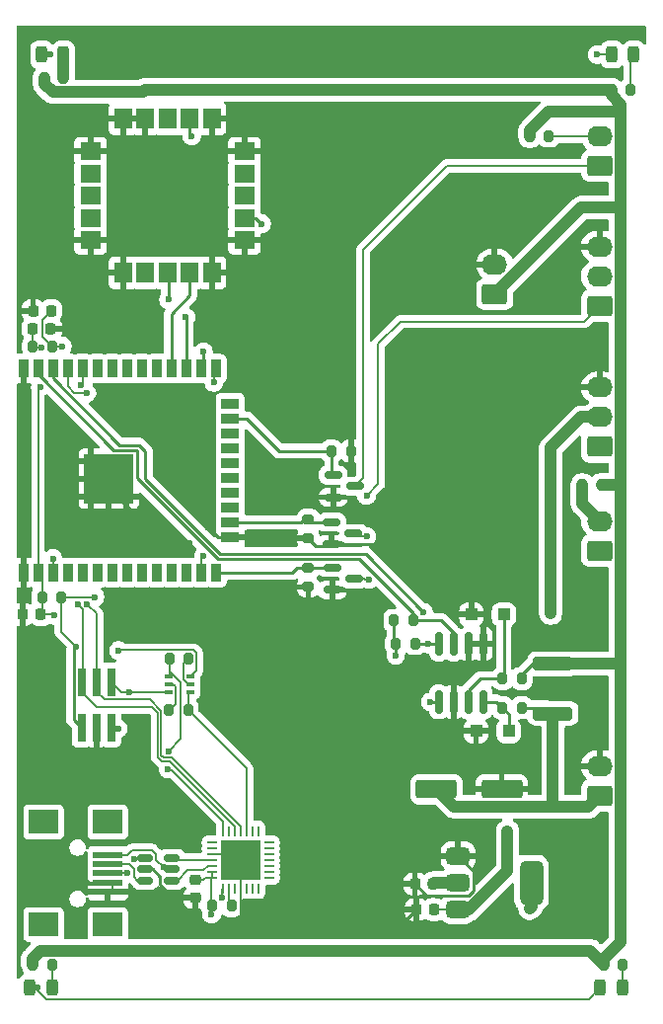
<source format=gbr>
%TF.GenerationSoftware,KiCad,Pcbnew,9.0.1*%
%TF.CreationDate,2025-09-21T13:40:19+02:00*%
%TF.ProjectId,TocBoatReceiver,546f6342-6f61-4745-9265-636569766572,rev?*%
%TF.SameCoordinates,Original*%
%TF.FileFunction,Copper,L1,Top*%
%TF.FilePolarity,Positive*%
%FSLAX46Y46*%
G04 Gerber Fmt 4.6, Leading zero omitted, Abs format (unit mm)*
G04 Created by KiCad (PCBNEW 9.0.1) date 2025-09-21 13:40:19*
%MOMM*%
%LPD*%
G01*
G04 APERTURE LIST*
G04 Aperture macros list*
%AMRoundRect*
0 Rectangle with rounded corners*
0 $1 Rounding radius*
0 $2 $3 $4 $5 $6 $7 $8 $9 X,Y pos of 4 corners*
0 Add a 4 corners polygon primitive as box body*
4,1,4,$2,$3,$4,$5,$6,$7,$8,$9,$2,$3,0*
0 Add four circle primitives for the rounded corners*
1,1,$1+$1,$2,$3*
1,1,$1+$1,$4,$5*
1,1,$1+$1,$6,$7*
1,1,$1+$1,$8,$9*
0 Add four rect primitives between the rounded corners*
20,1,$1+$1,$2,$3,$4,$5,0*
20,1,$1+$1,$4,$5,$6,$7,0*
20,1,$1+$1,$6,$7,$8,$9,0*
20,1,$1+$1,$8,$9,$2,$3,0*%
G04 Aperture macros list end*
%TA.AperFunction,SMDPad,CuDef*%
%ADD10RoundRect,0.225000X0.225000X0.250000X-0.225000X0.250000X-0.225000X-0.250000X0.225000X-0.250000X0*%
%TD*%
%TA.AperFunction,SMDPad,CuDef*%
%ADD11RoundRect,0.200000X-0.200000X-0.275000X0.200000X-0.275000X0.200000X0.275000X-0.200000X0.275000X0*%
%TD*%
%TA.AperFunction,SMDPad,CuDef*%
%ADD12RoundRect,0.150000X-0.587500X-0.150000X0.587500X-0.150000X0.587500X0.150000X-0.587500X0.150000X0*%
%TD*%
%TA.AperFunction,ComponentPad*%
%ADD13RoundRect,0.250000X0.845000X-0.620000X0.845000X0.620000X-0.845000X0.620000X-0.845000X-0.620000X0*%
%TD*%
%TA.AperFunction,ComponentPad*%
%ADD14O,2.190000X1.740000*%
%TD*%
%TA.AperFunction,SMDPad,CuDef*%
%ADD15RoundRect,0.243750X-0.243750X-0.456250X0.243750X-0.456250X0.243750X0.456250X-0.243750X0.456250X0*%
%TD*%
%TA.AperFunction,SMDPad,CuDef*%
%ADD16RoundRect,0.200000X0.200000X0.275000X-0.200000X0.275000X-0.200000X-0.275000X0.200000X-0.275000X0*%
%TD*%
%TA.AperFunction,SMDPad,CuDef*%
%ADD17RoundRect,0.225000X-0.250000X0.225000X-0.250000X-0.225000X0.250000X-0.225000X0.250000X0.225000X0*%
%TD*%
%TA.AperFunction,SMDPad,CuDef*%
%ADD18RoundRect,0.250000X0.300000X0.300000X-0.300000X0.300000X-0.300000X-0.300000X0.300000X-0.300000X0*%
%TD*%
%TA.AperFunction,SMDPad,CuDef*%
%ADD19R,2.500000X0.500000*%
%TD*%
%TA.AperFunction,SMDPad,CuDef*%
%ADD20R,2.500000X2.000000*%
%TD*%
%TA.AperFunction,SMDPad,CuDef*%
%ADD21RoundRect,0.375000X-0.625000X-0.375000X0.625000X-0.375000X0.625000X0.375000X-0.625000X0.375000X0*%
%TD*%
%TA.AperFunction,SMDPad,CuDef*%
%ADD22RoundRect,0.500000X-0.500000X-1.400000X0.500000X-1.400000X0.500000X1.400000X-0.500000X1.400000X0*%
%TD*%
%TA.AperFunction,SMDPad,CuDef*%
%ADD23RoundRect,0.062500X-0.337500X-0.062500X0.337500X-0.062500X0.337500X0.062500X-0.337500X0.062500X0*%
%TD*%
%TA.AperFunction,SMDPad,CuDef*%
%ADD24RoundRect,0.062500X-0.062500X-0.337500X0.062500X-0.337500X0.062500X0.337500X-0.062500X0.337500X0*%
%TD*%
%TA.AperFunction,HeatsinkPad*%
%ADD25R,3.350000X3.350000*%
%TD*%
%TA.AperFunction,SMDPad,CuDef*%
%ADD26RoundRect,0.100000X0.225000X0.100000X-0.225000X0.100000X-0.225000X-0.100000X0.225000X-0.100000X0*%
%TD*%
%TA.AperFunction,SMDPad,CuDef*%
%ADD27RoundRect,0.150000X-0.512500X-0.150000X0.512500X-0.150000X0.512500X0.150000X-0.512500X0.150000X0*%
%TD*%
%TA.AperFunction,SMDPad,CuDef*%
%ADD28RoundRect,0.200000X-0.275000X0.200000X-0.275000X-0.200000X0.275000X-0.200000X0.275000X0.200000X0*%
%TD*%
%TA.AperFunction,SMDPad,CuDef*%
%ADD29R,0.740000X2.400000*%
%TD*%
%TA.AperFunction,SMDPad,CuDef*%
%ADD30RoundRect,0.250000X-1.500000X-0.550000X1.500000X-0.550000X1.500000X0.550000X-1.500000X0.550000X0*%
%TD*%
%TA.AperFunction,SMDPad,CuDef*%
%ADD31R,0.900000X1.500000*%
%TD*%
%TA.AperFunction,SMDPad,CuDef*%
%ADD32R,1.500000X0.900000*%
%TD*%
%TA.AperFunction,SMDPad,CuDef*%
%ADD33R,1.050000X1.050000*%
%TD*%
%TA.AperFunction,HeatsinkPad*%
%ADD34C,0.600000*%
%TD*%
%TA.AperFunction,SMDPad,CuDef*%
%ADD35R,4.200000X4.200000*%
%TD*%
%TA.AperFunction,SMDPad,CuDef*%
%ADD36R,1.500000X1.800000*%
%TD*%
%TA.AperFunction,SMDPad,CuDef*%
%ADD37R,1.800000X1.500000*%
%TD*%
%TA.AperFunction,SMDPad,CuDef*%
%ADD38RoundRect,0.225000X-0.225000X-0.250000X0.225000X-0.250000X0.225000X0.250000X-0.225000X0.250000X0*%
%TD*%
%TA.AperFunction,SMDPad,CuDef*%
%ADD39RoundRect,0.250000X1.450000X-0.312500X1.450000X0.312500X-1.450000X0.312500X-1.450000X-0.312500X0*%
%TD*%
%TA.AperFunction,SMDPad,CuDef*%
%ADD40RoundRect,0.150000X-0.150000X0.825000X-0.150000X-0.825000X0.150000X-0.825000X0.150000X0.825000X0*%
%TD*%
%TA.AperFunction,ViaPad*%
%ADD41C,0.600000*%
%TD*%
%TA.AperFunction,Conductor*%
%ADD42C,0.127000*%
%TD*%
%TA.AperFunction,Conductor*%
%ADD43C,0.254000*%
%TD*%
%TA.AperFunction,Conductor*%
%ADD44C,0.200000*%
%TD*%
%TA.AperFunction,Conductor*%
%ADD45C,1.000000*%
%TD*%
G04 APERTURE END LIST*
D10*
%TO.P,C2,1*%
%TO.N,GND*%
X134900000Y-75500000D03*
%TO.P,C2,2*%
%TO.N,+3.3V*%
X133350000Y-75500000D03*
%TD*%
D11*
%TO.P,R6,1*%
%TO.N,+3.3V*%
X148750000Y-125000000D03*
%TO.P,R6,2*%
%TO.N,Net-(U6-~{RST})*%
X150400000Y-125000000D03*
%TD*%
D12*
%TO.P,Q2,1,G*%
%TO.N,/ESP32/GPIO12*%
X159062500Y-96000000D03*
%TO.P,Q2,2,S*%
%TO.N,GND*%
X159062500Y-97900000D03*
%TO.P,Q2,3,D*%
%TO.N,Net-(D1-K)*%
X160937500Y-96950000D03*
%TD*%
D11*
%TO.P,R7,1*%
%TO.N,+BATT*%
X183000000Y-55000000D03*
%TO.P,R7,2*%
%TO.N,Net-(D4-A)*%
X184650000Y-55000000D03*
%TD*%
D13*
%TO.P,J6,1,Pin_1*%
%TO.N,/ESP32/GPIO4*%
X182000000Y-85620000D03*
D14*
%TO.P,J6,2,Pin_2*%
%TO.N,VDC*%
X182000000Y-83080000D03*
%TO.P,J6,3,Pin_3*%
%TO.N,GND*%
X182000000Y-80540000D03*
%TD*%
D15*
%TO.P,D1,1,K*%
%TO.N,Net-(D1-K)*%
X133125000Y-132000000D03*
%TO.P,D1,2,A*%
%TO.N,Net-(D1-A)*%
X135000000Y-132000000D03*
%TD*%
D16*
%TO.P,R8,1*%
%TO.N,+BATT*%
X182150000Y-88900000D03*
%TO.P,R8,2*%
%TO.N,Net-(J4-Pin_2)*%
X180500000Y-88900000D03*
%TD*%
D12*
%TO.P,Q4,1,G*%
%TO.N,/ESP32/GPIO15*%
X159125000Y-88050000D03*
%TO.P,Q4,2,S*%
%TO.N,GND*%
X159125000Y-89950000D03*
%TO.P,Q4,3,D*%
%TO.N,Net-(J5-Pin_1)*%
X161000000Y-89000000D03*
%TD*%
D13*
%TO.P,J7,1,Pin_1*%
%TO.N,/ESP32/GPIO14*%
X182000000Y-73540000D03*
D14*
%TO.P,J7,2,Pin_2*%
%TO.N,VDC*%
X182000000Y-71000000D03*
%TO.P,J7,3,Pin_3*%
%TO.N,GND*%
X182000000Y-68460000D03*
%TD*%
D17*
%TO.P,C4,1*%
%TO.N,+3.3V*%
X147300000Y-122750000D03*
%TO.P,C4,2*%
%TO.N,GND*%
X147300000Y-124300000D03*
%TD*%
D18*
%TO.P,D5,1,K*%
%TO.N,Net-(D5-K)*%
X174200000Y-110000000D03*
%TO.P,D5,2,A*%
%TO.N,GND*%
X171400000Y-110000000D03*
%TD*%
D19*
%TO.P,J2,1,VBUS*%
%TO.N,+5V*%
X139800000Y-120600000D03*
%TO.P,J2,2,D-*%
%TO.N,Net-(J2-D-)*%
X139800000Y-121400000D03*
%TO.P,J2,3,D+*%
%TO.N,Net-(J2-D+)*%
X139800000Y-122200000D03*
%TO.P,J2,4,GND*%
%TO.N,GND*%
X139800000Y-123000000D03*
%TO.P,J2,5,Shield*%
X139800000Y-123800000D03*
D20*
%TO.P,J2,6*%
%TO.N,N/C*%
X139800000Y-117800000D03*
X134300000Y-117800000D03*
X139800000Y-126600000D03*
X134300000Y-126600000D03*
%TD*%
D13*
%TO.P,J8,1,Pin_1*%
%TO.N,+BATT*%
X173000000Y-72540000D03*
D14*
%TO.P,J8,2,Pin_2*%
%TO.N,GND*%
X173000000Y-70000000D03*
%TD*%
D21*
%TO.P,U2,1,GND*%
%TO.N,GND*%
X169850000Y-120700000D03*
%TO.P,U2,2,VO*%
%TO.N,+3.3V*%
X169850000Y-123000000D03*
D22*
X176150000Y-123000000D03*
D21*
%TO.P,U2,3,VI*%
%TO.N,VDC*%
X169850000Y-125300000D03*
%TD*%
D23*
%TO.P,U6,1,~{DCD}*%
%TO.N,unconnected-(U6-~{DCD}-Pad1)*%
X148750000Y-119550000D03*
%TO.P,U6,2,~{RI}/CLK*%
%TO.N,unconnected-(U6-~{RI}{slash}CLK-Pad2)*%
X148750000Y-120050000D03*
%TO.P,U6,3,GND*%
%TO.N,GND*%
X148750000Y-120550000D03*
%TO.P,U6,4,D+*%
%TO.N,/USB Serial/USB_P*%
X148750000Y-121050000D03*
%TO.P,U6,5,D-*%
%TO.N,/USB Serial/USB_N*%
X148750000Y-121550000D03*
%TO.P,U6,6,VDD*%
%TO.N,+3.3V*%
X148750000Y-122050000D03*
%TO.P,U6,7,VREGIN*%
X148750000Y-122550000D03*
D24*
%TO.P,U6,8,VBUS*%
%TO.N,+5V*%
X149700000Y-123500000D03*
%TO.P,U6,9,~{RST}*%
%TO.N,Net-(U6-~{RST})*%
X150200000Y-123500000D03*
%TO.P,U6,10,NC*%
%TO.N,unconnected-(U6-NC-Pad10)*%
X150700000Y-123500000D03*
%TO.P,U6,11,~{SUSPEND}*%
%TO.N,GND*%
X151200000Y-123500000D03*
%TO.P,U6,12,SUSPEND*%
%TO.N,unconnected-(U6-SUSPEND-Pad12)*%
X151700000Y-123500000D03*
%TO.P,U6,13,CHREN*%
%TO.N,unconnected-(U6-CHREN-Pad13)*%
X152200000Y-123500000D03*
%TO.P,U6,14,CHR1*%
%TO.N,unconnected-(U6-CHR1-Pad14)*%
X152700000Y-123500000D03*
D23*
%TO.P,U6,15,CHR0*%
%TO.N,unconnected-(U6-CHR0-Pad15)*%
X153650000Y-122550000D03*
%TO.P,U6,16,~{WAKEUP}/GPIO.3*%
%TO.N,unconnected-(U6-~{WAKEUP}{slash}GPIO.3-Pad16)*%
X153650000Y-122050000D03*
%TO.P,U6,17,RS485/GPIO.2*%
%TO.N,unconnected-(U6-RS485{slash}GPIO.2-Pad17)*%
X153650000Y-121550000D03*
%TO.P,U6,18,~{RXT}/GPIO.1*%
%TO.N,unconnected-(U6-~{RXT}{slash}GPIO.1-Pad18)*%
X153650000Y-121050000D03*
%TO.P,U6,19,~{TXT}/GPIO.0*%
%TO.N,unconnected-(U6-~{TXT}{slash}GPIO.0-Pad19)*%
X153650000Y-120550000D03*
%TO.P,U6,20,GPIO.6*%
%TO.N,unconnected-(U6-GPIO.6-Pad20)*%
X153650000Y-120050000D03*
%TO.P,U6,21,GPIO.5*%
%TO.N,unconnected-(U6-GPIO.5-Pad21)*%
X153650000Y-119550000D03*
D24*
%TO.P,U6,22,GPIO.4*%
%TO.N,unconnected-(U6-GPIO.4-Pad22)*%
X152700000Y-118600000D03*
%TO.P,U6,23,~{CTS}*%
%TO.N,unconnected-(U6-~{CTS}-Pad23)*%
X152200000Y-118600000D03*
%TO.P,U6,24,~{RTS}*%
%TO.N,Net-(Q1A-E1)*%
X151700000Y-118600000D03*
%TO.P,U6,25,RXD*%
%TO.N,TX*%
X151200000Y-118600000D03*
%TO.P,U6,26,TXD*%
%TO.N,RX*%
X150700000Y-118600000D03*
%TO.P,U6,27,~{DSR}*%
%TO.N,unconnected-(U6-~{DSR}-Pad27)*%
X150200000Y-118600000D03*
%TO.P,U6,28,~{DTR}*%
%TO.N,Net-(Q1B-E2)*%
X149700000Y-118600000D03*
D25*
%TO.P,U6,29,GND*%
%TO.N,GND*%
X151200000Y-121050000D03*
%TD*%
D13*
%TO.P,J3,1,Pin_1*%
%TO.N,Net-(J3-Pin_1)*%
X182000000Y-115540000D03*
D14*
%TO.P,J3,2,Pin_2*%
%TO.N,GND*%
X182000000Y-113000000D03*
%TD*%
D10*
%TO.P,C5,1*%
%TO.N,VDC*%
X167800000Y-125300000D03*
%TO.P,C5,2*%
%TO.N,GND*%
X166250000Y-125300000D03*
%TD*%
D26*
%TO.P,Q1,1,E1*%
%TO.N,Net-(Q1A-E1)*%
X146900000Y-106650000D03*
%TO.P,Q1,2,B1*%
%TO.N,Net-(Q1A-B1)*%
X146900000Y-106000000D03*
%TO.P,Q1,3,C2*%
%TO.N,D0*%
X146900000Y-105350000D03*
%TO.P,Q1,4,E2*%
%TO.N,Net-(Q1B-E2)*%
X145000000Y-105350000D03*
%TO.P,Q1,5,B2*%
%TO.N,Net-(Q1B-B2)*%
X145000000Y-106000000D03*
%TO.P,Q1,6,C1*%
%TO.N,EN*%
X145000000Y-106650000D03*
%TD*%
D15*
%TO.P,D3,1,K*%
%TO.N,Net-(D1-K)*%
X134125000Y-52000000D03*
%TO.P,D3,2,A*%
%TO.N,Net-(D3-A)*%
X136000000Y-52000000D03*
%TD*%
D11*
%TO.P,R14,1*%
%TO.N,+3.3V*%
X164500000Y-102500000D03*
%TO.P,R14,2*%
%TO.N,/ESP32/SCL*%
X166150000Y-102500000D03*
%TD*%
%TO.P,R1,1*%
%TO.N,+3.3V*%
X134150000Y-98500000D03*
%TO.P,R1,2*%
%TO.N,D0*%
X135800000Y-98500000D03*
%TD*%
D10*
%TO.P,C6,1*%
%TO.N,+3.3V*%
X167700000Y-123100000D03*
%TO.P,C6,2*%
%TO.N,GND*%
X166150000Y-123100000D03*
%TD*%
D13*
%TO.P,J4,1,Pin_1*%
%TO.N,Net-(J4-Pin_1)*%
X182000000Y-94540000D03*
D14*
%TO.P,J4,2,Pin_2*%
%TO.N,Net-(J4-Pin_2)*%
X182000000Y-92000000D03*
%TD*%
D27*
%TO.P,U1,1,I/O1*%
%TO.N,Net-(J2-D+)*%
X143000000Y-120900000D03*
%TO.P,U1,2,GND*%
%TO.N,GND*%
X143000000Y-121850000D03*
%TO.P,U1,3,I/O2*%
%TO.N,Net-(J2-D-)*%
X143000000Y-122800000D03*
%TO.P,U1,4,I/O2*%
%TO.N,/USB Serial/USB_N*%
X145275000Y-122800000D03*
%TO.P,U1,5,VBUS*%
%TO.N,+5V*%
X145275000Y-121850000D03*
%TO.P,U1,6,I/O1*%
%TO.N,/USB Serial/USB_P*%
X145275000Y-120900000D03*
%TD*%
D11*
%TO.P,R9,1*%
%TO.N,+BATT*%
X176000000Y-59000000D03*
%TO.P,R9,2*%
%TO.N,Net-(J5-Pin_2)*%
X177650000Y-59000000D03*
%TD*%
D28*
%TO.P,R19,1*%
%TO.N,/ESP32/GPIO12*%
X157000000Y-96000000D03*
%TO.P,R19,2*%
%TO.N,GND*%
X157000000Y-97650000D03*
%TD*%
D16*
%TO.P,R18,1*%
%TO.N,+BATT*%
X175325000Y-105500000D03*
%TO.P,R18,2*%
%TO.N,Net-(D6-K)*%
X173675000Y-105500000D03*
%TD*%
D29*
%TO.P,J1,1,Pin_1*%
%TO.N,EN*%
X140100000Y-105800000D03*
%TO.P,J1,2,Pin_2*%
%TO.N,+3.3V*%
X140100000Y-109700000D03*
%TO.P,J1,3,Pin_3*%
%TO.N,TX*%
X138830000Y-105800000D03*
%TO.P,J1,4,Pin_4*%
%TO.N,GND*%
X138830000Y-109700000D03*
%TO.P,J1,5,Pin_5*%
%TO.N,RX*%
X137560000Y-105800000D03*
%TO.P,J1,6,Pin_6*%
%TO.N,D0*%
X137560000Y-109700000D03*
%TD*%
D30*
%TO.P,C7,1*%
%TO.N,Net-(J3-Pin_1)*%
X168000000Y-115000000D03*
%TO.P,C7,2*%
%TO.N,GND*%
X173600000Y-115000000D03*
%TD*%
D15*
%TO.P,D2,1,K*%
%TO.N,Net-(D1-K)*%
X182062500Y-132000000D03*
%TO.P,D2,2,A*%
%TO.N,Net-(D2-A)*%
X183937500Y-132000000D03*
%TD*%
D31*
%TO.P,U3,1,GND*%
%TO.N,GND*%
X132540000Y-96420000D03*
%TO.P,U3,2,VDD*%
%TO.N,+3.3V*%
X133810000Y-96420000D03*
%TO.P,U3,3,EN*%
%TO.N,EN*%
X135080000Y-96420000D03*
%TO.P,U3,4,SENSOR_VP*%
%TO.N,unconnected-(U3-SENSOR_VP-Pad4)*%
X136350000Y-96420000D03*
%TO.P,U3,5,SENSOR_VN*%
%TO.N,unconnected-(U3-SENSOR_VN-Pad5)*%
X137620000Y-96420000D03*
%TO.P,U3,6,IO34*%
%TO.N,unconnected-(U3-IO34-Pad6)*%
X138890000Y-96420000D03*
%TO.P,U3,7,IO35*%
%TO.N,/ESP32/GPIO35*%
X140160000Y-96420000D03*
%TO.P,U3,8,IO32*%
%TO.N,unconnected-(U3-IO32-Pad8)*%
X141430000Y-96420000D03*
%TO.P,U3,9,IO33*%
%TO.N,unconnected-(U3-IO33-Pad9)*%
X142700000Y-96420000D03*
%TO.P,U3,10,IO25*%
%TO.N,unconnected-(U3-IO25-Pad10)*%
X143970000Y-96420000D03*
%TO.P,U3,11,IO26*%
%TO.N,unconnected-(U3-IO26-Pad11)*%
X145240000Y-96420000D03*
%TO.P,U3,12,IO27*%
%TO.N,unconnected-(U3-IO27-Pad12)*%
X146510000Y-96420000D03*
%TO.P,U3,13,IO14*%
%TO.N,/ESP32/GPIO14*%
X147780000Y-96420000D03*
%TO.P,U3,14,IO12*%
%TO.N,/ESP32/GPIO12*%
X149050000Y-96420000D03*
D32*
%TO.P,U3,15,GND*%
%TO.N,GND*%
X150300000Y-93380000D03*
%TO.P,U3,16,IO13*%
%TO.N,/ESP32/GPIO13*%
X150300000Y-92110000D03*
%TO.P,U3,17,SHD/SD2*%
%TO.N,unconnected-(U3-SHD{slash}SD2-Pad17)*%
X150300000Y-90840000D03*
%TO.P,U3,18,SWP/SD3*%
%TO.N,unconnected-(U3-SWP{slash}SD3-Pad18)*%
X150300000Y-89570000D03*
%TO.P,U3,19,SCS/CMD*%
%TO.N,unconnected-(U3-SCS{slash}CMD-Pad19)*%
X150300000Y-88300000D03*
%TO.P,U3,20,SCK/CLK*%
%TO.N,unconnected-(U3-SCK{slash}CLK-Pad20)*%
X150300000Y-87030000D03*
%TO.P,U3,21,SDO/SD0*%
%TO.N,unconnected-(U3-SDO{slash}SD0-Pad21)*%
X150300000Y-85760000D03*
%TO.P,U3,22,SDI/SD1*%
%TO.N,unconnected-(U3-SDI{slash}SD1-Pad22)*%
X150300000Y-84490000D03*
%TO.P,U3,23,IO15*%
%TO.N,/ESP32/GPIO15*%
X150300000Y-83220000D03*
%TO.P,U3,24,IO2*%
%TO.N,/ESP32/GPIO2*%
X150300000Y-81950000D03*
D31*
%TO.P,U3,25,IO0*%
%TO.N,D0*%
X149050000Y-78920000D03*
%TO.P,U3,26,IO4*%
%TO.N,/ESP32/GPIO4*%
X147780000Y-78920000D03*
%TO.P,U3,27,IO16*%
%TO.N,/ESP32/GPIO16*%
X146510000Y-78920000D03*
%TO.P,U3,28,IO17*%
%TO.N,/ESP32/GPIO17*%
X145240000Y-78920000D03*
%TO.P,U3,29,IO5*%
%TO.N,/ESP32/GPIO5*%
X143970000Y-78920000D03*
%TO.P,U3,30,IO18*%
%TO.N,/ESP32/GPIO18*%
X142700000Y-78920000D03*
%TO.P,U3,31,IO19*%
%TO.N,unconnected-(U3-IO19-Pad31)*%
X141430000Y-78920000D03*
%TO.P,U3,32,NC*%
%TO.N,unconnected-(U3-NC-Pad32)*%
X140160000Y-78920000D03*
%TO.P,U3,33,IO21*%
%TO.N,unconnected-(U3-IO21-Pad33)*%
X138890000Y-78920000D03*
%TO.P,U3,34,RXD0/IO3*%
%TO.N,RX*%
X137620000Y-78920000D03*
%TO.P,U3,35,TXD0/IO1*%
%TO.N,TX*%
X136350000Y-78920000D03*
%TO.P,U3,36,IO22*%
%TO.N,/ESP32/SCL*%
X135080000Y-78920000D03*
%TO.P,U3,37,IO23*%
%TO.N,/ESP32/SDA*%
X133810000Y-78920000D03*
%TO.P,U3,38,GND*%
%TO.N,GND*%
X132540000Y-78920000D03*
D33*
%TO.P,U3,39,GND*%
X138355000Y-89875000D03*
D34*
X139117500Y-89875000D03*
D33*
X139880000Y-89875000D03*
D34*
X140642500Y-89875000D03*
D33*
X141405000Y-89875000D03*
D34*
X138355000Y-89112500D03*
X139880000Y-89112500D03*
X141405000Y-89112500D03*
D33*
X138355000Y-88350000D03*
D34*
X139117500Y-88350000D03*
D33*
X139880000Y-88350000D03*
D35*
X139880000Y-88350000D03*
D34*
X140642500Y-88350000D03*
D33*
X141405000Y-88350000D03*
D34*
X138355000Y-87587500D03*
X139880000Y-87587500D03*
X141405000Y-87587500D03*
D33*
X138355000Y-86825000D03*
D34*
X139117500Y-86825000D03*
D33*
X139880000Y-86825000D03*
D34*
X140642500Y-86825000D03*
D33*
X141405000Y-86825000D03*
%TD*%
D16*
%TO.P,R15,1*%
%TO.N,/ESP32/SDA*%
X166000000Y-100500000D03*
%TO.P,R15,2*%
%TO.N,+3.3V*%
X164350000Y-100500000D03*
%TD*%
%TO.P,R16,1*%
%TO.N,Net-(J3-Pin_1)*%
X175325000Y-108010000D03*
%TO.P,R16,2*%
%TO.N,Net-(D5-K)*%
X173675000Y-108010000D03*
%TD*%
D11*
%TO.P,R5,1*%
%TO.N,+3.3V*%
X133350000Y-77000000D03*
%TO.P,R5,2*%
%TO.N,EN*%
X135000000Y-77000000D03*
%TD*%
D36*
%TO.P,U4,1,GND*%
%TO.N,GND*%
X148725000Y-57500000D03*
%TO.P,U4,2,VCC_IO*%
%TO.N,+3.3V*%
X146825000Y-57500000D03*
%TO.P,U4,3,V_BCKP*%
%TO.N,unconnected-(U4-V_BCKP-Pad3)*%
X144925000Y-57500000D03*
%TO.P,U4,4,GND*%
%TO.N,GND*%
X143025000Y-57500000D03*
%TO.P,U4,5,GND*%
X141125000Y-57500000D03*
D37*
%TO.P,U4,6,GND*%
X138325000Y-60300000D03*
%TO.P,U4,7,TIMEPULSE*%
%TO.N,PPS*%
X138325000Y-62200000D03*
%TO.P,U4,8,~{SAFEBOOT}*%
%TO.N,unconnected-(U4-~{SAFEBOOT}-Pad8)*%
X138325000Y-64100000D03*
%TO.P,U4,9,SDA*%
%TO.N,unconnected-(U4-SDA-Pad9)*%
X138325000Y-66000000D03*
%TO.P,U4,10,GND*%
%TO.N,GND*%
X138325000Y-67900000D03*
D36*
%TO.P,U4,11,GND*%
X141125000Y-70700000D03*
%TO.P,U4,12,SCL*%
%TO.N,unconnected-(U4-SCL-Pad12)*%
X143025000Y-70700000D03*
%TO.P,U4,13,TXD*%
%TO.N,/ESP32/GPIO16*%
X144925000Y-70700000D03*
%TO.P,U4,14,RXD*%
%TO.N,/ESP32/GPIO17*%
X146825000Y-70700000D03*
%TO.P,U4,15,GND*%
%TO.N,GND*%
X148725000Y-70700000D03*
D37*
%TO.P,U4,16,GND*%
X151525000Y-67900000D03*
%TO.P,U4,17,VCC*%
%TO.N,+3.3V*%
X151525000Y-66000000D03*
%TO.P,U4,18,~{RESET}*%
%TO.N,unconnected-(U4-~{RESET}-Pad18)*%
X151525000Y-64100000D03*
%TO.P,U4,19,EXTINT*%
%TO.N,unconnected-(U4-EXTINT-Pad19)*%
X151525000Y-62200000D03*
%TO.P,U4,20,GND*%
%TO.N,GND*%
X151525000Y-60300000D03*
%TD*%
D15*
%TO.P,D4,1,K*%
%TO.N,Net-(D1-K)*%
X183062500Y-52000000D03*
%TO.P,D4,2,A*%
%TO.N,Net-(D4-A)*%
X184937500Y-52000000D03*
%TD*%
D11*
%TO.P,R4,1*%
%TO.N,+BATT*%
X134350000Y-54000000D03*
%TO.P,R4,2*%
%TO.N,Net-(D3-A)*%
X136000000Y-54000000D03*
%TD*%
D38*
%TO.P,C3,1*%
%TO.N,GND*%
X132500000Y-100000000D03*
%TO.P,C3,2*%
%TO.N,+3.3V*%
X134050000Y-100000000D03*
%TD*%
D11*
%TO.P,R13,1*%
%TO.N,Net-(Q1B-B2)*%
X145050000Y-108200000D03*
%TO.P,R13,2*%
%TO.N,Net-(Q1A-E1)*%
X146700000Y-108200000D03*
%TD*%
%TO.P,R3,1*%
%TO.N,+BATT*%
X182350000Y-130000000D03*
%TO.P,R3,2*%
%TO.N,Net-(D2-A)*%
X184000000Y-130000000D03*
%TD*%
D13*
%TO.P,J5,1,Pin_1*%
%TO.N,Net-(J5-Pin_1)*%
X182000000Y-61540000D03*
D14*
%TO.P,J5,2,Pin_2*%
%TO.N,Net-(J5-Pin_2)*%
X182000000Y-59000000D03*
%TD*%
D16*
%TO.P,R12,1*%
%TO.N,Net-(Q1A-B1)*%
X146750000Y-103800000D03*
%TO.P,R12,2*%
%TO.N,Net-(Q1B-E2)*%
X145100000Y-103800000D03*
%TD*%
D12*
%TO.P,Q3,1,G*%
%TO.N,/ESP32/GPIO13*%
X159000000Y-92100000D03*
%TO.P,Q3,2,S*%
%TO.N,GND*%
X159000000Y-94000000D03*
%TO.P,Q3,3,D*%
%TO.N,Net-(J4-Pin_1)*%
X160875000Y-93050000D03*
%TD*%
D11*
%TO.P,R2,1*%
%TO.N,+BATT*%
X133350000Y-130000000D03*
%TO.P,R2,2*%
%TO.N,Net-(D1-A)*%
X135000000Y-130000000D03*
%TD*%
D39*
%TO.P,R17,1*%
%TO.N,Net-(J3-Pin_1)*%
X178000000Y-108500000D03*
%TO.P,R17,2*%
%TO.N,+BATT*%
X178000000Y-104225000D03*
%TD*%
D11*
%TO.P,R10,1*%
%TO.N,/ESP32/GPIO15*%
X159000000Y-86000000D03*
%TO.P,R10,2*%
%TO.N,GND*%
X160650000Y-86000000D03*
%TD*%
D40*
%TO.P,U5,1,A1*%
%TO.N,GND*%
X172000000Y-102550000D03*
%TO.P,U5,2,A0*%
X170730000Y-102550000D03*
%TO.P,U5,3,SDA*%
%TO.N,/ESP32/SDA*%
X169460000Y-102550000D03*
%TO.P,U5,4,SCL*%
%TO.N,/ESP32/SCL*%
X168190000Y-102550000D03*
%TO.P,U5,5,VS*%
%TO.N,+3.3V*%
X168190000Y-107500000D03*
%TO.P,U5,6,GND*%
%TO.N,GND*%
X169460000Y-107500000D03*
%TO.P,U5,7,IN-*%
%TO.N,Net-(D6-K)*%
X170730000Y-107500000D03*
%TO.P,U5,8,IN+*%
%TO.N,Net-(D5-K)*%
X172000000Y-107500000D03*
%TD*%
D28*
%TO.P,R11,1*%
%TO.N,/ESP32/GPIO13*%
X157000000Y-91850000D03*
%TO.P,R11,2*%
%TO.N,GND*%
X157000000Y-93500000D03*
%TD*%
D18*
%TO.P,D6,1,K*%
%TO.N,Net-(D6-K)*%
X173800000Y-100000000D03*
%TO.P,D6,2,A*%
%TO.N,GND*%
X171000000Y-100000000D03*
%TD*%
D38*
%TO.P,C1,1*%
%TO.N,GND*%
X133381750Y-73968250D03*
%TO.P,C1,2*%
%TO.N,EN*%
X134931750Y-73968250D03*
%TD*%
D41*
%TO.N,EN*%
X141600000Y-106650000D03*
X135900000Y-77000000D03*
X135100000Y-95200000D03*
%TO.N,GND*%
X146800000Y-93900000D03*
X176200000Y-113000000D03*
X148400000Y-92500000D03*
%TO.N,+3.3V*%
X164500000Y-103500000D03*
X134000000Y-80500000D03*
X147000000Y-59000000D03*
X176000000Y-125200000D03*
X148700000Y-125700000D03*
X167500000Y-107500000D03*
X153000000Y-66500000D03*
X168600000Y-123000000D03*
X140700000Y-109800000D03*
X134100000Y-77100000D03*
X135200000Y-100100000D03*
%TO.N,Net-(D1-K)*%
X133800000Y-132000000D03*
X162200000Y-97000000D03*
X134900000Y-52000000D03*
X181800000Y-52000000D03*
%TO.N,TX*%
X138000003Y-99100000D03*
X138000000Y-81000000D03*
%TO.N,D0*%
X148900000Y-80100000D03*
X140701500Y-103101500D03*
X138700000Y-98500000D03*
X137100000Y-102800000D03*
%TO.N,RX*%
X137200000Y-99100000D03*
X137500000Y-80300000D03*
%TO.N,+5V*%
X144573108Y-121694310D03*
X149566988Y-124266453D03*
%TO.N,Net-(J2-D+)*%
X142032603Y-120948454D03*
X141437500Y-122200000D03*
%TO.N,Net-(J4-Pin_1)*%
X162036500Y-93300000D03*
%TO.N,/ESP32/GPIO16*%
X145000000Y-73000000D03*
X146500000Y-74500000D03*
%TO.N,/ESP32/GPIO14*%
X148000000Y-95000000D03*
X162000828Y-89800828D03*
%TO.N,Net-(Q1B-E2)*%
X144951544Y-113248456D03*
X144991317Y-111709500D03*
%TO.N,/ESP32/GPIO4*%
X148000000Y-77500000D03*
%TO.N,/ESP32/SCL*%
X166900000Y-99800000D03*
X167300000Y-102550000D03*
%TO.N,VDC*%
X174100000Y-118600000D03*
X177800000Y-99900000D03*
%TD*%
D42*
%TO.N,EN*%
X140950000Y-106650000D02*
X140100000Y-105800000D01*
X145000000Y-106650000D02*
X140950000Y-106650000D01*
X135100000Y-96400000D02*
X135080000Y-96420000D01*
X135000000Y-77000000D02*
X134186500Y-76186500D01*
X134186500Y-76186500D02*
X134186500Y-74713500D01*
X134186500Y-74713500D02*
X134931750Y-73968250D01*
X135000000Y-77000000D02*
X135900000Y-77000000D01*
X135100000Y-95200000D02*
X135100000Y-96400000D01*
D43*
%TO.N,GND*%
X171178000Y-122028000D02*
X169850000Y-120700000D01*
X157000000Y-93500000D02*
X157600000Y-94100000D01*
X159000000Y-94000000D02*
X162300000Y-94000000D01*
X150300000Y-93380000D02*
X149280000Y-93380000D01*
X149280000Y-93380000D02*
X148400000Y-92500000D01*
X144284500Y-123152150D02*
X145432350Y-124300000D01*
X151200000Y-127628000D02*
X149257031Y-127628000D01*
D42*
X150700000Y-120550000D02*
X151200000Y-121050000D01*
X151200000Y-123500000D02*
X151200000Y-127628000D01*
D43*
X163922000Y-127628000D02*
X151200000Y-127628000D01*
D42*
X148750000Y-120550000D02*
X150700000Y-120550000D01*
D43*
X166250000Y-125300000D02*
X163922000Y-127628000D01*
X149257031Y-127628000D02*
X147300000Y-125670969D01*
X147300000Y-125670969D02*
X147300000Y-124300000D01*
X144284500Y-122472001D02*
X144284500Y-123152150D01*
X157600000Y-94100000D02*
X158900000Y-94100000D01*
X170766192Y-124078000D02*
X171178000Y-123666192D01*
D44*
X138830000Y-111370000D02*
X138800000Y-111400000D01*
D43*
X162300000Y-94000000D02*
X162800000Y-94500000D01*
X145432350Y-124300000D02*
X147300000Y-124300000D01*
X143000000Y-121850000D02*
X143662499Y-121850000D01*
X144667500Y-93900000D02*
X146800000Y-93900000D01*
X158900000Y-94100000D02*
X159000000Y-94000000D01*
D42*
X140200000Y-123100000D02*
X140200000Y-123900000D01*
D43*
X171178000Y-123666192D02*
X171178000Y-122028000D01*
X167128000Y-124078000D02*
X170766192Y-124078000D01*
X166150000Y-123100000D02*
X167128000Y-124078000D01*
X140642500Y-89875000D02*
X144667500Y-93900000D01*
X143662499Y-121850000D02*
X144284500Y-122472001D01*
D42*
X151200000Y-123500000D02*
X151200000Y-121050000D01*
D44*
X138830000Y-109700000D02*
X138830000Y-111370000D01*
D43*
%TO.N,+3.3V*%
X140600000Y-109700000D02*
X140700000Y-109800000D01*
D44*
X148750000Y-122050000D02*
X148750000Y-122550000D01*
D43*
X164350000Y-100500000D02*
X164350000Y-102350000D01*
D42*
X134050000Y-99950000D02*
X134150000Y-99850000D01*
X148650000Y-125650000D02*
X148700000Y-125700000D01*
X148650000Y-125000000D02*
X148650000Y-125650000D01*
X134050000Y-100000000D02*
X135100000Y-100000000D01*
D43*
X146825000Y-57500000D02*
X146825000Y-58825000D01*
D44*
X133350000Y-75500000D02*
X133350000Y-77000000D01*
D43*
X164350000Y-102350000D02*
X164500000Y-102500000D01*
D42*
X148650000Y-122650000D02*
X148750000Y-122550000D01*
X135100000Y-100000000D02*
X135200000Y-100100000D01*
D45*
X176150000Y-125050000D02*
X176000000Y-125200000D01*
D43*
X152500000Y-66000000D02*
X153000000Y-66500000D01*
D42*
X133810000Y-80690000D02*
X134000000Y-80500000D01*
D43*
X140100000Y-109700000D02*
X140600000Y-109700000D01*
D42*
X134050000Y-100000000D02*
X134050000Y-99950000D01*
X133810000Y-96420000D02*
X133810000Y-80690000D01*
D45*
X167800000Y-123000000D02*
X167700000Y-123100000D01*
D42*
X148650000Y-125000000D02*
X148650000Y-122650000D01*
X134100000Y-77100000D02*
X133450000Y-77100000D01*
X133450000Y-77100000D02*
X133350000Y-77000000D01*
X134150000Y-98500000D02*
X134150000Y-96760000D01*
D43*
X146825000Y-58825000D02*
X147000000Y-59000000D01*
D45*
X176150000Y-123000000D02*
X176150000Y-125050000D01*
D43*
X168190000Y-107500000D02*
X167500000Y-107500000D01*
D42*
X147950000Y-122750000D02*
X148150000Y-122550000D01*
D43*
X164500000Y-102500000D02*
X164500000Y-103500000D01*
D45*
X169850000Y-123000000D02*
X168600000Y-123000000D01*
D42*
X134150000Y-99850000D02*
X134150000Y-98500000D01*
X148150000Y-122550000D02*
X148750000Y-122550000D01*
D43*
X151525000Y-66000000D02*
X152500000Y-66000000D01*
D42*
X134150000Y-96760000D02*
X133810000Y-96420000D01*
D45*
X168600000Y-123000000D02*
X167800000Y-123000000D01*
D42*
X147300000Y-122750000D02*
X147950000Y-122750000D01*
D45*
%TO.N,+BATT*%
X177625000Y-56900000D02*
X183796000Y-56900000D01*
X183796000Y-104500000D02*
X183796000Y-128079000D01*
X182350000Y-130000000D02*
X181174000Y-128824000D01*
X133350000Y-129525000D02*
X133350000Y-130000000D01*
X135076000Y-55201000D02*
X134350000Y-54475000D01*
D43*
X176275000Y-104225000D02*
X178000000Y-104225000D01*
D45*
X180440000Y-65100000D02*
X183796000Y-65100000D01*
X181174000Y-128824000D02*
X134051000Y-128824000D01*
X134051000Y-128824000D02*
X133350000Y-129525000D01*
X182150000Y-88900000D02*
X183796000Y-88900000D01*
D43*
X175325000Y-105175000D02*
X176275000Y-104225000D01*
D45*
X134350000Y-54475000D02*
X134350000Y-54000000D01*
X178000000Y-104225000D02*
X183521000Y-104225000D01*
X183796000Y-88900000D02*
X183796000Y-104500000D01*
X176000000Y-58525000D02*
X177625000Y-56900000D01*
X183000000Y-55475000D02*
X183000000Y-55000000D01*
X143000000Y-55000000D02*
X142799000Y-55201000D01*
X183796000Y-128079000D02*
X182350000Y-129525000D01*
X183796000Y-56900000D02*
X183796000Y-56271000D01*
X183000000Y-55000000D02*
X143000000Y-55000000D01*
X183796000Y-65100000D02*
X183796000Y-88900000D01*
X183796000Y-56271000D02*
X183000000Y-55475000D01*
D43*
X175325000Y-105500000D02*
X175325000Y-105175000D01*
D45*
X183521000Y-104225000D02*
X183796000Y-104500000D01*
X142799000Y-55201000D02*
X135076000Y-55201000D01*
X176000000Y-59000000D02*
X176000000Y-58525000D01*
X182350000Y-129525000D02*
X182350000Y-130000000D01*
X173000000Y-72540000D02*
X180440000Y-65100000D01*
X183796000Y-65100000D02*
X183796000Y-56900000D01*
D42*
%TO.N,Net-(D1-K)*%
X133800000Y-132000000D02*
X133800000Y-132224114D01*
X134900000Y-52000000D02*
X134125000Y-52000000D01*
X134539386Y-132963500D02*
X181099000Y-132963500D01*
X181099000Y-132963500D02*
X182062500Y-132000000D01*
X133800000Y-132000000D02*
X133125000Y-132000000D01*
X133800000Y-132224114D02*
X134539386Y-132963500D01*
X183062500Y-52000000D02*
X181800000Y-52000000D01*
X161900000Y-97000000D02*
X161850000Y-96950000D01*
X162200000Y-97000000D02*
X161900000Y-97000000D01*
X161850000Y-96950000D02*
X160937500Y-96950000D01*
%TO.N,Net-(D1-A)*%
X135000000Y-130000000D02*
X135000000Y-132000000D01*
D44*
%TO.N,Net-(D2-A)*%
X183937500Y-130062500D02*
X184000000Y-130000000D01*
X183937500Y-132000000D02*
X183937500Y-130062500D01*
D45*
%TO.N,Net-(D3-A)*%
X136000000Y-52000000D02*
X136000000Y-54000000D01*
D44*
%TO.N,Net-(D4-A)*%
X184650000Y-52287500D02*
X184937500Y-52000000D01*
X184650000Y-55000000D02*
X184650000Y-52287500D01*
D42*
%TO.N,TX*%
X138830000Y-105800000D02*
X138830000Y-99929997D01*
X144385500Y-108285500D02*
X143400000Y-107300000D01*
X136900000Y-81000000D02*
X136350000Y-80450000D01*
X139500000Y-107300000D02*
X138830000Y-106630000D01*
X136350000Y-80450000D02*
X136350000Y-78920000D01*
X144385500Y-112085500D02*
X144385500Y-108285500D01*
X151200000Y-118600000D02*
X151200000Y-118200001D01*
X138000000Y-81000000D02*
X136900000Y-81000000D01*
X143400000Y-107300000D02*
X139500000Y-107300000D01*
X151200000Y-118200001D02*
X145272999Y-112273000D01*
X138830000Y-99929997D02*
X138000003Y-99100000D01*
X144573000Y-112273000D02*
X144385500Y-112085500D01*
X138830000Y-106630000D02*
X138830000Y-105800000D01*
X145272999Y-112273000D02*
X144573000Y-112273000D01*
D43*
%TO.N,D0*%
X137560000Y-109700000D02*
X136862000Y-109002000D01*
D42*
X147413500Y-103313500D02*
X147413500Y-104836500D01*
X135800000Y-98500000D02*
X135800000Y-101500000D01*
X147413500Y-104836500D02*
X146900000Y-105350000D01*
X140701500Y-103101500D02*
X140741500Y-103061500D01*
X147161500Y-103061500D02*
X147413500Y-103313500D01*
X135800000Y-101500000D02*
X137100000Y-102800000D01*
X148900000Y-80100000D02*
X148900000Y-79070000D01*
X140741500Y-103061500D02*
X147161500Y-103061500D01*
X135800000Y-98500000D02*
X138700000Y-98500000D01*
X148900000Y-79070000D02*
X149050000Y-78920000D01*
D43*
X136862000Y-103038000D02*
X137100000Y-102800000D01*
X136862000Y-109002000D02*
X136862000Y-103038000D01*
D42*
%TO.N,RX*%
X143568069Y-107931931D02*
X138862931Y-107931931D01*
X138862931Y-107931931D02*
X137560000Y-106629000D01*
X137500000Y-80300000D02*
X137620000Y-80180000D01*
X145100999Y-112601000D02*
X144437138Y-112601000D01*
X137663500Y-105696500D02*
X137663500Y-99563500D01*
X150700000Y-118200001D02*
X150700000Y-118600000D01*
X145199999Y-112700000D02*
X145100999Y-112601000D01*
X145199999Y-112700000D02*
X150700000Y-118200001D01*
X137560000Y-106629000D02*
X137560000Y-105800000D01*
X137560000Y-105800000D02*
X137663500Y-105696500D01*
X137663500Y-99563500D02*
X137200000Y-99100000D01*
X144437138Y-112601000D02*
X144057500Y-112221362D01*
X145099999Y-112600000D02*
X145199999Y-112700000D01*
X144057500Y-112221362D02*
X144057500Y-108421362D01*
X144057500Y-108421362D02*
X143568069Y-107931931D01*
X137620000Y-80180000D02*
X137620000Y-78920000D01*
D44*
%TO.N,Net-(J2-D-)*%
X142037500Y-122499999D02*
X142337501Y-122800000D01*
X141637500Y-121400000D02*
X142037500Y-121800000D01*
X142337501Y-122800000D02*
X143000000Y-122800000D01*
X139800000Y-121400000D02*
X141637500Y-121400000D01*
X142037500Y-121800000D02*
X142037500Y-122499999D01*
D42*
%TO.N,+5V*%
X141500000Y-120600000D02*
X139800000Y-120600000D01*
X145275000Y-121850000D02*
X144728798Y-121850000D01*
X144728798Y-121850000D02*
X144573108Y-121694310D01*
X141900000Y-120200000D02*
X141500000Y-120600000D01*
X149566988Y-124266453D02*
X149566988Y-123633012D01*
X143551434Y-120200000D02*
X141900000Y-120200000D01*
X144573108Y-121694310D02*
X143926000Y-121047202D01*
X149566988Y-123633012D02*
X149700000Y-123500000D01*
X143926000Y-121047202D02*
X143926000Y-120574566D01*
X143926000Y-120574566D02*
X143551434Y-120200000D01*
D44*
%TO.N,Net-(J2-D+)*%
X142951546Y-120948454D02*
X143000000Y-120900000D01*
X139800000Y-122200000D02*
X141437500Y-122200000D01*
X142032603Y-120948454D02*
X142951546Y-120948454D01*
D45*
%TO.N,Net-(J4-Pin_2)*%
X180500000Y-90500000D02*
X182000000Y-92000000D01*
X180500000Y-88900000D02*
X180500000Y-90500000D01*
D42*
%TO.N,Net-(J4-Pin_1)*%
X162036500Y-93300000D02*
X161125000Y-93300000D01*
X161125000Y-93300000D02*
X160875000Y-93050000D01*
%TO.N,Net-(J5-Pin_2)*%
X177650000Y-59000000D02*
X182000000Y-59000000D01*
%TO.N,Net-(J5-Pin_1)*%
X161700000Y-68700000D02*
X161700000Y-88300000D01*
X161700000Y-88300000D02*
X161000000Y-89000000D01*
X182000000Y-61540000D02*
X168860000Y-61540000D01*
X168860000Y-61540000D02*
X161700000Y-68700000D01*
D43*
%TO.N,/ESP32/GPIO16*%
X145000000Y-70775000D02*
X144925000Y-70700000D01*
X146510000Y-74510000D02*
X146500000Y-74500000D01*
X145000000Y-73000000D02*
X145000000Y-70775000D01*
X146510000Y-78920000D02*
X146510000Y-74510000D01*
D42*
%TO.N,/ESP32/GPIO14*%
X180640000Y-74900000D02*
X182000000Y-73540000D01*
X163000000Y-76800000D02*
X164900000Y-74900000D01*
X162000828Y-89800828D02*
X163000000Y-88801656D01*
X147780000Y-95220000D02*
X147780000Y-96420000D01*
X163000000Y-88801656D02*
X163000000Y-76800000D01*
X148000000Y-95000000D02*
X147780000Y-95220000D01*
X164900000Y-74900000D02*
X180640000Y-74900000D01*
%TO.N,Net-(Q1A-E1)*%
X151700000Y-118600000D02*
X151700000Y-113200000D01*
X151700000Y-113200000D02*
X146700000Y-108200000D01*
X146700000Y-106850000D02*
X146900000Y-106650000D01*
X146700000Y-108200000D02*
X146700000Y-106850000D01*
%TO.N,Net-(Q1B-E2)*%
X145148456Y-113248456D02*
X144951544Y-113248456D01*
X145100000Y-105250000D02*
X145000000Y-105350000D01*
X146036500Y-105836500D02*
X145100000Y-104900000D01*
X145100000Y-104900000D02*
X145100000Y-104400000D01*
X144991317Y-111709500D02*
X146036500Y-110664317D01*
X149700000Y-117800000D02*
X145300000Y-113400000D01*
X149700000Y-118600000D02*
X149700000Y-117800000D01*
X145100000Y-104400000D02*
X145100000Y-105250000D01*
X146036500Y-110664317D02*
X146036500Y-105836500D01*
X145100000Y-103800000D02*
X145100000Y-104400000D01*
X145300000Y-113400000D02*
X145148456Y-113248456D01*
%TO.N,Net-(Q1A-B1)*%
X146311500Y-104238500D02*
X146311500Y-105603338D01*
X146750000Y-103800000D02*
X146311500Y-104238500D01*
X146311500Y-105603338D02*
X146708162Y-106000000D01*
X146708162Y-106000000D02*
X146900000Y-106000000D01*
%TO.N,Net-(Q1B-B2)*%
X145588500Y-107661500D02*
X145588500Y-106188500D01*
X145400000Y-106000000D02*
X145000000Y-106000000D01*
X145588500Y-106188500D02*
X145400000Y-106000000D01*
X145050000Y-108200000D02*
X145588500Y-107661500D01*
D43*
%TO.N,/ESP32/GPIO15*%
X159000000Y-86000000D02*
X154500000Y-86000000D01*
X154500000Y-86000000D02*
X151720000Y-83220000D01*
X159000000Y-87925000D02*
X159125000Y-88050000D01*
X159000000Y-86000000D02*
X159000000Y-87925000D01*
X151720000Y-83220000D02*
X150300000Y-83220000D01*
%TO.N,/ESP32/GPIO17*%
X145240000Y-78920000D02*
X145240000Y-74260000D01*
X146825000Y-72675000D02*
X146825000Y-70700000D01*
X145240000Y-74260000D02*
X146825000Y-72675000D01*
D42*
%TO.N,Net-(U6-~{RST})*%
X150200000Y-124900000D02*
X150300000Y-125000000D01*
X150200000Y-123500000D02*
X150200000Y-124900000D01*
%TO.N,/USB Serial/USB_P*%
X145425000Y-121050000D02*
X148750000Y-121050000D01*
X145275000Y-120900000D02*
X145425000Y-121050000D01*
%TO.N,/USB Serial/USB_N*%
X145275000Y-122800000D02*
X145800000Y-122800000D01*
X148387234Y-121550000D02*
X148750000Y-121550000D01*
X148000734Y-121936500D02*
X148387234Y-121550000D01*
X146663500Y-121936500D02*
X148000734Y-121936500D01*
X145800000Y-122800000D02*
X146663500Y-121936500D01*
D43*
%TO.N,/ESP32/GPIO4*%
X148000000Y-78700000D02*
X147780000Y-78920000D01*
X148000000Y-77500000D02*
X148000000Y-78700000D01*
%TO.N,/ESP32/GPIO13*%
X157000000Y-91850000D02*
X156650000Y-91850000D01*
X159000000Y-92100000D02*
X157250000Y-92100000D01*
X156390000Y-92110000D02*
X150300000Y-92110000D01*
X157250000Y-92100000D02*
X157000000Y-91850000D01*
X156650000Y-91850000D02*
X156390000Y-92110000D01*
D45*
%TO.N,Net-(J3-Pin_1)*%
X178000000Y-108500000D02*
X178000000Y-116501000D01*
X182000000Y-115540000D02*
X181039000Y-116501000D01*
D43*
X177510000Y-108010000D02*
X178000000Y-108500000D01*
X175325000Y-108010000D02*
X177510000Y-108010000D01*
D44*
X168450000Y-114550000D02*
X168000000Y-115000000D01*
D45*
X169501000Y-116501000D02*
X168000000Y-115000000D01*
X181039000Y-116501000D02*
X178000000Y-116501000D01*
X178000000Y-116501000D02*
X169501000Y-116501000D01*
D43*
%TO.N,Net-(D5-K)*%
X174200000Y-110000000D02*
X174200000Y-108535000D01*
X172000000Y-107500000D02*
X173165000Y-107500000D01*
X173165000Y-107500000D02*
X173675000Y-108010000D01*
X174200000Y-108535000D02*
X173675000Y-108010000D01*
%TO.N,/ESP32/GPIO12*%
X157000000Y-96000000D02*
X156000000Y-96000000D01*
X156000000Y-96000000D02*
X155580000Y-96420000D01*
X159062500Y-96000000D02*
X157000000Y-96000000D01*
X155580000Y-96420000D02*
X149050000Y-96420000D01*
%TO.N,Net-(D6-K)*%
X170730000Y-106525001D02*
X170730000Y-107500000D01*
X173800000Y-100000000D02*
X173800000Y-105375000D01*
X173675000Y-105500000D02*
X171755001Y-105500000D01*
X171755001Y-105500000D02*
X170730000Y-106525001D01*
X173800000Y-105375000D02*
X173675000Y-105500000D01*
%TO.N,/ESP32/SCL*%
X135080000Y-79733665D02*
X140813335Y-85467000D01*
X140813335Y-85467000D02*
X142496467Y-85467000D01*
X167300000Y-102550000D02*
X166200000Y-102550000D01*
X168190000Y-102550000D02*
X167300000Y-102550000D01*
X143000000Y-85970533D02*
X143000000Y-88356532D01*
X135080000Y-78920000D02*
X135080000Y-79733665D01*
X143000000Y-88356532D02*
X149460468Y-94817000D01*
X152500000Y-94817000D02*
X161917000Y-94817000D01*
X161917000Y-94817000D02*
X166900000Y-99800000D01*
X166200000Y-102550000D02*
X166150000Y-102500000D01*
X149460468Y-94817000D02*
X152500000Y-94817000D01*
X142496467Y-85467000D02*
X143000000Y-85970533D01*
%TO.N,/ESP32/SDA*%
X169460000Y-101575001D02*
X169460000Y-102550000D01*
X161360127Y-95272000D02*
X166000000Y-99911873D01*
X168384999Y-100500000D02*
X169460000Y-101575001D01*
X142308000Y-85922000D02*
X142308000Y-88308000D01*
X166000000Y-100500000D02*
X168384999Y-100500000D01*
X166000000Y-99911873D02*
X166000000Y-100500000D01*
X149272000Y-95272000D02*
X161360127Y-95272000D01*
X133810000Y-79421873D02*
X140310127Y-85922000D01*
X142308000Y-88308000D02*
X149272000Y-95272000D01*
X140310127Y-85922000D02*
X142308000Y-85922000D01*
X133810000Y-78920000D02*
X133810000Y-79421873D01*
D45*
%TO.N,VDC*%
X174100000Y-122000000D02*
X174100000Y-118600000D01*
X169850000Y-125300000D02*
X170800000Y-125300000D01*
X177800000Y-85700000D02*
X180420000Y-83080000D01*
X177800000Y-99900000D02*
X177800000Y-85700000D01*
X170800000Y-125300000D02*
X174100000Y-122000000D01*
X180420000Y-83080000D02*
X182000000Y-83080000D01*
D44*
X167800000Y-125300000D02*
X169850000Y-125300000D01*
%TD*%
%TA.AperFunction,Conductor*%
%TO.N,GND*%
G36*
X182738539Y-74930184D02*
G01*
X182784294Y-74982988D01*
X182795500Y-75034499D01*
X182795500Y-79114191D01*
X182775815Y-79181230D01*
X182723011Y-79226985D01*
X182653853Y-79236929D01*
X182633183Y-79232122D01*
X182545817Y-79203735D01*
X182545810Y-79203734D01*
X182332820Y-79170000D01*
X182250000Y-79170000D01*
X182250000Y-79997290D01*
X182229661Y-79985548D01*
X182078333Y-79945000D01*
X181921667Y-79945000D01*
X181770339Y-79985548D01*
X181750000Y-79997290D01*
X181750000Y-79170000D01*
X181667180Y-79170000D01*
X181454190Y-79203734D01*
X181249098Y-79270372D01*
X181056963Y-79368271D01*
X180882503Y-79495025D01*
X180882502Y-79495025D01*
X180730025Y-79647502D01*
X180730025Y-79647503D01*
X180603271Y-79821963D01*
X180505372Y-80014098D01*
X180438733Y-80219190D01*
X180427519Y-80290000D01*
X181457291Y-80290000D01*
X181445548Y-80310339D01*
X181405000Y-80461667D01*
X181405000Y-80618333D01*
X181445548Y-80769661D01*
X181457291Y-80790000D01*
X180427519Y-80790000D01*
X180438733Y-80860809D01*
X180505372Y-81065901D01*
X180603271Y-81258036D01*
X180730025Y-81432496D01*
X180730025Y-81432497D01*
X180882502Y-81584974D01*
X181053720Y-81709372D01*
X181070387Y-81730986D01*
X181089680Y-81750289D01*
X181091409Y-81758250D01*
X181096385Y-81764702D01*
X181098720Y-81791893D01*
X181104516Y-81818565D01*
X181101666Y-81826198D01*
X181102364Y-81834316D01*
X181089626Y-81858455D01*
X181080083Y-81884024D01*
X181071857Y-81892131D01*
X181069758Y-81896110D01*
X181055121Y-81908975D01*
X181054385Y-81909525D01*
X180882179Y-82034641D01*
X180867354Y-82049465D01*
X180860245Y-82054785D01*
X180835493Y-82064009D01*
X180812316Y-82076666D01*
X180797165Y-82078294D01*
X180794775Y-82079186D01*
X180792826Y-82078761D01*
X180785958Y-82079500D01*
X180524675Y-82079500D01*
X180524655Y-82079499D01*
X180518541Y-82079499D01*
X180321460Y-82079499D01*
X180321457Y-82079499D01*
X180128172Y-82117946D01*
X180128164Y-82117948D01*
X179946088Y-82193366D01*
X179946079Y-82193371D01*
X179782219Y-82302859D01*
X179782215Y-82302862D01*
X177769893Y-84315186D01*
X177162220Y-84922859D01*
X177162218Y-84922861D01*
X177105638Y-84979441D01*
X177022859Y-85062219D01*
X176913371Y-85226080D01*
X176913369Y-85226084D01*
X176913368Y-85226086D01*
X176883769Y-85297546D01*
X176867766Y-85336181D01*
X176855449Y-85365917D01*
X176837949Y-85408164D01*
X176837947Y-85408170D01*
X176799500Y-85601456D01*
X176799500Y-85601459D01*
X176799500Y-99998541D01*
X176799500Y-99998543D01*
X176799499Y-99998543D01*
X176837947Y-100191829D01*
X176837950Y-100191839D01*
X176913364Y-100373907D01*
X176913371Y-100373920D01*
X177022860Y-100537781D01*
X177022863Y-100537785D01*
X177162214Y-100677136D01*
X177162218Y-100677139D01*
X177326079Y-100786628D01*
X177326092Y-100786635D01*
X177508160Y-100862049D01*
X177508165Y-100862051D01*
X177508169Y-100862051D01*
X177508170Y-100862052D01*
X177701456Y-100900500D01*
X177701459Y-100900500D01*
X177898543Y-100900500D01*
X178053205Y-100869735D01*
X178091835Y-100862051D01*
X178273914Y-100786632D01*
X178437782Y-100677139D01*
X178577139Y-100537782D01*
X178686632Y-100373914D01*
X178762051Y-100191835D01*
X178797705Y-100012594D01*
X178800500Y-99998543D01*
X178800500Y-86165782D01*
X178820185Y-86098743D01*
X178836819Y-86078101D01*
X179816278Y-85098642D01*
X180217154Y-84697766D01*
X180278476Y-84664282D01*
X180348168Y-84669266D01*
X180404101Y-84711138D01*
X180428518Y-84776602D01*
X180422540Y-84824451D01*
X180415001Y-84847200D01*
X180415000Y-84847204D01*
X180404500Y-84949983D01*
X180404500Y-86290001D01*
X180404501Y-86290018D01*
X180415000Y-86392796D01*
X180415001Y-86392799D01*
X180470185Y-86559331D01*
X180470187Y-86559336D01*
X180497357Y-86603385D01*
X180562288Y-86708656D01*
X180686344Y-86832712D01*
X180835666Y-86924814D01*
X181002203Y-86979999D01*
X181104991Y-86990500D01*
X182671500Y-86990499D01*
X182738539Y-87010184D01*
X182784294Y-87062987D01*
X182795500Y-87114499D01*
X182795500Y-87775500D01*
X182775815Y-87842539D01*
X182723011Y-87888294D01*
X182671500Y-87899500D01*
X182051457Y-87899500D01*
X181975448Y-87914619D01*
X181937756Y-87922117D01*
X181913566Y-87924500D01*
X181893384Y-87924500D01*
X181874145Y-87926248D01*
X181822807Y-87930913D01*
X181660393Y-87981522D01*
X181514811Y-88069530D01*
X181514810Y-88069531D01*
X181412681Y-88171661D01*
X181351358Y-88205146D01*
X181281666Y-88200162D01*
X181237319Y-88171661D01*
X181135188Y-88069530D01*
X181045021Y-88015022D01*
X180989606Y-87981522D01*
X180827196Y-87930914D01*
X180827194Y-87930913D01*
X180827192Y-87930913D01*
X180777778Y-87926423D01*
X180756616Y-87924500D01*
X180756613Y-87924500D01*
X180736434Y-87924500D01*
X180712243Y-87922117D01*
X180674551Y-87914619D01*
X180598543Y-87899500D01*
X180598541Y-87899500D01*
X180401459Y-87899500D01*
X180401457Y-87899500D01*
X180325448Y-87914619D01*
X180287756Y-87922117D01*
X180263566Y-87924500D01*
X180243384Y-87924500D01*
X180224145Y-87926248D01*
X180172807Y-87930913D01*
X180010393Y-87981522D01*
X179864811Y-88069530D01*
X179744530Y-88189811D01*
X179656520Y-88335396D01*
X179656519Y-88335400D01*
X179646606Y-88367213D01*
X179631327Y-88399207D01*
X179626358Y-88406645D01*
X179613365Y-88426091D01*
X179537950Y-88608160D01*
X179537947Y-88608170D01*
X179499500Y-88801456D01*
X179499500Y-88801459D01*
X179499500Y-90598541D01*
X179499500Y-90598543D01*
X179499499Y-90598543D01*
X179537947Y-90791829D01*
X179537950Y-90791839D01*
X179613364Y-90973907D01*
X179613371Y-90973920D01*
X179722859Y-91137780D01*
X179722860Y-91137781D01*
X179722861Y-91137782D01*
X179862218Y-91277139D01*
X179862219Y-91277139D01*
X179869286Y-91284206D01*
X179869285Y-91284206D01*
X179869289Y-91284209D01*
X180369766Y-91784687D01*
X180403251Y-91846010D01*
X180404430Y-91887241D01*
X180404882Y-91887277D01*
X180404551Y-91891473D01*
X180404560Y-91891757D01*
X180404500Y-91892136D01*
X180404500Y-92107866D01*
X180434655Y-92298254D01*
X180438246Y-92320926D01*
X180504908Y-92526089D01*
X180602843Y-92718299D01*
X180729641Y-92892821D01*
X180729643Y-92892823D01*
X180871624Y-93034804D01*
X180905109Y-93096127D01*
X180900125Y-93165819D01*
X180858253Y-93221752D01*
X180836360Y-93234861D01*
X180835677Y-93235179D01*
X180686342Y-93327289D01*
X180562289Y-93451342D01*
X180470187Y-93600663D01*
X180470185Y-93600668D01*
X180444172Y-93679172D01*
X180415001Y-93767203D01*
X180415001Y-93767204D01*
X180415000Y-93767204D01*
X180404500Y-93869983D01*
X180404500Y-95210001D01*
X180404501Y-95210018D01*
X180415000Y-95312796D01*
X180415001Y-95312799D01*
X180453066Y-95427669D01*
X180470186Y-95479334D01*
X180562288Y-95628656D01*
X180686344Y-95752712D01*
X180835666Y-95844814D01*
X181002203Y-95899999D01*
X181104991Y-95910500D01*
X182671500Y-95910499D01*
X182738539Y-95930184D01*
X182784294Y-95982987D01*
X182795500Y-96034499D01*
X182795500Y-103100500D01*
X182775815Y-103167539D01*
X182723011Y-103213294D01*
X182671500Y-103224500D01*
X179779729Y-103224500D01*
X179740725Y-103218206D01*
X179716519Y-103210185D01*
X179602797Y-103172501D01*
X179602795Y-103172500D01*
X179500010Y-103162000D01*
X176499998Y-103162000D01*
X176499981Y-103162001D01*
X176397203Y-103172500D01*
X176397200Y-103172501D01*
X176230668Y-103227685D01*
X176230663Y-103227687D01*
X176081342Y-103319789D01*
X175957289Y-103443842D01*
X175865187Y-103593163D01*
X175865185Y-103593168D01*
X175810001Y-103759701D01*
X175809998Y-103759715D01*
X175809604Y-103763579D01*
X175808694Y-103765808D01*
X175808583Y-103766328D01*
X175808490Y-103766308D01*
X175783205Y-103828269D01*
X175773928Y-103838651D01*
X175121796Y-104490784D01*
X175060473Y-104524269D01*
X175045339Y-104526594D01*
X175018877Y-104528998D01*
X174997804Y-104530914D01*
X174889530Y-104564652D01*
X174835393Y-104581522D01*
X174689811Y-104669530D01*
X174689810Y-104669531D01*
X174639181Y-104720161D01*
X174577858Y-104753646D01*
X174508166Y-104748662D01*
X174452233Y-104706790D01*
X174427816Y-104641326D01*
X174427500Y-104632480D01*
X174427500Y-101048984D01*
X174447185Y-100981945D01*
X174486404Y-100943445D01*
X174513140Y-100926954D01*
X174568656Y-100892712D01*
X174692712Y-100768656D01*
X174784814Y-100619334D01*
X174839999Y-100452797D01*
X174850500Y-100350009D01*
X174850499Y-99649992D01*
X174845626Y-99602292D01*
X174839999Y-99547203D01*
X174839998Y-99547200D01*
X174815859Y-99474353D01*
X174784814Y-99380666D01*
X174692712Y-99231344D01*
X174568656Y-99107288D01*
X174450083Y-99034152D01*
X174419336Y-99015187D01*
X174419331Y-99015185D01*
X174400192Y-99008843D01*
X174252797Y-98960001D01*
X174252795Y-98960000D01*
X174150010Y-98949500D01*
X173449998Y-98949500D01*
X173449980Y-98949501D01*
X173347203Y-98960000D01*
X173347200Y-98960001D01*
X173180668Y-99015185D01*
X173180663Y-99015187D01*
X173031342Y-99107289D01*
X172907289Y-99231342D01*
X172815187Y-99380663D01*
X172815185Y-99380668D01*
X172815115Y-99380880D01*
X172760001Y-99547203D01*
X172760001Y-99547204D01*
X172760000Y-99547204D01*
X172749500Y-99649983D01*
X172749500Y-100350001D01*
X172749501Y-100350019D01*
X172760000Y-100452796D01*
X172760001Y-100452799D01*
X172788162Y-100537781D01*
X172815186Y-100619334D01*
X172907096Y-100768345D01*
X172907289Y-100768657D01*
X173031344Y-100892712D01*
X173113596Y-100943445D01*
X173160321Y-100995393D01*
X173172500Y-101048984D01*
X173172500Y-104519380D01*
X173152815Y-104586419D01*
X173112651Y-104625496D01*
X173039814Y-104669528D01*
X173039810Y-104669531D01*
X172919531Y-104789810D01*
X172919528Y-104789814D01*
X172905723Y-104812651D01*
X172854195Y-104859838D01*
X172799607Y-104872500D01*
X171693196Y-104872500D01*
X171571971Y-104896613D01*
X171571961Y-104896616D01*
X171457774Y-104943913D01*
X171457761Y-104943920D01*
X171354993Y-105012588D01*
X171354989Y-105012591D01*
X170329993Y-106037587D01*
X170329991Y-106037591D01*
X170268817Y-106098763D01*
X170244260Y-106117811D01*
X170178140Y-106156915D01*
X170171974Y-106161699D01*
X170170174Y-106159379D01*
X170120913Y-106186230D01*
X170051225Y-106181193D01*
X170018992Y-106160461D01*
X170017722Y-106162100D01*
X170011552Y-106157314D01*
X169870196Y-106073717D01*
X169870193Y-106073716D01*
X169712494Y-106027900D01*
X169712497Y-106027900D01*
X169710000Y-106027703D01*
X169710000Y-108972295D01*
X169710001Y-108972295D01*
X169712486Y-108972100D01*
X169870198Y-108926281D01*
X170011550Y-108842686D01*
X170017717Y-108837903D01*
X170019630Y-108840369D01*
X170068222Y-108813802D01*
X170137917Y-108818749D01*
X170170762Y-108839853D01*
X170171969Y-108838298D01*
X170178132Y-108843078D01*
X170178135Y-108843081D01*
X170319602Y-108926744D01*
X170334265Y-108931004D01*
X170477426Y-108972597D01*
X170477429Y-108972597D01*
X170477431Y-108972598D01*
X170477452Y-108972599D01*
X170477479Y-108972602D01*
X170477502Y-108972611D01*
X170483667Y-108973737D01*
X170483458Y-108974880D01*
X170542768Y-108997482D01*
X170584242Y-109053711D01*
X170588732Y-109123436D01*
X170555438Y-109183900D01*
X170507684Y-109231654D01*
X170415643Y-109380875D01*
X170415641Y-109380880D01*
X170360494Y-109547302D01*
X170360493Y-109547309D01*
X170350000Y-109650013D01*
X170350000Y-109750000D01*
X172449999Y-109750000D01*
X172449999Y-109650028D01*
X172449998Y-109650013D01*
X172439505Y-109547302D01*
X172384358Y-109380880D01*
X172384356Y-109380875D01*
X172292315Y-109231654D01*
X172230891Y-109170230D01*
X172197406Y-109108907D01*
X172202390Y-109039215D01*
X172244262Y-108983282D01*
X172283977Y-108963473D01*
X172286521Y-108962734D01*
X172410398Y-108926744D01*
X172551865Y-108843081D01*
X172668081Y-108726865D01*
X172688857Y-108691733D01*
X172739924Y-108644051D01*
X172808665Y-108631545D01*
X172873255Y-108658190D01*
X172901705Y-108690703D01*
X172919528Y-108720185D01*
X172919531Y-108720189D01*
X173039811Y-108840469D01*
X173039813Y-108840470D01*
X173039815Y-108840472D01*
X173185394Y-108928478D01*
X173313409Y-108968368D01*
X173371554Y-109007103D01*
X173399529Y-109071128D01*
X173388448Y-109140113D01*
X173364199Y-109174433D01*
X173307287Y-109231345D01*
X173215187Y-109380663D01*
X173215185Y-109380668D01*
X173215115Y-109380880D01*
X173160001Y-109547203D01*
X173160001Y-109547204D01*
X173160000Y-109547204D01*
X173149500Y-109649983D01*
X173149500Y-110350001D01*
X173149501Y-110350019D01*
X173160000Y-110452796D01*
X173160001Y-110452799D01*
X173178754Y-110509391D01*
X173215186Y-110619334D01*
X173307288Y-110768656D01*
X173431344Y-110892712D01*
X173580666Y-110984814D01*
X173747203Y-111039999D01*
X173849991Y-111050500D01*
X174550008Y-111050499D01*
X174550016Y-111050498D01*
X174550019Y-111050498D01*
X174606302Y-111044748D01*
X174652797Y-111039999D01*
X174819334Y-110984814D01*
X174968656Y-110892712D01*
X175092712Y-110768656D01*
X175184814Y-110619334D01*
X175239999Y-110452797D01*
X175250500Y-110350009D01*
X175250499Y-109649992D01*
X175241612Y-109562998D01*
X175239999Y-109547203D01*
X175239998Y-109547200D01*
X175198120Y-109420821D01*
X175184814Y-109380666D01*
X175092712Y-109231344D01*
X175058549Y-109197181D01*
X175025064Y-109135858D01*
X175030048Y-109066166D01*
X175071920Y-109010233D01*
X175137384Y-108985816D01*
X175146230Y-108985500D01*
X175581613Y-108985500D01*
X175581616Y-108985500D01*
X175652196Y-108979086D01*
X175683090Y-108969458D01*
X175752948Y-108968307D01*
X175812340Y-109005107D01*
X175837683Y-109048837D01*
X175857052Y-109107288D01*
X175865185Y-109131831D01*
X175865187Y-109131836D01*
X175898000Y-109185035D01*
X175957288Y-109281156D01*
X176081344Y-109405212D01*
X176230666Y-109497314D01*
X176397203Y-109552499D01*
X176499991Y-109563000D01*
X176875500Y-109562999D01*
X176942539Y-109582683D01*
X176988294Y-109635487D01*
X176999500Y-109686999D01*
X176999500Y-115376500D01*
X176979815Y-115443539D01*
X176927011Y-115489294D01*
X176875500Y-115500500D01*
X175974000Y-115500500D01*
X175906961Y-115480815D01*
X175861206Y-115428011D01*
X175850000Y-115376500D01*
X175850000Y-115250000D01*
X171350001Y-115250000D01*
X171350001Y-115376500D01*
X171330316Y-115443539D01*
X171277512Y-115489294D01*
X171226001Y-115500500D01*
X170374500Y-115500500D01*
X170307461Y-115480815D01*
X170261706Y-115428011D01*
X170250500Y-115376500D01*
X170250499Y-114400013D01*
X171350000Y-114400013D01*
X171350000Y-114750000D01*
X173350000Y-114750000D01*
X173850000Y-114750000D01*
X175849999Y-114750000D01*
X175849999Y-114400028D01*
X175849998Y-114400013D01*
X175839505Y-114297302D01*
X175784358Y-114130880D01*
X175784356Y-114130875D01*
X175692315Y-113981654D01*
X175568345Y-113857684D01*
X175419124Y-113765643D01*
X175419119Y-113765641D01*
X175252697Y-113710494D01*
X175252690Y-113710493D01*
X175149986Y-113700000D01*
X173850000Y-113700000D01*
X173850000Y-114750000D01*
X173350000Y-114750000D01*
X173350000Y-113700000D01*
X172050028Y-113700000D01*
X172050012Y-113700001D01*
X171947302Y-113710494D01*
X171780880Y-113765641D01*
X171780875Y-113765643D01*
X171631654Y-113857684D01*
X171507684Y-113981654D01*
X171415643Y-114130875D01*
X171415641Y-114130880D01*
X171360494Y-114297302D01*
X171360493Y-114297309D01*
X171350000Y-114400013D01*
X170250499Y-114400013D01*
X170250499Y-114399998D01*
X170250498Y-114399980D01*
X170239999Y-114297203D01*
X170239998Y-114297200D01*
X170184814Y-114130666D01*
X170092712Y-113981344D01*
X169968656Y-113857288D01*
X169819334Y-113765186D01*
X169652797Y-113710001D01*
X169652795Y-113710000D01*
X169550010Y-113699500D01*
X166449998Y-113699500D01*
X166449981Y-113699501D01*
X166347203Y-113710000D01*
X166347200Y-113710001D01*
X166180668Y-113765185D01*
X166180663Y-113765187D01*
X166031342Y-113857289D01*
X165907289Y-113981342D01*
X165815187Y-114130663D01*
X165815185Y-114130668D01*
X165802317Y-114169501D01*
X165760001Y-114297203D01*
X165760001Y-114297204D01*
X165760000Y-114297204D01*
X165749500Y-114399983D01*
X165749500Y-115600001D01*
X165749501Y-115600018D01*
X165760000Y-115702796D01*
X165760001Y-115702799D01*
X165815185Y-115869331D01*
X165815186Y-115869334D01*
X165907288Y-116018656D01*
X166031344Y-116142712D01*
X166180666Y-116234814D01*
X166347203Y-116289999D01*
X166449991Y-116300500D01*
X167834216Y-116300499D01*
X167901255Y-116320184D01*
X167921897Y-116336818D01*
X168863215Y-117278137D01*
X168863219Y-117278140D01*
X169027079Y-117387628D01*
X169027085Y-117387631D01*
X169027086Y-117387632D01*
X169209165Y-117463052D01*
X169402455Y-117501500D01*
X169402458Y-117501501D01*
X169402460Y-117501501D01*
X169605655Y-117501501D01*
X169605675Y-117501500D01*
X173534395Y-117501500D01*
X173601434Y-117521185D01*
X173647189Y-117573989D01*
X173657133Y-117643147D01*
X173628108Y-117706703D01*
X173603286Y-117728602D01*
X173462218Y-117822860D01*
X173462214Y-117822863D01*
X173322863Y-117962214D01*
X173322860Y-117962218D01*
X173213371Y-118126079D01*
X173213364Y-118126092D01*
X173137950Y-118308160D01*
X173137947Y-118308170D01*
X173099500Y-118501456D01*
X173099500Y-121534216D01*
X173079815Y-121601255D01*
X173063181Y-121621897D01*
X171562180Y-123122898D01*
X171500857Y-123156383D01*
X171431165Y-123151399D01*
X171375232Y-123109527D01*
X171350815Y-123044063D01*
X171350499Y-123035217D01*
X171350499Y-122548877D01*
X171350498Y-122548876D01*
X171347600Y-122506111D01*
X171301641Y-122321307D01*
X171279682Y-122277031D01*
X171217032Y-122150707D01*
X171217030Y-122150704D01*
X171097724Y-122002280D01*
X171097722Y-122002278D01*
X171028112Y-121946324D01*
X170988196Y-121888985D01*
X170985616Y-121819163D01*
X171021194Y-121759030D01*
X171028115Y-121753033D01*
X171097366Y-121697367D01*
X171097367Y-121697366D01*
X171216607Y-121549025D01*
X171216609Y-121549022D01*
X171301168Y-121378523D01*
X171347102Y-121193824D01*
X171350000Y-121151096D01*
X171350000Y-120950000D01*
X168350000Y-120950000D01*
X168350000Y-121151096D01*
X168352897Y-121193824D01*
X168398831Y-121378523D01*
X168483390Y-121549022D01*
X168483392Y-121549025D01*
X168602630Y-121697364D01*
X168671884Y-121753031D01*
X168684619Y-121771325D01*
X168700915Y-121786534D01*
X168704193Y-121799444D01*
X168711803Y-121810375D01*
X168712626Y-121832648D01*
X168718113Y-121854254D01*
X168713891Y-121866887D01*
X168714383Y-121880197D01*
X168703033Y-121899379D01*
X168695968Y-121920522D01*
X168681096Y-121936456D01*
X168678805Y-121940329D01*
X168671887Y-121946324D01*
X168666568Y-121950600D01*
X168639764Y-121972145D01*
X168575183Y-121998805D01*
X168562076Y-121999500D01*
X167701456Y-121999500D01*
X167508171Y-122037947D01*
X167508163Y-122037949D01*
X167445083Y-122064077D01*
X167445069Y-122064083D01*
X167441182Y-122065694D01*
X167326086Y-122113368D01*
X167269051Y-122151476D01*
X167261917Y-122155019D01*
X167257924Y-122155725D01*
X167245779Y-122161661D01*
X167166302Y-122187997D01*
X167166297Y-122187999D01*
X167021956Y-122277031D01*
X167021953Y-122277033D01*
X167012324Y-122286663D01*
X166951000Y-122320146D01*
X166881308Y-122315159D01*
X166836965Y-122286660D01*
X166827732Y-122277427D01*
X166827728Y-122277424D01*
X166683492Y-122188457D01*
X166683481Y-122188452D01*
X166522606Y-122135144D01*
X166423322Y-122125000D01*
X166400000Y-122125000D01*
X166400000Y-124074999D01*
X166423308Y-124074999D01*
X166423322Y-124074998D01*
X166522607Y-124064855D01*
X166683481Y-124011547D01*
X166683492Y-124011542D01*
X166827731Y-123922573D01*
X166836959Y-123913345D01*
X166898279Y-123879856D01*
X166967971Y-123884835D01*
X167012327Y-123913339D01*
X167021955Y-123922967D01*
X167021959Y-123922970D01*
X167166294Y-124011998D01*
X167166297Y-124011999D01*
X167166303Y-124012003D01*
X167327292Y-124065349D01*
X167426655Y-124075500D01*
X167463563Y-124075499D01*
X167487748Y-124077880D01*
X167510346Y-124082375D01*
X167572255Y-124114758D01*
X167606830Y-124175473D01*
X167603091Y-124245243D01*
X167562226Y-124301916D01*
X167498757Y-124327350D01*
X167427291Y-124334651D01*
X167427289Y-124334651D01*
X167266305Y-124387996D01*
X167266294Y-124388001D01*
X167121959Y-124477029D01*
X167121953Y-124477033D01*
X167112324Y-124486663D01*
X167051000Y-124520146D01*
X166981308Y-124515159D01*
X166936965Y-124486660D01*
X166927732Y-124477427D01*
X166927728Y-124477424D01*
X166783492Y-124388457D01*
X166783481Y-124388452D01*
X166622606Y-124335144D01*
X166523322Y-124325000D01*
X166500000Y-124325000D01*
X166500000Y-126274999D01*
X166523308Y-126274999D01*
X166523322Y-126274998D01*
X166622607Y-126264855D01*
X166783481Y-126211547D01*
X166783492Y-126211542D01*
X166927731Y-126122573D01*
X166936959Y-126113345D01*
X166998279Y-126079856D01*
X167067971Y-126084835D01*
X167112327Y-126113339D01*
X167121955Y-126122967D01*
X167121959Y-126122970D01*
X167266294Y-126211998D01*
X167266297Y-126211999D01*
X167266303Y-126212003D01*
X167427292Y-126265349D01*
X167526655Y-126275500D01*
X168073344Y-126275499D01*
X168073352Y-126275498D01*
X168073355Y-126275498D01*
X168127760Y-126269940D01*
X168172708Y-126265349D01*
X168333697Y-126212003D01*
X168333699Y-126212001D01*
X168333701Y-126212001D01*
X168374022Y-126187130D01*
X168441414Y-126168688D01*
X168508078Y-126189609D01*
X168535768Y-126214980D01*
X168602277Y-126297721D01*
X168602278Y-126297722D01*
X168750704Y-126417030D01*
X168750707Y-126417032D01*
X168921302Y-126501639D01*
X168921303Y-126501639D01*
X168921307Y-126501641D01*
X169106111Y-126547600D01*
X169148877Y-126550500D01*
X170551122Y-126550499D01*
X170593889Y-126547600D01*
X170778693Y-126501641D01*
X170949296Y-126417030D01*
X171097722Y-126297722D01*
X171123765Y-126265321D01*
X171172956Y-126228449D01*
X171273914Y-126186632D01*
X171437782Y-126077139D01*
X171577139Y-125937782D01*
X171577139Y-125937780D01*
X171587347Y-125927573D01*
X171587348Y-125927570D01*
X174437821Y-123077098D01*
X174499142Y-123043615D01*
X174568834Y-123048599D01*
X174624767Y-123090471D01*
X174649184Y-123155935D01*
X174649500Y-123164781D01*
X174649500Y-124458028D01*
X174649500Y-124458033D01*
X174649501Y-124458036D01*
X174651190Y-124477032D01*
X174660113Y-124577415D01*
X174716089Y-124773045D01*
X174716090Y-124773048D01*
X174716091Y-124773049D01*
X174810302Y-124953407D01*
X174849643Y-125001655D01*
X174930240Y-125100500D01*
X174938891Y-125111109D01*
X174953859Y-125123314D01*
X174993377Y-125180932D01*
X174999500Y-125219416D01*
X174999500Y-125298544D01*
X175037947Y-125491828D01*
X175037949Y-125491836D01*
X175113367Y-125673910D01*
X175113372Y-125673920D01*
X175222860Y-125837780D01*
X175222863Y-125837784D01*
X175362215Y-125977136D01*
X175362219Y-125977139D01*
X175526079Y-126086627D01*
X175526083Y-126086629D01*
X175526086Y-126086631D01*
X175708164Y-126162051D01*
X175901455Y-126200499D01*
X175901458Y-126200500D01*
X175901460Y-126200500D01*
X176098542Y-126200500D01*
X176098543Y-126200499D01*
X176291836Y-126162051D01*
X176473914Y-126086631D01*
X176637781Y-125977139D01*
X176787778Y-125827141D01*
X176787782Y-125827139D01*
X176927139Y-125687782D01*
X177036632Y-125523914D01*
X177096633Y-125379057D01*
X177112051Y-125341836D01*
X177114406Y-125329992D01*
X177117673Y-125321038D01*
X177132977Y-125300282D01*
X177144931Y-125277429D01*
X177155852Y-125269258D01*
X177159138Y-125264802D01*
X177164583Y-125262725D01*
X177176756Y-125253619D01*
X177183688Y-125249998D01*
X177203407Y-125239698D01*
X177361109Y-125111109D01*
X177489698Y-124953407D01*
X177583909Y-124773049D01*
X177639886Y-124577418D01*
X177650500Y-124458037D01*
X177650499Y-121541964D01*
X177639886Y-121422582D01*
X177583909Y-121226951D01*
X177489698Y-121046593D01*
X177423189Y-120965026D01*
X177361109Y-120888890D01*
X177212216Y-120767485D01*
X177203407Y-120760302D01*
X177023049Y-120666091D01*
X177023048Y-120666090D01*
X177023045Y-120666089D01*
X176905829Y-120632550D01*
X176827418Y-120610114D01*
X176827415Y-120610113D01*
X176827413Y-120610113D01*
X176761102Y-120604217D01*
X176708037Y-120599500D01*
X176708032Y-120599500D01*
X175591971Y-120599500D01*
X175591965Y-120599500D01*
X175591964Y-120599501D01*
X175580316Y-120600536D01*
X175472584Y-120610113D01*
X175276953Y-120666090D01*
X175271119Y-120668421D01*
X175270097Y-120665864D01*
X175213262Y-120677081D01*
X175148282Y-120651401D01*
X175107501Y-120594668D01*
X175100500Y-120553591D01*
X175100500Y-118501456D01*
X175062052Y-118308170D01*
X175062051Y-118308169D01*
X175062051Y-118308165D01*
X175027852Y-118225600D01*
X174986635Y-118126092D01*
X174986628Y-118126079D01*
X174877139Y-117962218D01*
X174877136Y-117962214D01*
X174737785Y-117822863D01*
X174737781Y-117822860D01*
X174596714Y-117728602D01*
X174551909Y-117674990D01*
X174543202Y-117605665D01*
X174573356Y-117542637D01*
X174632799Y-117505918D01*
X174665605Y-117501500D01*
X181137542Y-117501500D01*
X181168566Y-117495328D01*
X181234188Y-117482275D01*
X181330836Y-117463051D01*
X181384165Y-117440961D01*
X181512914Y-117387632D01*
X181676782Y-117278139D01*
X181816139Y-117138782D01*
X181816140Y-117138779D01*
X181823206Y-117131714D01*
X181823209Y-117131710D01*
X182008101Y-116946818D01*
X182069424Y-116913333D01*
X182095782Y-116910499D01*
X182671500Y-116910499D01*
X182738539Y-116930184D01*
X182784294Y-116982988D01*
X182795500Y-117034499D01*
X182795500Y-127613218D01*
X182775815Y-127680257D01*
X182759181Y-127700899D01*
X182200181Y-128259899D01*
X182192235Y-128264237D01*
X182186810Y-128271485D01*
X182162050Y-128280719D01*
X182138858Y-128293384D01*
X182129828Y-128292738D01*
X182121346Y-128295902D01*
X182095525Y-128290285D01*
X182069166Y-128288400D01*
X182060112Y-128282581D01*
X182053073Y-128281050D01*
X182024819Y-128259899D01*
X181955479Y-128190559D01*
X181955459Y-128190537D01*
X181811785Y-128046863D01*
X181811781Y-128046860D01*
X181647920Y-127937371D01*
X181647911Y-127937366D01*
X181526118Y-127886918D01*
X181526117Y-127886917D01*
X181519165Y-127884038D01*
X181465836Y-127861949D01*
X181367210Y-127842331D01*
X181362648Y-127841423D01*
X181362639Y-127841421D01*
X181272543Y-127823500D01*
X181272541Y-127823500D01*
X141669664Y-127823500D01*
X141602625Y-127803815D01*
X141556870Y-127751011D01*
X141546374Y-127686246D01*
X141547018Y-127680257D01*
X141550500Y-127647873D01*
X141550499Y-125552128D01*
X141544091Y-125492517D01*
X141532615Y-125461749D01*
X141493797Y-125357671D01*
X141493793Y-125357664D01*
X141407547Y-125242455D01*
X141407544Y-125242452D01*
X141292335Y-125156206D01*
X141292328Y-125156202D01*
X141157482Y-125105908D01*
X141157483Y-125105908D01*
X141097883Y-125099501D01*
X141097881Y-125099500D01*
X141097873Y-125099500D01*
X141097864Y-125099500D01*
X138502129Y-125099500D01*
X138502123Y-125099501D01*
X138442516Y-125105908D01*
X138307671Y-125156202D01*
X138307664Y-125156206D01*
X138192455Y-125242452D01*
X138192452Y-125242455D01*
X138106206Y-125357664D01*
X138106202Y-125357671D01*
X138055908Y-125492517D01*
X138049713Y-125550146D01*
X138049501Y-125552123D01*
X138049500Y-125552135D01*
X138049500Y-127647870D01*
X138049501Y-127647876D01*
X138053626Y-127686247D01*
X138041219Y-127755006D01*
X137993608Y-127806143D01*
X137930336Y-127823500D01*
X136169664Y-127823500D01*
X136102625Y-127803815D01*
X136056870Y-127751011D01*
X136046374Y-127686246D01*
X136047018Y-127680257D01*
X136050500Y-127647873D01*
X136050499Y-125552128D01*
X136044091Y-125492517D01*
X136032615Y-125461749D01*
X135993797Y-125357671D01*
X135993793Y-125357664D01*
X135907547Y-125242455D01*
X135907544Y-125242452D01*
X135792335Y-125156206D01*
X135792328Y-125156202D01*
X135657482Y-125105908D01*
X135657483Y-125105908D01*
X135597883Y-125099501D01*
X135597881Y-125099500D01*
X135597873Y-125099500D01*
X135597864Y-125099500D01*
X133002129Y-125099500D01*
X133002123Y-125099501D01*
X132942516Y-125105908D01*
X132807671Y-125156202D01*
X132807664Y-125156206D01*
X132692455Y-125242452D01*
X132692452Y-125242455D01*
X132606206Y-125357664D01*
X132606202Y-125357671D01*
X132555908Y-125492517D01*
X132549713Y-125550146D01*
X132549501Y-125552123D01*
X132549500Y-125552135D01*
X132549500Y-127647870D01*
X132549501Y-127647876D01*
X132555908Y-127707483D01*
X132606202Y-127842328D01*
X132606206Y-127842335D01*
X132692452Y-127957544D01*
X132692455Y-127957547D01*
X132807664Y-128043793D01*
X132807671Y-128043797D01*
X132815892Y-128046863D01*
X132942517Y-128094091D01*
X133002127Y-128100500D01*
X133060216Y-128100499D01*
X133127254Y-128120182D01*
X133173010Y-128172986D01*
X133182954Y-128242144D01*
X133153930Y-128305700D01*
X133147897Y-128312180D01*
X132743299Y-128716780D01*
X132712220Y-128747859D01*
X132712218Y-128747861D01*
X132642538Y-128817540D01*
X132572859Y-128887219D01*
X132463371Y-129051079D01*
X132463364Y-129051092D01*
X132387950Y-129233160D01*
X132387947Y-129233170D01*
X132349500Y-129426456D01*
X132349500Y-129426459D01*
X132349500Y-130098541D01*
X132349500Y-130098543D01*
X132349499Y-130098543D01*
X132387947Y-130291829D01*
X132387950Y-130291839D01*
X132463364Y-130473906D01*
X132463370Y-130473917D01*
X132481324Y-130500787D01*
X132487495Y-130511066D01*
X132493087Y-130521491D01*
X132506522Y-130564606D01*
X132592477Y-130706793D01*
X132593982Y-130709598D01*
X132600524Y-130740795D01*
X132608661Y-130771614D01*
X132607645Y-130774752D01*
X132608322Y-130777980D01*
X132596957Y-130807767D01*
X132587143Y-130838087D01*
X132584385Y-130840720D01*
X132583417Y-130843260D01*
X132576015Y-130848714D01*
X132549806Y-130873747D01*
X132416497Y-130955973D01*
X132293474Y-131078996D01*
X132293471Y-131079000D01*
X132230038Y-131181841D01*
X132178090Y-131228566D01*
X132109128Y-131239787D01*
X132045046Y-131211944D01*
X132006190Y-131153875D01*
X132000500Y-131116744D01*
X132000500Y-124468995D01*
X136499499Y-124468995D01*
X136526418Y-124604322D01*
X136526421Y-124604332D01*
X136579221Y-124731804D01*
X136579228Y-124731817D01*
X136655885Y-124846541D01*
X136655888Y-124846545D01*
X136753454Y-124944111D01*
X136753458Y-124944114D01*
X136868182Y-125020771D01*
X136868195Y-125020778D01*
X136995667Y-125073578D01*
X136995672Y-125073580D01*
X136995676Y-125073580D01*
X136995677Y-125073581D01*
X137131004Y-125100500D01*
X137131007Y-125100500D01*
X137268995Y-125100500D01*
X137360041Y-125082389D01*
X137404328Y-125073580D01*
X137531811Y-125020775D01*
X137646542Y-124944114D01*
X137744114Y-124846542D01*
X137820775Y-124731811D01*
X137873580Y-124604328D01*
X137879748Y-124573322D01*
X146325001Y-124573322D01*
X146335144Y-124672607D01*
X146388452Y-124833481D01*
X146388457Y-124833492D01*
X146477424Y-124977728D01*
X146477427Y-124977732D01*
X146597267Y-125097572D01*
X146597271Y-125097575D01*
X146741507Y-125186542D01*
X146741518Y-125186547D01*
X146902393Y-125239855D01*
X147001683Y-125249999D01*
X147049999Y-125249998D01*
X147050000Y-125249998D01*
X147050000Y-124550000D01*
X146325001Y-124550000D01*
X146325001Y-124573322D01*
X137879748Y-124573322D01*
X137885660Y-124543598D01*
X137900500Y-124468995D01*
X137900500Y-124389269D01*
X137920185Y-124322230D01*
X137972989Y-124276475D01*
X138042147Y-124266531D01*
X138105703Y-124295556D01*
X138123766Y-124314958D01*
X138192809Y-124407187D01*
X138192812Y-124407190D01*
X138307906Y-124493350D01*
X138307913Y-124493354D01*
X138442620Y-124543596D01*
X138442627Y-124543598D01*
X138502155Y-124549999D01*
X138502172Y-124550000D01*
X139550000Y-124550000D01*
X140050000Y-124550000D01*
X141097828Y-124550000D01*
X141097844Y-124549999D01*
X141157372Y-124543598D01*
X141157379Y-124543596D01*
X141292086Y-124493354D01*
X141292093Y-124493350D01*
X141407187Y-124407190D01*
X141407190Y-124407187D01*
X141493350Y-124292093D01*
X141493354Y-124292086D01*
X141543596Y-124157379D01*
X141543598Y-124157372D01*
X141549999Y-124097844D01*
X141550000Y-124097827D01*
X141550000Y-124050000D01*
X140050000Y-124050000D01*
X140050000Y-124550000D01*
X139550000Y-124550000D01*
X139550000Y-124050000D01*
X138050000Y-124050000D01*
X138013681Y-124086319D01*
X138012399Y-124085037D01*
X137977511Y-124115268D01*
X137908353Y-124125212D01*
X137844797Y-124096187D01*
X137822898Y-124071365D01*
X137744114Y-123953458D01*
X137744111Y-123953454D01*
X137646545Y-123855888D01*
X137646541Y-123855885D01*
X137531817Y-123779228D01*
X137531804Y-123779221D01*
X137404332Y-123726421D01*
X137404322Y-123726418D01*
X137268995Y-123699500D01*
X137268993Y-123699500D01*
X137131007Y-123699500D01*
X137131005Y-123699500D01*
X136995677Y-123726418D01*
X136995667Y-123726421D01*
X136868195Y-123779221D01*
X136868182Y-123779228D01*
X136753458Y-123855885D01*
X136753454Y-123855888D01*
X136655888Y-123953454D01*
X136655885Y-123953458D01*
X136579228Y-124068182D01*
X136579221Y-124068195D01*
X136526421Y-124195667D01*
X136526418Y-124195677D01*
X136499500Y-124331004D01*
X136499500Y-124331007D01*
X136499500Y-124468993D01*
X136499500Y-124468995D01*
X136499499Y-124468995D01*
X132000500Y-124468995D01*
X132000500Y-116752135D01*
X132549500Y-116752135D01*
X132549500Y-118847870D01*
X132549501Y-118847876D01*
X132555908Y-118907483D01*
X132606202Y-119042328D01*
X132606206Y-119042335D01*
X132692452Y-119157544D01*
X132692455Y-119157547D01*
X132807664Y-119243793D01*
X132807671Y-119243797D01*
X132942517Y-119294091D01*
X132942516Y-119294091D01*
X132949444Y-119294835D01*
X133002127Y-119300500D01*
X135597872Y-119300499D01*
X135657483Y-119294091D01*
X135792331Y-119243796D01*
X135907546Y-119157546D01*
X135993796Y-119042331D01*
X136044091Y-118907483D01*
X136050500Y-118847873D01*
X136050499Y-116752135D01*
X138049500Y-116752135D01*
X138049500Y-118847870D01*
X138049501Y-118847876D01*
X138055908Y-118907483D01*
X138106202Y-119042328D01*
X138106206Y-119042335D01*
X138192452Y-119157544D01*
X138192455Y-119157547D01*
X138307664Y-119243793D01*
X138307671Y-119243797D01*
X138442517Y-119294091D01*
X138442516Y-119294091D01*
X138449444Y-119294835D01*
X138502127Y-119300500D01*
X141097872Y-119300499D01*
X141157483Y-119294091D01*
X141292331Y-119243796D01*
X141407546Y-119157546D01*
X141493796Y-119042331D01*
X141544091Y-118907483D01*
X141550500Y-118847873D01*
X141550499Y-116752128D01*
X141544091Y-116692517D01*
X141493796Y-116557669D01*
X141493795Y-116557668D01*
X141493793Y-116557664D01*
X141407547Y-116442455D01*
X141407544Y-116442452D01*
X141292335Y-116356206D01*
X141292328Y-116356202D01*
X141157482Y-116305908D01*
X141157483Y-116305908D01*
X141097883Y-116299501D01*
X141097881Y-116299500D01*
X141097873Y-116299500D01*
X141097864Y-116299500D01*
X138502129Y-116299500D01*
X138502123Y-116299501D01*
X138442516Y-116305908D01*
X138307671Y-116356202D01*
X138307664Y-116356206D01*
X138192455Y-116442452D01*
X138192452Y-116442455D01*
X138106206Y-116557664D01*
X138106202Y-116557671D01*
X138055908Y-116692517D01*
X138049501Y-116752116D01*
X138049501Y-116752123D01*
X138049500Y-116752135D01*
X136050499Y-116752135D01*
X136050499Y-116752128D01*
X136044091Y-116692517D01*
X135993796Y-116557669D01*
X135993795Y-116557668D01*
X135993793Y-116557664D01*
X135907547Y-116442455D01*
X135907544Y-116442452D01*
X135792335Y-116356206D01*
X135792328Y-116356202D01*
X135657482Y-116305908D01*
X135657483Y-116305908D01*
X135597883Y-116299501D01*
X135597881Y-116299500D01*
X135597873Y-116299500D01*
X135597864Y-116299500D01*
X133002129Y-116299500D01*
X133002123Y-116299501D01*
X132942516Y-116305908D01*
X132807671Y-116356202D01*
X132807664Y-116356206D01*
X132692455Y-116442452D01*
X132692452Y-116442455D01*
X132606206Y-116557664D01*
X132606202Y-116557671D01*
X132555908Y-116692517D01*
X132549501Y-116752116D01*
X132549501Y-116752123D01*
X132549500Y-116752135D01*
X132000500Y-116752135D01*
X132000500Y-101089205D01*
X132020185Y-101022166D01*
X132072989Y-100976411D01*
X132137104Y-100965847D01*
X132226685Y-100974999D01*
X132250000Y-100974998D01*
X132250000Y-99024999D01*
X132226693Y-99025000D01*
X132226672Y-99025001D01*
X132137101Y-99034152D01*
X132068409Y-99021382D01*
X132017524Y-98973501D01*
X132000500Y-98910794D01*
X132000500Y-97794000D01*
X132020185Y-97726961D01*
X132072989Y-97681206D01*
X132124500Y-97670000D01*
X132290000Y-97670000D01*
X132290000Y-95170000D01*
X132124500Y-95170000D01*
X132057461Y-95150315D01*
X132011706Y-95097511D01*
X132000500Y-95046000D01*
X132000500Y-80294000D01*
X132020185Y-80226961D01*
X132072989Y-80181206D01*
X132124500Y-80170000D01*
X132290000Y-80170000D01*
X132290000Y-79044000D01*
X132309685Y-78976961D01*
X132362489Y-78931206D01*
X132414000Y-78920000D01*
X132666000Y-78920000D01*
X132733039Y-78939685D01*
X132778794Y-78992489D01*
X132790000Y-79044000D01*
X132790000Y-80170000D01*
X133037828Y-80170000D01*
X133037839Y-80169999D01*
X133086283Y-80164790D01*
X133155043Y-80177194D01*
X133206181Y-80224803D01*
X133223462Y-80292502D01*
X133221158Y-80312270D01*
X133199500Y-80421153D01*
X133199500Y-80578846D01*
X133230261Y-80733489D01*
X133230263Y-80733497D01*
X133236561Y-80748701D01*
X133246000Y-80796154D01*
X133246000Y-95054805D01*
X133226315Y-95121844D01*
X133173511Y-95167599D01*
X133104353Y-95177543D01*
X133099585Y-95176639D01*
X133037844Y-95170000D01*
X132790000Y-95170000D01*
X132790000Y-97670000D01*
X133037828Y-97670000D01*
X133037844Y-97669999D01*
X133097372Y-97663598D01*
X133097375Y-97663597D01*
X133130949Y-97651075D01*
X133152290Y-97649548D01*
X133172741Y-97643266D01*
X133192366Y-97646680D01*
X133200640Y-97646089D01*
X133207736Y-97647853D01*
X133212737Y-97649254D01*
X133252517Y-97664091D01*
X133273903Y-97666390D01*
X133283832Y-97669172D01*
X133305057Y-97682442D01*
X133328183Y-97692021D01*
X133334172Y-97700646D01*
X133343075Y-97706213D01*
X133353756Y-97728852D01*
X133368033Y-97749413D01*
X133368408Y-97759904D01*
X133372889Y-97769402D01*
X133369634Y-97794224D01*
X133370529Y-97819238D01*
X133364455Y-97833731D01*
X133363807Y-97838679D01*
X133360980Y-97842023D01*
X133356497Y-97852724D01*
X133306523Y-97935391D01*
X133255913Y-98097807D01*
X133252134Y-98139396D01*
X133249500Y-98168384D01*
X133249500Y-98831616D01*
X133255914Y-98902196D01*
X133274080Y-98960493D01*
X133282088Y-98986193D01*
X133283238Y-99056053D01*
X133246437Y-99115445D01*
X133183367Y-99145513D01*
X133114055Y-99136709D01*
X133098605Y-99128620D01*
X133033492Y-99088457D01*
X133033481Y-99088452D01*
X132872606Y-99035144D01*
X132773322Y-99025000D01*
X132750000Y-99025000D01*
X132750000Y-100974999D01*
X132773308Y-100974999D01*
X132773322Y-100974998D01*
X132872607Y-100964855D01*
X133033481Y-100911547D01*
X133033492Y-100911542D01*
X133177731Y-100822573D01*
X133186959Y-100813345D01*
X133248279Y-100779856D01*
X133317971Y-100784835D01*
X133362327Y-100813339D01*
X133371955Y-100822967D01*
X133371959Y-100822970D01*
X133516294Y-100911998D01*
X133516297Y-100911999D01*
X133516303Y-100912003D01*
X133677292Y-100965349D01*
X133776655Y-100975500D01*
X134323344Y-100975499D01*
X134323352Y-100975498D01*
X134323355Y-100975498D01*
X134377760Y-100969940D01*
X134422708Y-100965349D01*
X134583697Y-100912003D01*
X134724515Y-100825144D01*
X134791905Y-100806704D01*
X134837063Y-100816122D01*
X134966498Y-100869735D01*
X134966503Y-100869737D01*
X135121158Y-100900500D01*
X135121164Y-100900500D01*
X135124151Y-100900795D01*
X135125620Y-100901388D01*
X135127132Y-100901689D01*
X135127074Y-100901975D01*
X135188939Y-100926954D01*
X135229299Y-100983987D01*
X135236000Y-101024198D01*
X135236000Y-101574252D01*
X135274435Y-101717696D01*
X135348687Y-101846304D01*
X135348689Y-101846306D01*
X135460761Y-101958378D01*
X135460767Y-101958383D01*
X136229039Y-102726655D01*
X136233091Y-102734077D01*
X136239911Y-102739081D01*
X136249586Y-102764285D01*
X136262524Y-102787978D01*
X136262572Y-102798111D01*
X136264952Y-102804310D01*
X136262702Y-102825304D01*
X136262770Y-102839536D01*
X136260525Y-102850350D01*
X136258614Y-102854965D01*
X136236793Y-102964669D01*
X136236290Y-102967198D01*
X136234500Y-102976198D01*
X136234500Y-109063807D01*
X136258612Y-109185027D01*
X136258614Y-109185035D01*
X136292062Y-109265785D01*
X136304662Y-109296204D01*
X136305917Y-109299233D01*
X136360328Y-109380665D01*
X136360329Y-109380667D01*
X136374588Y-109402007D01*
X136374593Y-109402013D01*
X136653181Y-109680600D01*
X136686666Y-109741923D01*
X136689500Y-109768281D01*
X136689500Y-110947870D01*
X136689501Y-110947876D01*
X136695908Y-111007483D01*
X136746202Y-111142328D01*
X136746206Y-111142335D01*
X136832452Y-111257544D01*
X136832455Y-111257547D01*
X136947664Y-111343793D01*
X136947671Y-111343797D01*
X137082517Y-111394091D01*
X137082516Y-111394091D01*
X137089444Y-111394835D01*
X137142127Y-111400500D01*
X137977872Y-111400499D01*
X138037483Y-111394091D01*
X138152383Y-111351235D01*
X138222073Y-111346252D01*
X138239049Y-111351236D01*
X138352623Y-111393597D01*
X138352627Y-111393598D01*
X138412155Y-111399999D01*
X138412172Y-111400000D01*
X138580000Y-111400000D01*
X138580000Y-109824000D01*
X138599685Y-109756961D01*
X138652489Y-109711206D01*
X138704000Y-109700000D01*
X138956000Y-109700000D01*
X139023039Y-109719685D01*
X139068794Y-109772489D01*
X139080000Y-109824000D01*
X139080000Y-111400000D01*
X139247828Y-111400000D01*
X139247844Y-111399999D01*
X139307372Y-111393598D01*
X139307376Y-111393597D01*
X139420951Y-111351236D01*
X139490643Y-111346252D01*
X139507608Y-111351232D01*
X139622517Y-111394091D01*
X139682127Y-111400500D01*
X140517872Y-111400499D01*
X140577483Y-111394091D01*
X140712331Y-111343796D01*
X140827546Y-111257546D01*
X140913796Y-111142331D01*
X140964091Y-111007483D01*
X140970500Y-110947873D01*
X140970499Y-110637263D01*
X140990183Y-110570225D01*
X141042987Y-110524470D01*
X141047006Y-110522720D01*
X141079179Y-110509394D01*
X141210289Y-110421789D01*
X141321789Y-110310289D01*
X141409394Y-110179179D01*
X141469737Y-110033497D01*
X141500500Y-109878842D01*
X141500500Y-109721158D01*
X141500500Y-109721155D01*
X141500499Y-109721153D01*
X141469738Y-109566510D01*
X141469737Y-109566503D01*
X141468285Y-109562998D01*
X141409397Y-109420827D01*
X141409390Y-109420814D01*
X141321789Y-109289711D01*
X141321786Y-109289707D01*
X141210292Y-109178213D01*
X141210288Y-109178210D01*
X141079185Y-109090609D01*
X141079173Y-109090603D01*
X141047044Y-109077294D01*
X140992641Y-109033452D01*
X140970578Y-108967157D01*
X140970499Y-108962734D01*
X140970499Y-108619931D01*
X140990184Y-108552892D01*
X141042988Y-108507137D01*
X141094499Y-108495931D01*
X143283091Y-108495931D01*
X143312531Y-108504575D01*
X143342518Y-108511099D01*
X143347533Y-108514853D01*
X143350130Y-108515616D01*
X143370772Y-108532250D01*
X143457181Y-108618659D01*
X143490666Y-108679982D01*
X143493500Y-108706340D01*
X143493500Y-112147109D01*
X143493500Y-112295615D01*
X143507336Y-112347252D01*
X143531935Y-112439058D01*
X143606187Y-112567666D01*
X143606189Y-112567668D01*
X143718261Y-112679740D01*
X143718267Y-112679745D01*
X143985823Y-112947301D01*
X143985825Y-112947304D01*
X144090834Y-113052313D01*
X144102506Y-113059052D01*
X144113349Y-113069456D01*
X144123552Y-113087258D01*
X144137712Y-113102109D01*
X144140573Y-113116956D01*
X144148092Y-113130075D01*
X144147050Y-113150567D01*
X144149548Y-113163523D01*
X144151044Y-113163523D01*
X144151044Y-113327302D01*
X144181805Y-113481945D01*
X144181808Y-113481957D01*
X144242146Y-113627628D01*
X144242153Y-113627641D01*
X144329754Y-113758744D01*
X144329757Y-113758748D01*
X144441251Y-113870242D01*
X144441255Y-113870245D01*
X144572358Y-113957846D01*
X144572371Y-113957853D01*
X144629833Y-113981654D01*
X144718047Y-114018193D01*
X144868127Y-114048046D01*
X144872697Y-114048955D01*
X144872700Y-114048956D01*
X144872702Y-114048956D01*
X145030387Y-114048956D01*
X145066265Y-114041819D01*
X145135857Y-114048046D01*
X145178139Y-114075755D01*
X149068164Y-117965781D01*
X149101649Y-118027104D01*
X149096665Y-118096796D01*
X149095044Y-118100914D01*
X149088992Y-118115524D01*
X149088990Y-118115529D01*
X149074501Y-118225589D01*
X149074501Y-118225596D01*
X149074500Y-118225605D01*
X149074500Y-118800500D01*
X149054815Y-118867539D01*
X149002011Y-118913294D01*
X148950500Y-118924500D01*
X148375596Y-118924500D01*
X148265536Y-118938988D01*
X148265527Y-118938991D01*
X148128574Y-118995719D01*
X148128571Y-118995720D01*
X148128571Y-118995721D01*
X148010964Y-119085964D01*
X147956037Y-119157547D01*
X147920719Y-119203574D01*
X147863991Y-119340527D01*
X147863990Y-119340529D01*
X147849500Y-119450598D01*
X147849500Y-119649403D01*
X147863989Y-119759468D01*
X147866094Y-119767322D01*
X147862814Y-119768200D01*
X147868581Y-119822073D01*
X147865517Y-119832522D01*
X147866095Y-119832677D01*
X147863990Y-119840529D01*
X147849500Y-119950598D01*
X147849500Y-120149403D01*
X147863989Y-120259468D01*
X147866094Y-120267322D01*
X147863110Y-120268121D01*
X147869141Y-120321053D01*
X147858909Y-120382400D01*
X147844577Y-120412002D01*
X147831272Y-120442081D01*
X147829427Y-120443297D01*
X147828464Y-120445288D01*
X147800398Y-120462445D01*
X147772948Y-120480553D01*
X147770076Y-120480983D01*
X147768852Y-120481732D01*
X147765572Y-120481658D01*
X147736599Y-120486000D01*
X146457842Y-120486000D01*
X146390803Y-120466315D01*
X146351110Y-120425121D01*
X146351038Y-120425000D01*
X146305581Y-120348135D01*
X146305579Y-120348133D01*
X146305576Y-120348129D01*
X146189370Y-120231923D01*
X146189362Y-120231917D01*
X146085379Y-120170422D01*
X146047898Y-120148256D01*
X146047897Y-120148255D01*
X146047896Y-120148255D01*
X146047893Y-120148254D01*
X145890073Y-120102402D01*
X145890067Y-120102401D01*
X145853201Y-120099500D01*
X145853194Y-120099500D01*
X144696806Y-120099500D01*
X144696798Y-120099500D01*
X144659932Y-120102401D01*
X144659926Y-120102402D01*
X144502106Y-120148254D01*
X144502105Y-120148254D01*
X144456202Y-120175401D01*
X144428605Y-120182401D01*
X144401931Y-120192352D01*
X144395176Y-120190882D01*
X144388478Y-120192582D01*
X144361482Y-120183554D01*
X144333658Y-120177502D01*
X144325803Y-120171622D01*
X144322215Y-120170422D01*
X144305403Y-120156352D01*
X144297305Y-120148254D01*
X144272304Y-120123253D01*
X144272301Y-120123251D01*
X144009817Y-119860767D01*
X144009815Y-119860764D01*
X143897740Y-119748689D01*
X143897738Y-119748687D01*
X143769130Y-119674435D01*
X143769128Y-119674434D01*
X143769127Y-119674434D01*
X143745819Y-119668188D01*
X143745819Y-119668189D01*
X143625687Y-119636000D01*
X143625686Y-119636000D01*
X141974252Y-119636000D01*
X141825747Y-119636000D01*
X141682303Y-119674435D01*
X141682300Y-119674436D01*
X141635229Y-119701612D01*
X141635229Y-119701613D01*
X141553699Y-119748685D01*
X141553696Y-119748687D01*
X141553693Y-119748689D01*
X141448685Y-119853698D01*
X141448683Y-119853700D01*
X141424315Y-119878067D01*
X141362992Y-119911551D01*
X141293303Y-119906566D01*
X141157482Y-119855908D01*
X141157483Y-119855908D01*
X141097883Y-119849501D01*
X141097881Y-119849500D01*
X141097873Y-119849500D01*
X141097864Y-119849500D01*
X138502129Y-119849500D01*
X138502123Y-119849501D01*
X138442516Y-119855908D01*
X138307671Y-119906202D01*
X138307664Y-119906206D01*
X138192455Y-119992452D01*
X138192452Y-119992455D01*
X138123766Y-120084208D01*
X138067832Y-120126079D01*
X137998141Y-120131063D01*
X137936818Y-120097577D01*
X137903334Y-120036254D01*
X137900500Y-120009897D01*
X137900500Y-119931004D01*
X137873581Y-119795677D01*
X137873580Y-119795676D01*
X137873580Y-119795672D01*
X137854118Y-119748687D01*
X137820778Y-119668195D01*
X137820771Y-119668182D01*
X137744114Y-119553458D01*
X137744111Y-119553454D01*
X137646545Y-119455888D01*
X137646541Y-119455885D01*
X137531817Y-119379228D01*
X137531804Y-119379221D01*
X137404332Y-119326421D01*
X137404322Y-119326418D01*
X137268995Y-119299500D01*
X137268993Y-119299500D01*
X137131007Y-119299500D01*
X137131005Y-119299500D01*
X136995677Y-119326418D01*
X136995667Y-119326421D01*
X136868195Y-119379221D01*
X136868182Y-119379228D01*
X136753458Y-119455885D01*
X136753454Y-119455888D01*
X136655888Y-119553454D01*
X136655885Y-119553458D01*
X136579228Y-119668182D01*
X136579221Y-119668195D01*
X136526421Y-119795667D01*
X136526418Y-119795677D01*
X136499500Y-119931004D01*
X136499500Y-119931007D01*
X136499500Y-120068993D01*
X136499500Y-120068995D01*
X136499499Y-120068995D01*
X136526418Y-120204322D01*
X136526421Y-120204332D01*
X136579221Y-120331804D01*
X136579228Y-120331817D01*
X136655884Y-120446540D01*
X136655888Y-120446545D01*
X136753454Y-120544111D01*
X136753458Y-120544114D01*
X136868182Y-120620771D01*
X136868195Y-120620778D01*
X136951576Y-120655315D01*
X136995672Y-120673580D01*
X136995676Y-120673580D01*
X136995677Y-120673581D01*
X137131004Y-120700500D01*
X137131007Y-120700500D01*
X137268995Y-120700500D01*
X137386727Y-120677081D01*
X137404328Y-120673580D01*
X137531811Y-120620775D01*
X137646542Y-120544114D01*
X137744114Y-120446542D01*
X137744116Y-120446540D01*
X137822398Y-120329382D01*
X137876010Y-120284577D01*
X137945335Y-120275870D01*
X138008362Y-120306024D01*
X138045082Y-120365467D01*
X138049500Y-120398273D01*
X138049500Y-120897870D01*
X138049501Y-120897876D01*
X138055908Y-120957479D01*
X138057692Y-120965026D01*
X138056229Y-120965371D01*
X138060585Y-121026371D01*
X138056173Y-121041396D01*
X138055908Y-121042517D01*
X138049501Y-121102117D01*
X138049500Y-121102136D01*
X138049500Y-121697870D01*
X138049501Y-121697876D01*
X138055908Y-121757479D01*
X138057692Y-121765026D01*
X138056229Y-121765371D01*
X138060585Y-121826371D01*
X138056173Y-121841396D01*
X138055908Y-121842517D01*
X138049501Y-121902117D01*
X138049500Y-121902136D01*
X138049500Y-122497870D01*
X138049501Y-122497876D01*
X138055909Y-122557487D01*
X138057692Y-122565031D01*
X138056438Y-122565327D01*
X138060856Y-122627069D01*
X138056864Y-122640664D01*
X138056401Y-122642624D01*
X138050000Y-122702155D01*
X138050000Y-122750000D01*
X138087306Y-122750000D01*
X138154345Y-122769685D01*
X138186570Y-122799686D01*
X138192454Y-122807546D01*
X138192455Y-122807546D01*
X138192456Y-122807548D01*
X138307664Y-122893793D01*
X138307671Y-122893797D01*
X138442517Y-122944091D01*
X138442516Y-122944091D01*
X138449444Y-122944835D01*
X138502127Y-122950500D01*
X139676001Y-122950499D01*
X139684685Y-122953049D01*
X139693647Y-122951761D01*
X139717687Y-122962739D01*
X139743039Y-122970184D01*
X139748966Y-122977024D01*
X139757203Y-122980786D01*
X139771490Y-123003018D01*
X139788794Y-123022987D01*
X139791081Y-123033502D01*
X139794977Y-123039564D01*
X139800000Y-123074499D01*
X139800000Y-123126000D01*
X139780315Y-123193039D01*
X139727511Y-123238794D01*
X139676000Y-123250000D01*
X138050000Y-123250000D01*
X138050000Y-123297844D01*
X138056401Y-123357375D01*
X138058186Y-123364927D01*
X138056754Y-123365265D01*
X138061119Y-123426370D01*
X138056632Y-123441649D01*
X138056401Y-123442624D01*
X138050000Y-123502155D01*
X138050000Y-123550000D01*
X141550000Y-123550000D01*
X141550000Y-123502172D01*
X141549999Y-123502155D01*
X141543597Y-123442622D01*
X141541813Y-123435067D01*
X141543250Y-123434727D01*
X141543109Y-123432766D01*
X141538258Y-123423329D01*
X141540512Y-123396528D01*
X141538874Y-123373658D01*
X141542872Y-123365183D01*
X141541813Y-123364933D01*
X141543597Y-123357377D01*
X141549999Y-123297844D01*
X141550000Y-123297827D01*
X141550000Y-123161096D01*
X141569685Y-123094057D01*
X141622489Y-123048302D01*
X141691647Y-123038358D01*
X141755203Y-123067383D01*
X141761681Y-123073415D01*
X141852640Y-123164374D01*
X141852661Y-123164397D01*
X141859183Y-123170919D01*
X141860262Y-123172506D01*
X141861342Y-123173132D01*
X141863375Y-123177088D01*
X141881547Y-123203824D01*
X141881785Y-123203684D01*
X141884017Y-123207459D01*
X141885302Y-123209349D01*
X141885756Y-123210400D01*
X141969416Y-123351861D01*
X141969423Y-123351870D01*
X142085629Y-123468076D01*
X142085633Y-123468079D01*
X142085635Y-123468081D01*
X142227102Y-123551744D01*
X142268724Y-123563836D01*
X142384926Y-123597597D01*
X142384929Y-123597597D01*
X142384931Y-123597598D01*
X142421806Y-123600500D01*
X142421814Y-123600500D01*
X143578186Y-123600500D01*
X143578194Y-123600500D01*
X143615069Y-123597598D01*
X143615071Y-123597597D01*
X143615073Y-123597597D01*
X143662768Y-123583740D01*
X143772898Y-123551744D01*
X143914365Y-123468081D01*
X144030581Y-123351865D01*
X144030767Y-123351549D01*
X144030977Y-123351353D01*
X144035361Y-123345702D01*
X144036272Y-123346409D01*
X144081836Y-123303866D01*
X144150577Y-123291362D01*
X144215167Y-123318006D01*
X144239355Y-123345921D01*
X144239639Y-123345702D01*
X144243679Y-123350911D01*
X144244232Y-123351548D01*
X144244419Y-123351865D01*
X144244421Y-123351867D01*
X144244423Y-123351870D01*
X144360629Y-123468076D01*
X144360633Y-123468079D01*
X144360635Y-123468081D01*
X144502102Y-123551744D01*
X144543724Y-123563836D01*
X144659926Y-123597597D01*
X144659929Y-123597597D01*
X144659931Y-123597598D01*
X144696806Y-123600500D01*
X144696814Y-123600500D01*
X145853186Y-123600500D01*
X145853194Y-123600500D01*
X145890069Y-123597598D01*
X145890071Y-123597597D01*
X145890073Y-123597597D01*
X145937768Y-123583740D01*
X146047898Y-123551744D01*
X146189365Y-123468081D01*
X146271672Y-123385773D01*
X146286810Y-123377507D01*
X146298891Y-123365195D01*
X146316838Y-123361111D01*
X146332993Y-123352290D01*
X146350198Y-123353520D01*
X146367019Y-123349693D01*
X146384326Y-123355961D01*
X146402685Y-123357274D01*
X146416763Y-123367708D01*
X146432713Y-123373485D01*
X146450356Y-123392607D01*
X146457906Y-123398203D01*
X146461650Y-123403107D01*
X146477032Y-123428044D01*
X146492510Y-123443522D01*
X146497533Y-123450100D01*
X146507207Y-123475301D01*
X146520145Y-123498995D01*
X146519541Y-123507432D01*
X146522573Y-123515329D01*
X146517086Y-123541760D01*
X146515161Y-123568687D01*
X146509749Y-123577107D01*
X146508373Y-123583740D01*
X146500007Y-123592266D01*
X146486663Y-123613031D01*
X146477428Y-123622265D01*
X146477424Y-123622271D01*
X146388457Y-123766507D01*
X146388452Y-123766518D01*
X146335144Y-123927393D01*
X146325000Y-124026677D01*
X146325000Y-124050000D01*
X147176000Y-124050000D01*
X147243039Y-124069685D01*
X147288794Y-124122489D01*
X147300000Y-124174000D01*
X147300000Y-124300000D01*
X147426000Y-124300000D01*
X147493039Y-124319685D01*
X147538794Y-124372489D01*
X147550000Y-124424000D01*
X147550000Y-125249999D01*
X147598308Y-125249999D01*
X147598322Y-125249998D01*
X147697607Y-125239855D01*
X147701628Y-125238995D01*
X147704171Y-125239185D01*
X147704341Y-125239168D01*
X147704344Y-125239198D01*
X147771303Y-125244206D01*
X147827100Y-125286260D01*
X147848031Y-125330747D01*
X147850241Y-125339770D01*
X147855914Y-125402196D01*
X147900851Y-125546409D01*
X147901767Y-125550146D01*
X147900998Y-125567054D01*
X147902945Y-125603831D01*
X147899500Y-125621151D01*
X147899500Y-125778846D01*
X147930261Y-125933489D01*
X147930264Y-125933501D01*
X147990602Y-126079172D01*
X147990609Y-126079185D01*
X148078210Y-126210288D01*
X148078213Y-126210292D01*
X148189707Y-126321786D01*
X148189711Y-126321789D01*
X148320814Y-126409390D01*
X148320827Y-126409397D01*
X148466498Y-126469735D01*
X148466503Y-126469737D01*
X148621153Y-126500499D01*
X148621156Y-126500500D01*
X148621158Y-126500500D01*
X148778844Y-126500500D01*
X148778845Y-126500499D01*
X148933497Y-126469737D01*
X149079179Y-126409394D01*
X149210289Y-126321789D01*
X149321789Y-126210289D01*
X149409394Y-126079179D01*
X149469737Y-125933497D01*
X149490528Y-125828973D01*
X149522912Y-125767063D01*
X149583628Y-125732489D01*
X149653397Y-125736228D01*
X149699826Y-125765484D01*
X149764811Y-125830469D01*
X149764813Y-125830470D01*
X149764815Y-125830472D01*
X149910394Y-125918478D01*
X150072804Y-125969086D01*
X150143384Y-125975500D01*
X150143387Y-125975500D01*
X150656613Y-125975500D01*
X150656616Y-125975500D01*
X150727196Y-125969086D01*
X150889606Y-125918478D01*
X151035185Y-125830472D01*
X151155472Y-125710185D01*
X151223096Y-125598322D01*
X165300001Y-125598322D01*
X165310144Y-125697607D01*
X165363452Y-125858481D01*
X165363457Y-125858492D01*
X165452424Y-126002728D01*
X165452427Y-126002732D01*
X165572267Y-126122572D01*
X165572271Y-126122575D01*
X165716507Y-126211542D01*
X165716518Y-126211547D01*
X165877393Y-126264855D01*
X165976683Y-126274999D01*
X166000000Y-126274998D01*
X166000000Y-125550000D01*
X165300001Y-125550000D01*
X165300001Y-125598322D01*
X151223096Y-125598322D01*
X151243478Y-125564606D01*
X151294086Y-125402196D01*
X151300500Y-125331616D01*
X151300500Y-125001677D01*
X165300000Y-125001677D01*
X165300000Y-125050000D01*
X166000000Y-125050000D01*
X166000000Y-124324999D01*
X165976693Y-124325000D01*
X165976674Y-124325001D01*
X165877392Y-124335144D01*
X165716518Y-124388452D01*
X165716507Y-124388457D01*
X165572271Y-124477424D01*
X165572267Y-124477427D01*
X165452427Y-124597267D01*
X165452424Y-124597271D01*
X165363457Y-124741507D01*
X165363452Y-124741518D01*
X165310144Y-124902393D01*
X165300000Y-125001677D01*
X151300500Y-125001677D01*
X151300500Y-124668384D01*
X151294086Y-124597804D01*
X151278898Y-124549066D01*
X151278617Y-124531977D01*
X151273336Y-124515725D01*
X151278054Y-124497770D01*
X151277749Y-124479208D01*
X151286750Y-124464680D01*
X151291095Y-124448150D01*
X151304772Y-124435596D01*
X151314550Y-124419816D01*
X151330243Y-124412217D01*
X151342569Y-124400904D01*
X151372019Y-124391988D01*
X151376135Y-124389996D01*
X151428197Y-124380984D01*
X151448799Y-124383347D01*
X151469383Y-124380796D01*
X151482507Y-124384537D01*
X151482677Y-124383905D01*
X151490526Y-124386008D01*
X151490528Y-124386009D01*
X151600599Y-124400500D01*
X151799400Y-124400499D01*
X151799401Y-124400499D01*
X151816087Y-124398302D01*
X151909472Y-124386009D01*
X151909475Y-124386007D01*
X151917326Y-124383905D01*
X151918210Y-124387207D01*
X151971925Y-124381392D01*
X151982514Y-124384501D01*
X151982674Y-124383905D01*
X151990524Y-124386008D01*
X151990526Y-124386008D01*
X151990528Y-124386009D01*
X152100599Y-124400500D01*
X152299400Y-124400499D01*
X152299401Y-124400499D01*
X152316087Y-124398302D01*
X152409472Y-124386009D01*
X152409475Y-124386007D01*
X152417326Y-124383905D01*
X152418210Y-124387207D01*
X152471925Y-124381392D01*
X152482514Y-124384501D01*
X152482674Y-124383905D01*
X152490524Y-124386008D01*
X152490526Y-124386008D01*
X152490528Y-124386009D01*
X152600599Y-124400500D01*
X152799400Y-124400499D01*
X152799403Y-124400499D01*
X152909463Y-124386011D01*
X152909467Y-124386009D01*
X152909472Y-124386009D01*
X153046429Y-124329279D01*
X153164036Y-124239036D01*
X153254279Y-124121429D01*
X153311009Y-123984472D01*
X153325500Y-123874401D01*
X153325499Y-123398322D01*
X165200001Y-123398322D01*
X165210144Y-123497607D01*
X165263452Y-123658481D01*
X165263457Y-123658492D01*
X165352424Y-123802728D01*
X165352427Y-123802732D01*
X165472267Y-123922572D01*
X165472271Y-123922575D01*
X165616507Y-124011542D01*
X165616518Y-124011547D01*
X165777393Y-124064855D01*
X165876683Y-124074999D01*
X165900000Y-124074998D01*
X165900000Y-123350000D01*
X165200001Y-123350000D01*
X165200001Y-123398322D01*
X153325499Y-123398322D01*
X153325499Y-123299498D01*
X153345183Y-123232460D01*
X153397987Y-123186705D01*
X153449499Y-123175499D01*
X154024403Y-123175499D01*
X154134463Y-123161011D01*
X154134467Y-123161009D01*
X154134472Y-123161009D01*
X154271429Y-123104279D01*
X154389036Y-123014036D01*
X154479279Y-122896429D01*
X154518527Y-122801677D01*
X165200000Y-122801677D01*
X165200000Y-122850000D01*
X165900000Y-122850000D01*
X165900000Y-122124999D01*
X165876693Y-122125000D01*
X165876674Y-122125001D01*
X165777392Y-122135144D01*
X165616518Y-122188452D01*
X165616507Y-122188457D01*
X165472271Y-122277424D01*
X165472267Y-122277427D01*
X165352427Y-122397267D01*
X165352424Y-122397271D01*
X165263457Y-122541507D01*
X165263452Y-122541518D01*
X165210144Y-122702393D01*
X165200000Y-122801677D01*
X154518527Y-122801677D01*
X154536009Y-122759472D01*
X154550500Y-122649401D01*
X154550499Y-122450600D01*
X154536009Y-122340528D01*
X154536008Y-122340525D01*
X154533905Y-122332674D01*
X154537207Y-122331789D01*
X154531392Y-122278075D01*
X154534501Y-122267485D01*
X154533905Y-122267326D01*
X154536008Y-122259475D01*
X154536008Y-122259474D01*
X154536009Y-122259472D01*
X154550500Y-122149401D01*
X154550499Y-121950600D01*
X154546539Y-121920522D01*
X154539479Y-121866887D01*
X154536009Y-121840528D01*
X154536008Y-121840525D01*
X154533905Y-121832674D01*
X154537207Y-121831789D01*
X154531392Y-121778075D01*
X154534501Y-121767485D01*
X154533905Y-121767326D01*
X154536008Y-121759475D01*
X154536008Y-121759474D01*
X154536009Y-121759472D01*
X154550500Y-121649401D01*
X154550499Y-121450600D01*
X154536009Y-121340528D01*
X154536008Y-121340525D01*
X154533905Y-121332674D01*
X154537207Y-121331789D01*
X154531392Y-121278075D01*
X154534501Y-121267485D01*
X154533905Y-121267326D01*
X154536008Y-121259475D01*
X154536008Y-121259474D01*
X154536009Y-121259472D01*
X154550500Y-121149401D01*
X154550499Y-120950600D01*
X154550498Y-120950596D01*
X154543558Y-120897872D01*
X154536009Y-120840528D01*
X154536008Y-120840525D01*
X154533905Y-120832674D01*
X154537207Y-120831789D01*
X154531392Y-120778075D01*
X154534501Y-120767485D01*
X154533905Y-120767326D01*
X154536008Y-120759475D01*
X154536008Y-120759474D01*
X154536009Y-120759472D01*
X154550500Y-120649401D01*
X154550499Y-120450600D01*
X154549066Y-120439718D01*
X154545418Y-120412002D01*
X154536009Y-120340528D01*
X154536008Y-120340525D01*
X154533905Y-120332674D01*
X154537172Y-120331798D01*
X154531294Y-120278626D01*
X154533648Y-120265170D01*
X154536009Y-120259472D01*
X154537400Y-120248903D01*
X168350000Y-120248903D01*
X168350000Y-120450000D01*
X169600000Y-120450000D01*
X170100000Y-120450000D01*
X171350000Y-120450000D01*
X171350000Y-120248903D01*
X171347102Y-120206175D01*
X171301168Y-120021476D01*
X171216609Y-119850977D01*
X171216607Y-119850974D01*
X171097367Y-119702633D01*
X171097366Y-119702632D01*
X170949025Y-119583392D01*
X170949022Y-119583390D01*
X170778523Y-119498831D01*
X170593824Y-119452897D01*
X170551097Y-119450000D01*
X170100000Y-119450000D01*
X170100000Y-120450000D01*
X169600000Y-120450000D01*
X169600000Y-119450000D01*
X169148903Y-119450000D01*
X169106175Y-119452897D01*
X168921476Y-119498831D01*
X168750977Y-119583390D01*
X168750974Y-119583392D01*
X168602633Y-119702632D01*
X168602632Y-119702633D01*
X168483392Y-119850974D01*
X168483390Y-119850977D01*
X168398831Y-120021476D01*
X168352897Y-120206175D01*
X168350000Y-120248903D01*
X154537400Y-120248903D01*
X154550500Y-120149401D01*
X154550499Y-119950600D01*
X154536009Y-119840528D01*
X154536008Y-119840525D01*
X154533905Y-119832674D01*
X154537207Y-119831789D01*
X154531392Y-119778075D01*
X154534501Y-119767485D01*
X154533905Y-119767326D01*
X154536008Y-119759475D01*
X154536008Y-119759474D01*
X154536009Y-119759472D01*
X154550500Y-119649401D01*
X154550499Y-119450600D01*
X154550499Y-119450598D01*
X154550499Y-119450596D01*
X154536011Y-119340536D01*
X154536009Y-119340529D01*
X154536009Y-119340528D01*
X154479279Y-119203571D01*
X154389036Y-119085964D01*
X154271429Y-118995721D01*
X154271425Y-118995719D01*
X154134472Y-118938991D01*
X154134470Y-118938990D01*
X154024410Y-118924501D01*
X154024407Y-118924500D01*
X154024401Y-118924500D01*
X154024394Y-118924500D01*
X153449499Y-118924500D01*
X153382460Y-118904815D01*
X153336705Y-118852011D01*
X153325499Y-118800500D01*
X153325499Y-118225596D01*
X153311011Y-118115536D01*
X153311009Y-118115529D01*
X153311009Y-118115528D01*
X153254279Y-117978571D01*
X153164036Y-117860964D01*
X153046429Y-117770721D01*
X153046425Y-117770719D01*
X152909472Y-117713991D01*
X152909470Y-117713990D01*
X152799401Y-117699500D01*
X152600596Y-117699500D01*
X152490531Y-117713989D01*
X152482678Y-117716094D01*
X152481827Y-117712918D01*
X152429357Y-117718831D01*
X152415515Y-117716494D01*
X152409472Y-117713991D01*
X152369580Y-117708739D01*
X152367358Y-117708364D01*
X152337893Y-117694027D01*
X152307917Y-117680766D01*
X152306630Y-117678815D01*
X152304531Y-117677794D01*
X152287490Y-117649797D01*
X152269447Y-117622441D01*
X152268991Y-117619404D01*
X152268204Y-117618110D01*
X152268287Y-117614702D01*
X152264000Y-117586094D01*
X152264000Y-113284255D01*
X152264001Y-113284242D01*
X152264001Y-113125750D01*
X152264001Y-113125748D01*
X152225565Y-112982304D01*
X152202895Y-112943039D01*
X152151315Y-112853699D01*
X152151314Y-112853698D01*
X152151313Y-112853696D01*
X152046304Y-112748687D01*
X152046303Y-112748686D01*
X152041973Y-112744356D01*
X152041962Y-112744346D01*
X149647602Y-110349986D01*
X170350001Y-110349986D01*
X170360494Y-110452697D01*
X170415641Y-110619119D01*
X170415643Y-110619124D01*
X170507684Y-110768345D01*
X170631654Y-110892315D01*
X170780875Y-110984356D01*
X170780880Y-110984358D01*
X170947302Y-111039505D01*
X170947309Y-111039506D01*
X171050019Y-111049999D01*
X171650000Y-111049999D01*
X171749972Y-111049999D01*
X171749986Y-111049998D01*
X171852697Y-111039505D01*
X172019119Y-110984358D01*
X172019124Y-110984356D01*
X172168345Y-110892315D01*
X172292315Y-110768345D01*
X172384356Y-110619124D01*
X172384358Y-110619119D01*
X172439505Y-110452697D01*
X172439506Y-110452690D01*
X172449999Y-110349986D01*
X172450000Y-110349973D01*
X172450000Y-110250000D01*
X171650000Y-110250000D01*
X171650000Y-111049999D01*
X171050019Y-111049999D01*
X171150000Y-111049998D01*
X171150000Y-110250000D01*
X170350001Y-110250000D01*
X170350001Y-110349986D01*
X149647602Y-110349986D01*
X147636819Y-108339203D01*
X147603334Y-108277880D01*
X147600500Y-108251522D01*
X147600500Y-107868386D01*
X147594086Y-107797807D01*
X147594086Y-107797804D01*
X147543478Y-107635394D01*
X147455472Y-107489815D01*
X147420846Y-107455189D01*
X147420082Y-107454397D01*
X147404372Y-107424353D01*
X147402625Y-107421153D01*
X166699500Y-107421153D01*
X166699500Y-107578846D01*
X166730261Y-107733489D01*
X166730264Y-107733501D01*
X166790602Y-107879172D01*
X166790609Y-107879185D01*
X166878210Y-108010288D01*
X166878213Y-108010292D01*
X166989707Y-108121786D01*
X166989711Y-108121789D01*
X167120814Y-108209390D01*
X167120827Y-108209397D01*
X167208230Y-108245599D01*
X167266503Y-108269737D01*
X167289801Y-108274371D01*
X167351711Y-108306753D01*
X167386288Y-108367468D01*
X167389129Y-108388281D01*
X167389309Y-108388267D01*
X167392401Y-108427567D01*
X167392402Y-108427573D01*
X167438254Y-108585393D01*
X167438255Y-108585396D01*
X167438256Y-108585398D01*
X167458679Y-108619931D01*
X167521917Y-108726862D01*
X167521923Y-108726870D01*
X167638129Y-108843076D01*
X167638133Y-108843079D01*
X167638135Y-108843081D01*
X167779602Y-108926744D01*
X167794265Y-108931004D01*
X167937426Y-108972597D01*
X167937429Y-108972597D01*
X167937431Y-108972598D01*
X167974306Y-108975500D01*
X167974314Y-108975500D01*
X168405686Y-108975500D01*
X168405694Y-108975500D01*
X168442569Y-108972598D01*
X168442571Y-108972597D01*
X168442573Y-108972597D01*
X168484191Y-108960505D01*
X168600398Y-108926744D01*
X168741865Y-108843081D01*
X168741870Y-108843076D01*
X168748026Y-108838301D01*
X168749839Y-108840638D01*
X168798949Y-108813798D01*
X168868643Y-108818756D01*
X168900996Y-108839551D01*
X168902278Y-108837900D01*
X168908447Y-108842685D01*
X169049801Y-108926281D01*
X169207514Y-108972100D01*
X169207511Y-108972100D01*
X169209998Y-108972295D01*
X169210000Y-108972295D01*
X169210000Y-106027703D01*
X169207503Y-106027900D01*
X169049806Y-106073716D01*
X169049803Y-106073717D01*
X168908449Y-106157313D01*
X168902283Y-106162097D01*
X168900389Y-106159655D01*
X168851580Y-106186239D01*
X168781894Y-106181179D01*
X168749227Y-106160159D01*
X168748031Y-106161702D01*
X168741862Y-106156917D01*
X168621947Y-106086000D01*
X168600398Y-106073256D01*
X168600397Y-106073255D01*
X168600396Y-106073255D01*
X168600393Y-106073254D01*
X168442573Y-106027402D01*
X168442567Y-106027401D01*
X168405701Y-106024500D01*
X168405694Y-106024500D01*
X167974306Y-106024500D01*
X167974298Y-106024500D01*
X167937432Y-106027401D01*
X167937426Y-106027402D01*
X167779606Y-106073254D01*
X167779603Y-106073255D01*
X167638137Y-106156917D01*
X167638129Y-106156923D01*
X167521923Y-106273129D01*
X167521917Y-106273137D01*
X167438255Y-106414603D01*
X167438254Y-106414606D01*
X167392402Y-106572426D01*
X167392401Y-106572432D01*
X167389309Y-106611733D01*
X167388578Y-106611675D01*
X167367207Y-106675104D01*
X167312643Y-106718745D01*
X167289807Y-106725627D01*
X167266504Y-106730262D01*
X167266498Y-106730264D01*
X167120827Y-106790602D01*
X167120814Y-106790609D01*
X166989711Y-106878210D01*
X166989707Y-106878213D01*
X166878213Y-106989707D01*
X166878210Y-106989711D01*
X166790609Y-107120814D01*
X166790602Y-107120827D01*
X166730264Y-107266498D01*
X166730261Y-107266510D01*
X166699500Y-107421153D01*
X147402625Y-107421153D01*
X147388161Y-107394665D01*
X147388243Y-107393509D01*
X147387706Y-107392481D01*
X147390728Y-107358757D01*
X147393145Y-107324973D01*
X147393841Y-107324030D01*
X147393944Y-107322890D01*
X147409228Y-107303219D01*
X147433839Y-107269933D01*
X147553282Y-107178282D01*
X147649536Y-107052841D01*
X147710044Y-106906762D01*
X147725500Y-106789361D01*
X147725499Y-106510640D01*
X147710044Y-106393238D01*
X147701434Y-106372454D01*
X147693965Y-106302986D01*
X147701435Y-106277545D01*
X147703264Y-106273129D01*
X147710044Y-106256762D01*
X147725500Y-106139361D01*
X147725499Y-105860640D01*
X147710044Y-105743238D01*
X147710042Y-105743234D01*
X147701435Y-105722455D01*
X147693965Y-105652986D01*
X147701435Y-105627545D01*
X147710044Y-105606762D01*
X147725500Y-105489361D01*
X147725499Y-105373478D01*
X147745183Y-105306440D01*
X147761819Y-105285797D01*
X147802432Y-105245185D01*
X147864813Y-105182804D01*
X147939065Y-105054196D01*
X147977501Y-104910752D01*
X147977501Y-104762247D01*
X147977501Y-104754652D01*
X147977500Y-104754634D01*
X147977500Y-103397755D01*
X147977501Y-103397742D01*
X147977501Y-103239250D01*
X147977501Y-103239248D01*
X147939065Y-103095804D01*
X147939063Y-103095801D01*
X147939063Y-103095799D01*
X147939062Y-103095798D01*
X147905364Y-103037432D01*
X147905362Y-103037430D01*
X147896833Y-103022658D01*
X147864813Y-102967196D01*
X147759804Y-102862187D01*
X147759803Y-102862186D01*
X147755473Y-102857856D01*
X147755462Y-102857846D01*
X147619883Y-102722267D01*
X147619881Y-102722264D01*
X147507806Y-102610189D01*
X147507804Y-102610187D01*
X147379198Y-102535936D01*
X147379197Y-102535935D01*
X147358856Y-102530485D01*
X147338516Y-102525035D01*
X147338515Y-102525034D01*
X147263287Y-102504877D01*
X147235753Y-102497500D01*
X147235752Y-102497500D01*
X141276028Y-102497500D01*
X141208989Y-102477815D01*
X141207137Y-102476602D01*
X141080685Y-102392109D01*
X141080672Y-102392102D01*
X140935001Y-102331764D01*
X140934989Y-102331761D01*
X140780345Y-102301000D01*
X140780342Y-102301000D01*
X140622658Y-102301000D01*
X140622655Y-102301000D01*
X140468010Y-102331761D01*
X140467998Y-102331764D01*
X140322327Y-102392102D01*
X140322314Y-102392109D01*
X140191211Y-102479710D01*
X140191207Y-102479713D01*
X140079713Y-102591207D01*
X140079710Y-102591211D01*
X139992109Y-102722314D01*
X139992102Y-102722327D01*
X139931764Y-102867998D01*
X139931761Y-102868010D01*
X139901000Y-103022653D01*
X139901000Y-103180346D01*
X139931761Y-103334989D01*
X139931764Y-103335001D01*
X139992102Y-103480672D01*
X139992109Y-103480685D01*
X140079710Y-103611788D01*
X140079713Y-103611792D01*
X140191207Y-103723286D01*
X140191211Y-103723289D01*
X140322314Y-103810890D01*
X140322327Y-103810897D01*
X140443140Y-103860939D01*
X140497544Y-103904780D01*
X140519609Y-103971074D01*
X140502330Y-104038773D01*
X140451193Y-104086384D01*
X140395688Y-104099500D01*
X139682129Y-104099500D01*
X139682123Y-104099501D01*
X139622514Y-104105909D01*
X139561332Y-104128728D01*
X139491640Y-104133712D01*
X139430317Y-104100226D01*
X139396833Y-104038902D01*
X139394000Y-104012546D01*
X139394000Y-99855745D01*
X139392918Y-99851709D01*
X139392479Y-99850070D01*
X139355565Y-99712301D01*
X139354384Y-99710256D01*
X139281313Y-99583693D01*
X139176304Y-99478684D01*
X139176303Y-99478683D01*
X139171973Y-99474353D01*
X139171962Y-99474343D01*
X139082812Y-99385193D01*
X139049327Y-99323870D01*
X139054311Y-99254178D01*
X139096183Y-99198245D01*
X139101558Y-99194440D01*
X139210289Y-99121789D01*
X139321789Y-99010289D01*
X139409394Y-98879179D01*
X139469737Y-98733497D01*
X139500500Y-98578842D01*
X139500500Y-98421158D01*
X139500500Y-98421155D01*
X139500499Y-98421153D01*
X139485632Y-98346414D01*
X139469737Y-98266503D01*
X139421481Y-98150001D01*
X139409397Y-98120827D01*
X139409390Y-98120814D01*
X139321789Y-97989711D01*
X139321786Y-97989707D01*
X139238661Y-97906582D01*
X156025001Y-97906582D01*
X156031408Y-97977102D01*
X156031409Y-97977107D01*
X156081981Y-98139396D01*
X156169927Y-98284877D01*
X156290122Y-98405072D01*
X156435604Y-98493019D01*
X156435603Y-98493019D01*
X156597894Y-98543590D01*
X156597892Y-98543590D01*
X156668418Y-98549999D01*
X156749999Y-98549998D01*
X156750000Y-98549998D01*
X156750000Y-97900000D01*
X156025001Y-97900000D01*
X156025001Y-97906582D01*
X139238661Y-97906582D01*
X139214259Y-97882180D01*
X139180774Y-97820857D01*
X139185758Y-97751165D01*
X139227630Y-97695232D01*
X139293094Y-97670815D01*
X139301937Y-97670499D01*
X139387872Y-97670499D01*
X139447483Y-97664091D01*
X139481667Y-97651340D01*
X139551358Y-97646357D01*
X139568327Y-97651338D01*
X139602517Y-97664091D01*
X139662127Y-97670500D01*
X140657872Y-97670499D01*
X140717483Y-97664091D01*
X140751667Y-97651340D01*
X140821358Y-97646357D01*
X140838327Y-97651338D01*
X140872517Y-97664091D01*
X140932127Y-97670500D01*
X141927872Y-97670499D01*
X141987483Y-97664091D01*
X142021667Y-97651340D01*
X142091358Y-97646357D01*
X142108327Y-97651338D01*
X142142517Y-97664091D01*
X142202127Y-97670500D01*
X143197872Y-97670499D01*
X143257483Y-97664091D01*
X143291667Y-97651340D01*
X143361358Y-97646357D01*
X143378327Y-97651338D01*
X143412517Y-97664091D01*
X143472127Y-97670500D01*
X144467872Y-97670499D01*
X144527483Y-97664091D01*
X144561667Y-97651340D01*
X144631358Y-97646357D01*
X144648327Y-97651338D01*
X144682517Y-97664091D01*
X144742127Y-97670500D01*
X145737872Y-97670499D01*
X145797483Y-97664091D01*
X145831667Y-97651340D01*
X145901358Y-97646357D01*
X145918327Y-97651338D01*
X145952517Y-97664091D01*
X146012127Y-97670500D01*
X147007872Y-97670499D01*
X147067483Y-97664091D01*
X147101667Y-97651340D01*
X147171358Y-97646357D01*
X147188327Y-97651338D01*
X147222517Y-97664091D01*
X147282127Y-97670500D01*
X148277872Y-97670499D01*
X148337483Y-97664091D01*
X148371667Y-97651340D01*
X148441358Y-97646357D01*
X148458327Y-97651338D01*
X148492517Y-97664091D01*
X148552127Y-97670500D01*
X149547872Y-97670499D01*
X149607483Y-97664091D01*
X149742331Y-97613796D01*
X149857546Y-97527546D01*
X149943796Y-97412331D01*
X149994091Y-97277483D01*
X150000500Y-97217873D01*
X150000500Y-97171500D01*
X150020185Y-97104461D01*
X150072989Y-97058706D01*
X150124500Y-97047500D01*
X155641804Y-97047500D01*
X155641805Y-97047499D01*
X155763035Y-97023386D01*
X155843784Y-96989937D01*
X155877233Y-96976083D01*
X155948104Y-96928728D01*
X155951698Y-96926661D01*
X155981783Y-96919412D01*
X156011316Y-96910165D01*
X156015453Y-96911299D01*
X156019624Y-96910295D01*
X156048853Y-96920462D01*
X156078696Y-96928649D01*
X156081562Y-96931840D01*
X156085615Y-96933250D01*
X156104704Y-96957603D01*
X156125387Y-96980628D01*
X156126073Y-96984863D01*
X156128719Y-96988239D01*
X156131612Y-97019044D01*
X156136563Y-97049598D01*
X156134924Y-97054314D01*
X156135252Y-97057802D01*
X156130570Y-97066847D01*
X156119647Y-97098294D01*
X156081982Y-97160599D01*
X156081980Y-97160603D01*
X156031409Y-97322893D01*
X156025000Y-97393427D01*
X156025000Y-97400000D01*
X156876000Y-97400000D01*
X156943039Y-97419685D01*
X156988794Y-97472489D01*
X157000000Y-97524000D01*
X157000000Y-97650000D01*
X157126000Y-97650000D01*
X157193039Y-97669685D01*
X157238794Y-97722489D01*
X157250000Y-97774000D01*
X157250000Y-98549999D01*
X157331581Y-98549999D01*
X157402102Y-98543591D01*
X157402107Y-98543590D01*
X157564396Y-98493018D01*
X157709877Y-98405072D01*
X157735047Y-98379901D01*
X157796369Y-98346414D01*
X157866061Y-98351396D01*
X157921996Y-98393265D01*
X157929463Y-98404458D01*
X157957314Y-98451552D01*
X157957321Y-98451561D01*
X158073438Y-98567678D01*
X158073447Y-98567685D01*
X158214803Y-98651282D01*
X158214806Y-98651283D01*
X158372504Y-98697099D01*
X158372510Y-98697100D01*
X158409350Y-98699999D01*
X158409366Y-98700000D01*
X158812500Y-98700000D01*
X159312500Y-98700000D01*
X159715634Y-98700000D01*
X159715649Y-98699999D01*
X159752489Y-98697100D01*
X159752495Y-98697099D01*
X159910193Y-98651283D01*
X159910196Y-98651282D01*
X160051552Y-98567685D01*
X160051561Y-98567678D01*
X160167678Y-98451561D01*
X160167685Y-98451552D01*
X160251281Y-98310198D01*
X160297100Y-98152486D01*
X160297295Y-98150001D01*
X160297295Y-98150000D01*
X159312500Y-98150000D01*
X159312500Y-98700000D01*
X158812500Y-98700000D01*
X158812500Y-97100000D01*
X158409350Y-97100000D01*
X158372510Y-97102899D01*
X158372504Y-97102900D01*
X158214806Y-97148716D01*
X158214803Y-97148717D01*
X158095491Y-97219278D01*
X158027767Y-97236461D01*
X157961504Y-97214301D01*
X157922143Y-97166871D01*
X157921898Y-97167020D01*
X157920908Y-97165383D01*
X157919295Y-97163439D01*
X157918017Y-97160601D01*
X157830072Y-97015122D01*
X157727984Y-96913034D01*
X157723645Y-96905089D01*
X157716397Y-96899663D01*
X157707161Y-96874900D01*
X157694499Y-96851711D01*
X157695144Y-96842680D01*
X157691981Y-96834198D01*
X157697597Y-96808377D01*
X157699483Y-96782019D01*
X157705301Y-96772965D01*
X157706833Y-96765925D01*
X157727978Y-96737678D01*
X157801840Y-96663816D01*
X157863162Y-96630334D01*
X157889519Y-96627500D01*
X157981191Y-96627500D01*
X158048230Y-96647185D01*
X158068872Y-96663819D01*
X158073129Y-96668076D01*
X158073133Y-96668079D01*
X158073135Y-96668081D01*
X158214602Y-96751744D01*
X158227434Y-96755472D01*
X158372426Y-96797597D01*
X158372429Y-96797597D01*
X158372431Y-96797598D01*
X158409306Y-96800500D01*
X159575500Y-96800500D01*
X159584185Y-96803050D01*
X159593147Y-96801762D01*
X159617187Y-96812740D01*
X159642539Y-96820185D01*
X159648466Y-96827025D01*
X159656703Y-96830787D01*
X159670992Y-96853021D01*
X159688294Y-96872989D01*
X159690581Y-96883503D01*
X159694477Y-96889565D01*
X159699500Y-96924500D01*
X159699500Y-96976000D01*
X159679815Y-97043039D01*
X159627011Y-97088794D01*
X159575500Y-97100000D01*
X159312500Y-97100000D01*
X159312500Y-97650000D01*
X159968185Y-97650000D01*
X160031306Y-97667268D01*
X160089602Y-97701744D01*
X160115933Y-97709394D01*
X160247426Y-97747597D01*
X160247429Y-97747597D01*
X160247431Y-97747598D01*
X160284306Y-97750500D01*
X160284314Y-97750500D01*
X161590686Y-97750500D01*
X161590694Y-97750500D01*
X161627569Y-97747598D01*
X161753545Y-97710998D01*
X161823414Y-97711197D01*
X161835592Y-97715513D01*
X161954837Y-97764905D01*
X161966503Y-97769737D01*
X162088481Y-97794000D01*
X162121153Y-97800499D01*
X162121156Y-97800500D01*
X162121158Y-97800500D01*
X162278844Y-97800500D01*
X162278845Y-97800499D01*
X162433497Y-97769737D01*
X162579179Y-97709394D01*
X162600374Y-97695232D01*
X162692939Y-97633382D01*
X162759616Y-97612504D01*
X162826996Y-97630988D01*
X162849511Y-97648803D01*
X164513527Y-99312819D01*
X164547012Y-99374142D01*
X164542028Y-99443834D01*
X164500156Y-99499767D01*
X164434692Y-99524184D01*
X164425846Y-99524500D01*
X164093384Y-99524500D01*
X164074145Y-99526248D01*
X164022807Y-99530913D01*
X163860393Y-99581522D01*
X163714811Y-99669530D01*
X163594530Y-99789811D01*
X163506522Y-99935393D01*
X163455913Y-100097807D01*
X163449500Y-100168386D01*
X163449500Y-100831613D01*
X163455913Y-100902192D01*
X163455913Y-100902194D01*
X163455914Y-100902196D01*
X163506522Y-101064606D01*
X163592792Y-101207314D01*
X163594530Y-101210188D01*
X163686181Y-101301839D01*
X163719666Y-101363162D01*
X163722500Y-101389520D01*
X163722500Y-101791685D01*
X163704617Y-101855834D01*
X163656523Y-101935391D01*
X163656522Y-101935393D01*
X163656522Y-101935394D01*
X163636546Y-101999500D01*
X163605913Y-102097807D01*
X163599500Y-102168386D01*
X163599500Y-102831613D01*
X163605913Y-102902192D01*
X163605913Y-102902194D01*
X163605914Y-102902196D01*
X163643449Y-103022653D01*
X163656522Y-103064606D01*
X163717824Y-103166011D01*
X163735660Y-103233566D01*
X163731287Y-103260495D01*
X163731451Y-103260528D01*
X163730533Y-103265138D01*
X163730370Y-103266148D01*
X163730262Y-103266501D01*
X163699500Y-103421153D01*
X163699500Y-103578846D01*
X163730261Y-103733489D01*
X163730264Y-103733501D01*
X163790602Y-103879172D01*
X163790609Y-103879185D01*
X163878210Y-104010288D01*
X163878213Y-104010292D01*
X163989707Y-104121786D01*
X163989711Y-104121789D01*
X164120814Y-104209390D01*
X164120827Y-104209397D01*
X164266498Y-104269735D01*
X164266503Y-104269737D01*
X164421153Y-104300499D01*
X164421156Y-104300500D01*
X164421158Y-104300500D01*
X164578844Y-104300500D01*
X164578845Y-104300499D01*
X164733497Y-104269737D01*
X164879179Y-104209394D01*
X165010289Y-104121789D01*
X165121789Y-104010289D01*
X165209394Y-103879179D01*
X165212685Y-103871235D01*
X165238071Y-103809946D01*
X165269737Y-103733497D01*
X165300500Y-103578842D01*
X165300500Y-103421158D01*
X165300500Y-103415520D01*
X165320185Y-103348481D01*
X165372989Y-103302726D01*
X165442147Y-103292782D01*
X165505703Y-103321807D01*
X165512181Y-103327839D01*
X165514811Y-103330469D01*
X165514813Y-103330470D01*
X165514815Y-103330472D01*
X165660394Y-103418478D01*
X165822804Y-103469086D01*
X165893384Y-103475500D01*
X165893387Y-103475500D01*
X166406613Y-103475500D01*
X166406616Y-103475500D01*
X166477196Y-103469086D01*
X166639606Y-103418478D01*
X166785185Y-103330472D01*
X166816584Y-103299073D01*
X166877906Y-103265587D01*
X166947598Y-103270571D01*
X166951705Y-103272186D01*
X167066503Y-103319737D01*
X167210495Y-103348379D01*
X167221153Y-103350499D01*
X167221156Y-103350500D01*
X167267777Y-103350500D01*
X167334816Y-103370185D01*
X167380571Y-103422989D01*
X167391395Y-103464773D01*
X167392401Y-103477567D01*
X167392402Y-103477573D01*
X167438254Y-103635393D01*
X167438255Y-103635396D01*
X167521917Y-103776862D01*
X167521923Y-103776870D01*
X167638129Y-103893076D01*
X167638133Y-103893079D01*
X167638135Y-103893081D01*
X167779602Y-103976744D01*
X167821224Y-103988836D01*
X167937426Y-104022597D01*
X167937429Y-104022597D01*
X167937431Y-104022598D01*
X167974306Y-104025500D01*
X167974314Y-104025500D01*
X168405686Y-104025500D01*
X168405694Y-104025500D01*
X168442569Y-104022598D01*
X168442571Y-104022597D01*
X168442573Y-104022597D01*
X168484940Y-104010288D01*
X168600398Y-103976744D01*
X168741865Y-103893081D01*
X168741870Y-103893075D01*
X168748031Y-103888298D01*
X168749933Y-103890750D01*
X168798579Y-103864155D01*
X168868274Y-103869104D01*
X168900695Y-103889940D01*
X168901969Y-103888298D01*
X168908132Y-103893078D01*
X168908135Y-103893081D01*
X169049602Y-103976744D01*
X169091224Y-103988836D01*
X169207426Y-104022597D01*
X169207429Y-104022597D01*
X169207431Y-104022598D01*
X169244306Y-104025500D01*
X169244314Y-104025500D01*
X169675686Y-104025500D01*
X169675694Y-104025500D01*
X169712569Y-104022598D01*
X169712571Y-104022597D01*
X169712573Y-104022597D01*
X169754940Y-104010288D01*
X169870398Y-103976744D01*
X170011865Y-103893081D01*
X170011870Y-103893076D01*
X170018026Y-103888301D01*
X170019839Y-103890638D01*
X170068949Y-103863798D01*
X170138643Y-103868756D01*
X170170996Y-103889551D01*
X170172278Y-103887900D01*
X170178447Y-103892685D01*
X170319801Y-103976281D01*
X170477514Y-104022100D01*
X170477511Y-104022100D01*
X170479998Y-104022295D01*
X170480000Y-104022295D01*
X170980000Y-104022295D01*
X170980001Y-104022295D01*
X170982486Y-104022100D01*
X171140198Y-103976281D01*
X171281552Y-103892685D01*
X171287722Y-103887900D01*
X171289546Y-103890252D01*
X171338595Y-103863445D01*
X171408288Y-103868402D01*
X171441063Y-103889465D01*
X171442278Y-103887900D01*
X171448447Y-103892685D01*
X171589801Y-103976281D01*
X171747514Y-104022100D01*
X171747511Y-104022100D01*
X171749998Y-104022295D01*
X171750000Y-104022295D01*
X172250000Y-104022295D01*
X172250001Y-104022295D01*
X172252486Y-104022100D01*
X172410198Y-103976281D01*
X172551552Y-103892685D01*
X172551561Y-103892678D01*
X172667678Y-103776561D01*
X172667685Y-103776552D01*
X172751282Y-103635196D01*
X172751283Y-103635193D01*
X172797099Y-103477495D01*
X172797100Y-103477489D01*
X172799999Y-103440649D01*
X172800000Y-103440634D01*
X172800000Y-102800000D01*
X172250000Y-102800000D01*
X172250000Y-104022295D01*
X171750000Y-104022295D01*
X171750000Y-102800000D01*
X170980000Y-102800000D01*
X170980000Y-104022295D01*
X170480000Y-104022295D01*
X170480000Y-102674000D01*
X170499685Y-102606961D01*
X170552489Y-102561206D01*
X170604000Y-102550000D01*
X170730000Y-102550000D01*
X170730000Y-102424000D01*
X170749685Y-102356961D01*
X170802489Y-102311206D01*
X170854000Y-102300000D01*
X171750000Y-102300000D01*
X172250000Y-102300000D01*
X172800000Y-102300000D01*
X172800000Y-101659365D01*
X172799999Y-101659350D01*
X172797100Y-101622510D01*
X172797099Y-101622504D01*
X172751283Y-101464806D01*
X172751282Y-101464803D01*
X172667685Y-101323447D01*
X172667678Y-101323438D01*
X172551561Y-101207321D01*
X172551552Y-101207314D01*
X172410196Y-101123717D01*
X172410193Y-101123716D01*
X172252494Y-101077900D01*
X172252497Y-101077900D01*
X172250000Y-101077703D01*
X172250000Y-102300000D01*
X171750000Y-102300000D01*
X171750000Y-101072592D01*
X171720962Y-101024068D01*
X171723193Y-100954234D01*
X171762826Y-100896692D01*
X171764090Y-100895679D01*
X171768349Y-100892311D01*
X171892315Y-100768345D01*
X171984356Y-100619124D01*
X171984358Y-100619119D01*
X172039505Y-100452697D01*
X172039506Y-100452690D01*
X172049999Y-100349986D01*
X172050000Y-100349973D01*
X172050000Y-100250000D01*
X169950001Y-100250000D01*
X169950001Y-100349986D01*
X169960494Y-100452697D01*
X170015641Y-100619119D01*
X170015643Y-100619124D01*
X170107684Y-100768345D01*
X170231654Y-100892315D01*
X170291603Y-100929292D01*
X170293356Y-100931241D01*
X170295854Y-100932036D01*
X170316578Y-100957059D01*
X170338327Y-100981240D01*
X170338748Y-100983826D01*
X170340421Y-100985847D01*
X170344328Y-101018120D01*
X170349550Y-101050203D01*
X170348504Y-101052608D01*
X170348820Y-101055210D01*
X170334662Y-101084465D01*
X170321706Y-101114285D01*
X170319175Y-101116469D01*
X170318385Y-101118103D01*
X170298323Y-101134468D01*
X170291203Y-101140615D01*
X170160050Y-101220828D01*
X170139905Y-101226258D01*
X170121580Y-101236239D01*
X170106848Y-101235169D01*
X170092589Y-101239013D01*
X170072706Y-101232690D01*
X170051894Y-101231179D01*
X170036200Y-101221081D01*
X170026005Y-101217839D01*
X170020122Y-101210735D01*
X170019227Y-101210159D01*
X170018031Y-101211702D01*
X170011861Y-101206916D01*
X169945739Y-101167812D01*
X169921179Y-101148761D01*
X169860008Y-101087590D01*
X168785013Y-100012594D01*
X168785008Y-100012590D01*
X168772524Y-100004248D01*
X168772524Y-100004247D01*
X168682229Y-99943915D01*
X168638369Y-99925748D01*
X168568034Y-99896614D01*
X168568026Y-99896612D01*
X168446806Y-99872500D01*
X168446802Y-99872500D01*
X167824500Y-99872500D01*
X167823146Y-99872102D01*
X167821786Y-99872470D01*
X167789725Y-99862288D01*
X167757461Y-99852815D01*
X167756538Y-99851750D01*
X167755193Y-99851323D01*
X167733710Y-99825404D01*
X167711706Y-99800011D01*
X167711213Y-99798264D01*
X167710605Y-99797530D01*
X167709510Y-99792221D01*
X167701405Y-99763456D01*
X167700500Y-99756007D01*
X167700500Y-99721158D01*
X167686348Y-99650013D01*
X169950000Y-99650013D01*
X169950000Y-99750000D01*
X170750000Y-99750000D01*
X171250000Y-99750000D01*
X172049999Y-99750000D01*
X172049999Y-99650028D01*
X172049998Y-99650013D01*
X172039505Y-99547302D01*
X171984358Y-99380880D01*
X171984356Y-99380875D01*
X171892315Y-99231654D01*
X171768345Y-99107684D01*
X171619124Y-99015643D01*
X171619119Y-99015641D01*
X171452697Y-98960494D01*
X171452690Y-98960493D01*
X171349986Y-98950000D01*
X171250000Y-98950000D01*
X171250000Y-99750000D01*
X170750000Y-99750000D01*
X170750000Y-98949999D01*
X170650028Y-98950000D01*
X170650012Y-98950001D01*
X170547302Y-98960494D01*
X170380880Y-99015641D01*
X170380875Y-99015643D01*
X170231654Y-99107684D01*
X170107684Y-99231654D01*
X170015643Y-99380875D01*
X170015641Y-99380880D01*
X169960494Y-99547302D01*
X169960493Y-99547309D01*
X169950000Y-99650013D01*
X167686348Y-99650013D01*
X167669737Y-99566503D01*
X167661743Y-99547203D01*
X167609397Y-99420827D01*
X167609390Y-99420814D01*
X167521789Y-99289711D01*
X167521786Y-99289707D01*
X167410292Y-99178213D01*
X167410288Y-99178210D01*
X167279185Y-99090609D01*
X167279172Y-99090602D01*
X167133501Y-99030264D01*
X167133491Y-99030261D01*
X167025815Y-99008843D01*
X166963904Y-98976458D01*
X166962326Y-98974907D01*
X162317011Y-94329591D01*
X162317007Y-94329588D01*
X162251836Y-94286042D01*
X162207031Y-94232430D01*
X162198324Y-94163105D01*
X162228478Y-94100077D01*
X162273274Y-94068379D01*
X162389695Y-94020157D01*
X162415672Y-94009397D01*
X162415672Y-94009396D01*
X162415679Y-94009394D01*
X162546789Y-93921789D01*
X162658289Y-93810289D01*
X162745894Y-93679179D01*
X162806237Y-93533497D01*
X162837000Y-93378842D01*
X162837000Y-93221158D01*
X162837000Y-93221155D01*
X162836999Y-93221153D01*
X162818867Y-93130000D01*
X162806237Y-93066503D01*
X162806235Y-93066498D01*
X162745897Y-92920827D01*
X162745890Y-92920814D01*
X162658289Y-92789711D01*
X162658286Y-92789707D01*
X162546792Y-92678213D01*
X162546788Y-92678210D01*
X162415685Y-92590609D01*
X162415672Y-92590602D01*
X162270001Y-92530264D01*
X162269989Y-92530261D01*
X162115345Y-92499500D01*
X162115342Y-92499500D01*
X162033309Y-92499500D01*
X161966270Y-92479815D01*
X161945628Y-92463181D01*
X161864370Y-92381923D01*
X161864362Y-92381917D01*
X161722896Y-92298255D01*
X161722893Y-92298254D01*
X161565073Y-92252402D01*
X161565067Y-92252401D01*
X161528201Y-92249500D01*
X161528194Y-92249500D01*
X160362000Y-92249500D01*
X160294961Y-92229815D01*
X160249206Y-92177011D01*
X160238000Y-92125500D01*
X160238000Y-91884313D01*
X160237999Y-91884298D01*
X160235098Y-91847432D01*
X160235097Y-91847426D01*
X160189245Y-91689606D01*
X160189244Y-91689603D01*
X160189244Y-91689602D01*
X160105581Y-91548135D01*
X160105579Y-91548133D01*
X160105576Y-91548129D01*
X159989370Y-91431923D01*
X159989362Y-91431917D01*
X159911181Y-91385681D01*
X159847898Y-91348256D01*
X159847897Y-91348255D01*
X159847896Y-91348255D01*
X159847893Y-91348254D01*
X159690073Y-91302402D01*
X159690067Y-91302401D01*
X159653201Y-91299500D01*
X159653194Y-91299500D01*
X158346806Y-91299500D01*
X158346798Y-91299500D01*
X158309932Y-91302401D01*
X158309926Y-91302402D01*
X158152106Y-91348254D01*
X158152105Y-91348254D01*
X158080303Y-91390717D01*
X158012578Y-91407898D01*
X157946316Y-91385738D01*
X157911067Y-91348135D01*
X157830472Y-91214815D01*
X157830470Y-91214813D01*
X157830469Y-91214811D01*
X157710188Y-91094530D01*
X157564606Y-91006522D01*
X157459961Y-90973914D01*
X157402196Y-90955914D01*
X157402194Y-90955913D01*
X157402192Y-90955913D01*
X157352778Y-90951423D01*
X157331616Y-90949500D01*
X156668384Y-90949500D01*
X156649145Y-90951248D01*
X156597807Y-90955913D01*
X156435393Y-91006522D01*
X156289811Y-91094530D01*
X156169530Y-91214811D01*
X156131851Y-91277140D01*
X156088934Y-91348134D01*
X156081521Y-91360396D01*
X156070616Y-91395391D01*
X156031878Y-91453539D01*
X155967852Y-91481512D01*
X155952231Y-91482500D01*
X151672997Y-91482500D01*
X151605958Y-91462815D01*
X151560203Y-91410011D01*
X151549707Y-91345250D01*
X151549864Y-91343779D01*
X151550500Y-91337873D01*
X151550499Y-90342128D01*
X151544091Y-90282517D01*
X151531340Y-90248332D01*
X151529538Y-90223128D01*
X151524037Y-90200001D01*
X157890204Y-90200001D01*
X157890399Y-90202486D01*
X157936218Y-90360198D01*
X158019814Y-90501552D01*
X158019821Y-90501561D01*
X158135938Y-90617678D01*
X158135947Y-90617685D01*
X158277303Y-90701282D01*
X158277306Y-90701283D01*
X158435004Y-90747099D01*
X158435010Y-90747100D01*
X158471850Y-90749999D01*
X158471866Y-90750000D01*
X158875000Y-90750000D01*
X159375000Y-90750000D01*
X159778134Y-90750000D01*
X159778149Y-90749999D01*
X159814989Y-90747100D01*
X159814995Y-90747099D01*
X159972693Y-90701283D01*
X159972696Y-90701282D01*
X160114052Y-90617685D01*
X160114061Y-90617678D01*
X160230178Y-90501561D01*
X160230185Y-90501552D01*
X160313781Y-90360198D01*
X160359600Y-90202486D01*
X160359795Y-90200001D01*
X160359795Y-90200000D01*
X159375000Y-90200000D01*
X159375000Y-90750000D01*
X158875000Y-90750000D01*
X158875000Y-90200000D01*
X157890205Y-90200000D01*
X157890204Y-90200001D01*
X151524037Y-90200001D01*
X151523691Y-90198545D01*
X151526731Y-90183885D01*
X151526357Y-90178642D01*
X151530526Y-90163919D01*
X151530923Y-90162787D01*
X151544091Y-90127483D01*
X151550500Y-90067873D01*
X151550499Y-89699998D01*
X157890204Y-89699998D01*
X157890205Y-89700000D01*
X158875000Y-89700000D01*
X158875000Y-89150000D01*
X158471850Y-89150000D01*
X158435010Y-89152899D01*
X158435004Y-89152900D01*
X158277306Y-89198716D01*
X158277303Y-89198717D01*
X158135947Y-89282314D01*
X158135938Y-89282321D01*
X158019821Y-89398438D01*
X158019814Y-89398447D01*
X157936218Y-89539801D01*
X157890399Y-89697513D01*
X157890204Y-89699998D01*
X151550499Y-89699998D01*
X151550499Y-89553987D01*
X151550499Y-89072129D01*
X151550498Y-89072123D01*
X151550497Y-89072116D01*
X151544091Y-89012517D01*
X151531340Y-88978332D01*
X151526357Y-88908642D01*
X151531340Y-88891669D01*
X151544091Y-88857483D01*
X151550500Y-88797873D01*
X151550499Y-87802128D01*
X151544091Y-87742517D01*
X151531340Y-87708332D01*
X151526357Y-87638642D01*
X151531340Y-87621669D01*
X151544091Y-87587483D01*
X151550500Y-87527873D01*
X151550499Y-86532128D01*
X151544091Y-86472517D01*
X151531340Y-86438332D01*
X151526357Y-86368642D01*
X151531340Y-86351669D01*
X151544091Y-86317483D01*
X151550500Y-86257873D01*
X151550499Y-85262128D01*
X151544091Y-85202517D01*
X151531340Y-85168332D01*
X151526357Y-85098642D01*
X151531340Y-85081669D01*
X151544091Y-85047483D01*
X151550500Y-84987873D01*
X151550499Y-84237279D01*
X151570183Y-84170241D01*
X151622987Y-84124486D01*
X151692146Y-84114542D01*
X151755702Y-84143567D01*
X151762180Y-84149599D01*
X154012589Y-86400008D01*
X154085098Y-86472517D01*
X154099994Y-86487413D01*
X154099996Y-86487414D01*
X154202756Y-86556076D01*
X154202760Y-86556078D01*
X154202767Y-86556083D01*
X154245825Y-86573918D01*
X154316966Y-86603386D01*
X154438192Y-86627499D01*
X154438196Y-86627500D01*
X154438197Y-86627500D01*
X154561803Y-86627500D01*
X158124607Y-86627500D01*
X158191646Y-86647185D01*
X158216883Y-86668668D01*
X158224682Y-86677357D01*
X158244528Y-86710185D01*
X158338539Y-86804196D01*
X158340776Y-86806688D01*
X158354461Y-86835317D01*
X158369666Y-86863162D01*
X158370215Y-86868273D01*
X158370910Y-86869726D01*
X158370619Y-86872031D01*
X158372500Y-86889520D01*
X158372500Y-87177438D01*
X158352815Y-87244477D01*
X158300011Y-87290232D01*
X158283097Y-87296514D01*
X158277103Y-87298255D01*
X158135637Y-87381917D01*
X158135629Y-87381923D01*
X158019423Y-87498129D01*
X158019417Y-87498137D01*
X157935755Y-87639603D01*
X157935754Y-87639606D01*
X157889902Y-87797426D01*
X157889901Y-87797432D01*
X157887000Y-87834298D01*
X157887000Y-88265701D01*
X157889901Y-88302567D01*
X157889902Y-88302573D01*
X157935754Y-88460393D01*
X157935755Y-88460396D01*
X158019417Y-88601862D01*
X158019423Y-88601870D01*
X158135629Y-88718076D01*
X158135633Y-88718079D01*
X158135635Y-88718081D01*
X158277102Y-88801744D01*
X158318724Y-88813836D01*
X158434926Y-88847597D01*
X158434929Y-88847597D01*
X158434931Y-88847598D01*
X158471806Y-88850500D01*
X159638000Y-88850500D01*
X159646685Y-88853050D01*
X159655647Y-88851762D01*
X159679687Y-88862740D01*
X159705039Y-88870185D01*
X159710966Y-88877025D01*
X159719203Y-88880787D01*
X159733492Y-88903021D01*
X159750794Y-88922989D01*
X159753081Y-88933503D01*
X159756977Y-88939565D01*
X159762000Y-88974500D01*
X159762000Y-89026000D01*
X159742315Y-89093039D01*
X159689511Y-89138794D01*
X159638000Y-89150000D01*
X159375000Y-89150000D01*
X159375000Y-89700000D01*
X160030685Y-89700000D01*
X160093806Y-89717268D01*
X160152102Y-89751744D01*
X160186112Y-89761625D01*
X160309926Y-89797597D01*
X160309929Y-89797597D01*
X160309931Y-89797598D01*
X160346806Y-89800500D01*
X161082816Y-89800500D01*
X161149855Y-89820185D01*
X161195610Y-89872989D01*
X161204433Y-89900309D01*
X161231089Y-90034317D01*
X161231092Y-90034329D01*
X161291430Y-90180000D01*
X161291437Y-90180013D01*
X161379038Y-90311116D01*
X161379041Y-90311120D01*
X161490535Y-90422614D01*
X161490539Y-90422617D01*
X161621642Y-90510218D01*
X161621655Y-90510225D01*
X161735480Y-90557372D01*
X161767331Y-90570565D01*
X161881029Y-90593181D01*
X161921981Y-90601327D01*
X161921984Y-90601328D01*
X161921986Y-90601328D01*
X162079672Y-90601328D01*
X162079673Y-90601327D01*
X162234325Y-90570565D01*
X162380007Y-90510222D01*
X162511117Y-90422617D01*
X162622617Y-90311117D01*
X162710222Y-90180007D01*
X162770565Y-90034325D01*
X162801328Y-89879670D01*
X162801328Y-89849306D01*
X162821013Y-89782267D01*
X162837647Y-89761625D01*
X163077826Y-89521446D01*
X163451313Y-89147960D01*
X163525565Y-89019352D01*
X163564001Y-88875908D01*
X163564001Y-88727403D01*
X163564001Y-88719808D01*
X163564000Y-88719790D01*
X163564000Y-77084978D01*
X163583685Y-77017939D01*
X163600319Y-76997297D01*
X165097297Y-75500319D01*
X165158620Y-75466834D01*
X165184978Y-75464000D01*
X180714251Y-75464000D01*
X180714253Y-75464000D01*
X180857696Y-75425565D01*
X180986304Y-75351313D01*
X181091313Y-75246304D01*
X181091313Y-75246302D01*
X181101517Y-75236099D01*
X181101521Y-75236094D01*
X181390797Y-74946818D01*
X181452120Y-74913333D01*
X181478478Y-74910499D01*
X182671500Y-74910499D01*
X182738539Y-74930184D01*
G37*
%TD.AperFunction*%
%TA.AperFunction,Conductor*%
G36*
X168572004Y-124003415D02*
G01*
X168582277Y-124002156D01*
X168604962Y-124013092D01*
X168629115Y-124020185D01*
X168639756Y-124027848D01*
X168671486Y-124053353D01*
X168711405Y-124110694D01*
X168713985Y-124180516D01*
X168678408Y-124240649D01*
X168671487Y-124246646D01*
X168602277Y-124302278D01*
X168535766Y-124385021D01*
X168511245Y-124402090D01*
X168488270Y-124421175D01*
X168482880Y-124421835D01*
X168478422Y-124424939D01*
X168448572Y-124426041D01*
X168418919Y-124429676D01*
X168412742Y-124427364D01*
X168408600Y-124427517D01*
X168400761Y-124422879D01*
X168374023Y-124412870D01*
X168333705Y-124388001D01*
X168333699Y-124387998D01*
X168333697Y-124387997D01*
X168286897Y-124372489D01*
X168172709Y-124334651D01*
X168073352Y-124324500D01*
X167931404Y-124324500D01*
X167909125Y-124317958D01*
X167885996Y-124315887D01*
X167876228Y-124308298D01*
X167864365Y-124304815D01*
X167849161Y-124287269D01*
X167830822Y-124273021D01*
X167826707Y-124261356D01*
X167818610Y-124252011D01*
X167815305Y-124229029D01*
X167807581Y-124207129D01*
X167810426Y-124195093D01*
X167808666Y-124182853D01*
X167818312Y-124161730D01*
X167823654Y-124139133D01*
X167832553Y-124130546D01*
X167837691Y-124119297D01*
X167857226Y-124106742D01*
X167873936Y-124090621D01*
X167892502Y-124084072D01*
X167896469Y-124081523D01*
X167907199Y-124078885D01*
X167912260Y-124077879D01*
X167936438Y-124075499D01*
X167973338Y-124075499D01*
X167973344Y-124075499D01*
X167973352Y-124075498D01*
X167973355Y-124075498D01*
X168044847Y-124068195D01*
X168072708Y-124065349D01*
X168233697Y-124012003D01*
X168233698Y-124012001D01*
X168240552Y-124009731D01*
X168240802Y-124010487D01*
X168285855Y-124000500D01*
X168501459Y-124000500D01*
X168562076Y-124000500D01*
X168572004Y-124003415D01*
G37*
%TD.AperFunction*%
%TA.AperFunction,Conductor*%
G36*
X152481699Y-119482352D02*
G01*
X152490528Y-119486009D01*
X152600599Y-119500500D01*
X152632923Y-119500499D01*
X152640275Y-119501382D01*
X152665845Y-119512344D01*
X152692536Y-119520181D01*
X152697510Y-119525920D01*
X152704491Y-119528914D01*
X152720073Y-119551958D01*
X152738293Y-119572984D01*
X152739374Y-119580503D01*
X152743628Y-119586794D01*
X152749500Y-119624495D01*
X152749500Y-119649402D01*
X152763989Y-119759468D01*
X152766094Y-119767322D01*
X152762814Y-119768200D01*
X152768581Y-119822073D01*
X152765517Y-119832522D01*
X152766095Y-119832677D01*
X152763990Y-119840529D01*
X152749500Y-119950598D01*
X152749500Y-120149403D01*
X152763989Y-120259468D01*
X152766094Y-120267322D01*
X152762814Y-120268200D01*
X152768581Y-120322073D01*
X152765517Y-120332522D01*
X152766095Y-120332677D01*
X152763990Y-120340529D01*
X152749500Y-120450598D01*
X152749500Y-120649403D01*
X152763989Y-120759468D01*
X152766094Y-120767322D01*
X152762814Y-120768200D01*
X152768581Y-120822073D01*
X152765517Y-120832522D01*
X152766095Y-120832677D01*
X152763990Y-120840529D01*
X152749500Y-120950598D01*
X152749500Y-121149403D01*
X152763989Y-121259468D01*
X152766094Y-121267322D01*
X152762814Y-121268200D01*
X152768581Y-121322073D01*
X152765517Y-121332522D01*
X152766095Y-121332677D01*
X152763990Y-121340529D01*
X152749500Y-121450598D01*
X152749500Y-121649403D01*
X152763989Y-121759468D01*
X152766094Y-121767322D01*
X152762814Y-121768200D01*
X152768581Y-121822073D01*
X152765517Y-121832522D01*
X152766095Y-121832677D01*
X152763990Y-121840529D01*
X152749500Y-121950598D01*
X152749500Y-122149403D01*
X152763989Y-122259468D01*
X152766094Y-122267322D01*
X152763268Y-122268079D01*
X152769678Y-122314775D01*
X152767646Y-122331702D01*
X152763991Y-122340528D01*
X152749500Y-122450599D01*
X152749500Y-122482917D01*
X152748617Y-122490275D01*
X152737651Y-122515851D01*
X152729815Y-122542539D01*
X152724077Y-122547510D01*
X152721085Y-122554491D01*
X152698033Y-122570077D01*
X152677011Y-122588294D01*
X152668286Y-122590192D01*
X152663205Y-122593628D01*
X152651204Y-122593908D01*
X152625504Y-122599500D01*
X152600597Y-122599500D01*
X152490531Y-122613989D01*
X152482678Y-122616094D01*
X152481802Y-122612824D01*
X152427853Y-122618567D01*
X152417477Y-122615518D01*
X152417323Y-122616095D01*
X152409470Y-122613990D01*
X152299401Y-122599500D01*
X152100596Y-122599500D01*
X151990531Y-122613989D01*
X151982678Y-122616094D01*
X151981802Y-122612824D01*
X151927853Y-122618567D01*
X151917477Y-122615518D01*
X151917323Y-122616095D01*
X151909470Y-122613990D01*
X151799401Y-122599500D01*
X151600596Y-122599500D01*
X151490529Y-122613989D01*
X151482681Y-122616093D01*
X151481856Y-122613015D01*
X151427229Y-122618842D01*
X151417355Y-122615989D01*
X151417197Y-122616582D01*
X151409346Y-122614478D01*
X151325000Y-122603373D01*
X151325000Y-122631494D01*
X151323922Y-122635164D01*
X151324779Y-122638893D01*
X151314155Y-122668425D01*
X151305315Y-122698533D01*
X151302048Y-122702082D01*
X151301129Y-122704639D01*
X151276466Y-122729885D01*
X151275466Y-122730652D01*
X151210292Y-122755833D01*
X151141850Y-122741781D01*
X151124534Y-122730652D01*
X151123534Y-122729885D01*
X151108236Y-122708944D01*
X151091870Y-122692956D01*
X151089718Y-122683595D01*
X151082319Y-122673466D01*
X151075000Y-122631494D01*
X151075000Y-122603373D01*
X150990658Y-122614478D01*
X150982806Y-122616582D01*
X150981917Y-122613264D01*
X150927804Y-122618709D01*
X150917444Y-122615630D01*
X150917320Y-122616094D01*
X150909472Y-122613991D01*
X150799401Y-122599500D01*
X150600596Y-122599500D01*
X150490531Y-122613989D01*
X150482678Y-122616094D01*
X150481802Y-122612824D01*
X150427853Y-122618567D01*
X150417477Y-122615518D01*
X150417323Y-122616095D01*
X150409470Y-122613990D01*
X150299401Y-122599500D01*
X150100596Y-122599500D01*
X149990531Y-122613989D01*
X149982678Y-122616094D01*
X149981924Y-122613281D01*
X149935224Y-122619678D01*
X149918297Y-122617646D01*
X149909472Y-122613991D01*
X149799401Y-122599500D01*
X149767082Y-122599500D01*
X149759724Y-122598617D01*
X149734147Y-122587651D01*
X149707460Y-122579815D01*
X149702488Y-122574077D01*
X149695508Y-122571085D01*
X149679921Y-122548033D01*
X149661705Y-122527011D01*
X149659807Y-122518286D01*
X149656371Y-122513205D01*
X149656090Y-122501202D01*
X149650499Y-122475500D01*
X149650499Y-122450597D01*
X149641708Y-122383822D01*
X149636009Y-122340528D01*
X149636008Y-122340525D01*
X149633905Y-122332674D01*
X149637207Y-122331789D01*
X149631392Y-122278075D01*
X149634501Y-122267485D01*
X149633905Y-122267326D01*
X149636008Y-122259475D01*
X149636008Y-122259474D01*
X149636009Y-122259472D01*
X149650500Y-122149401D01*
X149650499Y-121950600D01*
X149646539Y-121920522D01*
X149639479Y-121866887D01*
X149636009Y-121840528D01*
X149636008Y-121840525D01*
X149633905Y-121832674D01*
X149637207Y-121831789D01*
X149631392Y-121778075D01*
X149634501Y-121767485D01*
X149633905Y-121767326D01*
X149636008Y-121759475D01*
X149636008Y-121759474D01*
X149636009Y-121759472D01*
X149650500Y-121649401D01*
X149650499Y-121450600D01*
X149636009Y-121340528D01*
X149636008Y-121340525D01*
X149633905Y-121332674D01*
X149637207Y-121331789D01*
X149631392Y-121278075D01*
X149634501Y-121267485D01*
X149633905Y-121267326D01*
X149636008Y-121259475D01*
X149636008Y-121259474D01*
X149636009Y-121259472D01*
X149650500Y-121149401D01*
X149650499Y-120950600D01*
X149650499Y-120950598D01*
X149650499Y-120950596D01*
X149636011Y-120840536D01*
X149633906Y-120832682D01*
X149637007Y-120831850D01*
X149631128Y-120777382D01*
X149634147Y-120767389D01*
X149633418Y-120767194D01*
X149635521Y-120759342D01*
X149646626Y-120675000D01*
X149618506Y-120675000D01*
X149614835Y-120673922D01*
X149611107Y-120674779D01*
X149581574Y-120664155D01*
X149551467Y-120655315D01*
X149547917Y-120652048D01*
X149545361Y-120651129D01*
X149520115Y-120626466D01*
X149519348Y-120625466D01*
X149494167Y-120560292D01*
X149508219Y-120491850D01*
X149519348Y-120474534D01*
X149520115Y-120473534D01*
X149541055Y-120458236D01*
X149557044Y-120441870D01*
X149566404Y-120439718D01*
X149576534Y-120432319D01*
X149618506Y-120425000D01*
X149646626Y-120425000D01*
X149635521Y-120340659D01*
X149633418Y-120332807D01*
X149637041Y-120331835D01*
X149630919Y-120279884D01*
X149634495Y-120267484D01*
X149633905Y-120267326D01*
X149636008Y-120259475D01*
X149636008Y-120259474D01*
X149636009Y-120259472D01*
X149650500Y-120149401D01*
X149650499Y-119950600D01*
X149636009Y-119840528D01*
X149636008Y-119840525D01*
X149633905Y-119832674D01*
X149636757Y-119831909D01*
X149630321Y-119785225D01*
X149632352Y-119768299D01*
X149636009Y-119759472D01*
X149650500Y-119649401D01*
X149650499Y-119617083D01*
X149651383Y-119609724D01*
X149662347Y-119584149D01*
X149670185Y-119557460D01*
X149675922Y-119552488D01*
X149678916Y-119545507D01*
X149701968Y-119529919D01*
X149722989Y-119511705D01*
X149731712Y-119509807D01*
X149736796Y-119506370D01*
X149748802Y-119506089D01*
X149774500Y-119500499D01*
X149799402Y-119500499D01*
X149828382Y-119496683D01*
X149909472Y-119486009D01*
X149909475Y-119486007D01*
X149917326Y-119483905D01*
X149918210Y-119487207D01*
X149971925Y-119481392D01*
X149982514Y-119484501D01*
X149982674Y-119483905D01*
X149990524Y-119486008D01*
X149990526Y-119486008D01*
X149990528Y-119486009D01*
X150100599Y-119500500D01*
X150299400Y-119500499D01*
X150299401Y-119500499D01*
X150316087Y-119498302D01*
X150409472Y-119486009D01*
X150409475Y-119486007D01*
X150417326Y-119483905D01*
X150418210Y-119487207D01*
X150471925Y-119481392D01*
X150482514Y-119484501D01*
X150482674Y-119483905D01*
X150490524Y-119486008D01*
X150490526Y-119486008D01*
X150490528Y-119486009D01*
X150600599Y-119500500D01*
X150799400Y-119500499D01*
X150799401Y-119500499D01*
X150816087Y-119498302D01*
X150909472Y-119486009D01*
X150909475Y-119486007D01*
X150917326Y-119483905D01*
X150918210Y-119487207D01*
X150971925Y-119481392D01*
X150982514Y-119484501D01*
X150982674Y-119483905D01*
X150990524Y-119486008D01*
X150990526Y-119486008D01*
X150990528Y-119486009D01*
X151100599Y-119500500D01*
X151299400Y-119500499D01*
X151299401Y-119500499D01*
X151316087Y-119498302D01*
X151409472Y-119486009D01*
X151409475Y-119486007D01*
X151417326Y-119483905D01*
X151418210Y-119487207D01*
X151471925Y-119481392D01*
X151482514Y-119484501D01*
X151482674Y-119483905D01*
X151490524Y-119486008D01*
X151490526Y-119486008D01*
X151490528Y-119486009D01*
X151600599Y-119500500D01*
X151799400Y-119500499D01*
X151799401Y-119500499D01*
X151816087Y-119498302D01*
X151909472Y-119486009D01*
X151909475Y-119486007D01*
X151917326Y-119483905D01*
X151918210Y-119487207D01*
X151971925Y-119481392D01*
X151982514Y-119484501D01*
X151982674Y-119483905D01*
X151990524Y-119486008D01*
X151990526Y-119486008D01*
X151990528Y-119486009D01*
X152100599Y-119500500D01*
X152299400Y-119500499D01*
X152299401Y-119500499D01*
X152316087Y-119498302D01*
X152409472Y-119486009D01*
X152409475Y-119486007D01*
X152417326Y-119483905D01*
X152418071Y-119486686D01*
X152429490Y-119481146D01*
X152464775Y-119480321D01*
X152481699Y-119482352D01*
G37*
%TD.AperFunction*%
%TA.AperFunction,Conductor*%
G36*
X182738539Y-105245185D02*
G01*
X182784294Y-105297989D01*
X182795500Y-105349500D01*
X182795500Y-111574191D01*
X182775815Y-111641230D01*
X182723011Y-111686985D01*
X182653853Y-111696929D01*
X182633183Y-111692122D01*
X182545817Y-111663735D01*
X182545810Y-111663734D01*
X182332820Y-111630000D01*
X182250000Y-111630000D01*
X182250000Y-112457290D01*
X182229661Y-112445548D01*
X182078333Y-112405000D01*
X181921667Y-112405000D01*
X181770339Y-112445548D01*
X181750000Y-112457290D01*
X181750000Y-111630000D01*
X181667180Y-111630000D01*
X181454190Y-111663734D01*
X181249098Y-111730372D01*
X181056963Y-111828271D01*
X180882503Y-111955025D01*
X180882502Y-111955025D01*
X180730025Y-112107502D01*
X180730025Y-112107503D01*
X180603271Y-112281963D01*
X180505372Y-112474098D01*
X180438733Y-112679190D01*
X180427519Y-112750000D01*
X181457291Y-112750000D01*
X181445548Y-112770339D01*
X181405000Y-112921667D01*
X181405000Y-113078333D01*
X181445548Y-113229661D01*
X181457291Y-113250000D01*
X180427519Y-113250000D01*
X180438733Y-113320809D01*
X180505372Y-113525901D01*
X180603271Y-113718036D01*
X180730025Y-113892496D01*
X180730025Y-113892497D01*
X180872107Y-114034579D01*
X180905592Y-114095902D01*
X180900608Y-114165594D01*
X180858736Y-114221527D01*
X180836840Y-114234638D01*
X180835672Y-114235182D01*
X180686342Y-114327289D01*
X180562289Y-114451342D01*
X180470187Y-114600663D01*
X180470186Y-114600666D01*
X180415001Y-114767203D01*
X180415001Y-114767204D01*
X180415000Y-114767204D01*
X180404500Y-114869983D01*
X180404500Y-115376500D01*
X180384815Y-115443539D01*
X180332011Y-115489294D01*
X180280500Y-115500500D01*
X179124500Y-115500500D01*
X179057461Y-115480815D01*
X179011706Y-115428011D01*
X179000500Y-115376500D01*
X179000500Y-109686999D01*
X179020185Y-109619960D01*
X179072989Y-109574205D01*
X179124500Y-109562999D01*
X179500002Y-109562999D01*
X179500008Y-109562999D01*
X179602797Y-109552499D01*
X179769334Y-109497314D01*
X179918656Y-109405212D01*
X180042712Y-109281156D01*
X180134814Y-109131834D01*
X180189999Y-108965297D01*
X180200500Y-108862509D01*
X180200499Y-108137492D01*
X180189999Y-108034703D01*
X180134814Y-107868166D01*
X180042712Y-107718844D01*
X179918656Y-107594788D01*
X179769334Y-107502686D01*
X179602797Y-107447501D01*
X179602795Y-107447500D01*
X179500016Y-107437000D01*
X179500009Y-107437000D01*
X177791058Y-107437000D01*
X177743605Y-107427561D01*
X177735860Y-107424353D01*
X177693035Y-107406614D01*
X177693027Y-107406612D01*
X177571807Y-107382500D01*
X177571803Y-107382500D01*
X176200393Y-107382500D01*
X176133354Y-107362815D01*
X176094277Y-107322651D01*
X176086727Y-107310162D01*
X176080472Y-107299815D01*
X176080471Y-107299814D01*
X176080468Y-107299810D01*
X175960188Y-107179530D01*
X175958125Y-107178283D01*
X175814606Y-107091522D01*
X175652196Y-107040914D01*
X175652194Y-107040913D01*
X175652192Y-107040913D01*
X175602778Y-107036423D01*
X175581616Y-107034500D01*
X175068384Y-107034500D01*
X175049145Y-107036248D01*
X174997807Y-107040913D01*
X174835393Y-107091522D01*
X174689811Y-107179530D01*
X174689810Y-107179531D01*
X174587681Y-107281661D01*
X174526358Y-107315146D01*
X174456666Y-107310162D01*
X174412319Y-107281661D01*
X174310188Y-107179530D01*
X174308125Y-107178283D01*
X174164606Y-107091522D01*
X174002196Y-107040914D01*
X174002194Y-107040913D01*
X174002192Y-107040913D01*
X173952778Y-107036423D01*
X173931616Y-107034500D01*
X173931613Y-107034500D01*
X173635415Y-107034500D01*
X173617270Y-107029172D01*
X173598364Y-107028835D01*
X173570145Y-107015334D01*
X173568376Y-107014815D01*
X173566526Y-107013603D01*
X173538272Y-106994725D01*
X173538271Y-106994724D01*
X173462238Y-106943920D01*
X173462226Y-106943913D01*
X173414761Y-106924253D01*
X173348035Y-106896614D01*
X173348027Y-106896612D01*
X173226807Y-106872500D01*
X173226803Y-106872500D01*
X172924500Y-106872500D01*
X172857461Y-106852815D01*
X172811706Y-106800011D01*
X172800500Y-106748500D01*
X172800500Y-106609313D01*
X172800499Y-106609298D01*
X172797598Y-106572432D01*
X172797597Y-106572426D01*
X172751745Y-106414606D01*
X172751744Y-106414603D01*
X172751744Y-106414602D01*
X172701988Y-106330469D01*
X172692616Y-106314621D01*
X172690960Y-106308096D01*
X172686554Y-106303011D01*
X172682477Y-106274662D01*
X172675433Y-106246896D01*
X172677567Y-106240513D01*
X172676610Y-106233853D01*
X172688507Y-106207800D01*
X172697593Y-106180634D01*
X172702839Y-106176418D01*
X172705635Y-106170297D01*
X172729732Y-106154810D01*
X172752060Y-106136871D01*
X172760138Y-106135270D01*
X172764413Y-106132523D01*
X172799348Y-106127500D01*
X172799607Y-106127500D01*
X172866646Y-106147185D01*
X172905723Y-106187349D01*
X172919528Y-106210185D01*
X172919531Y-106210189D01*
X173039811Y-106330469D01*
X173039813Y-106330470D01*
X173039815Y-106330472D01*
X173185394Y-106418478D01*
X173347804Y-106469086D01*
X173418384Y-106475500D01*
X173418387Y-106475500D01*
X173931613Y-106475500D01*
X173931616Y-106475500D01*
X174002196Y-106469086D01*
X174164606Y-106418478D01*
X174310185Y-106330472D01*
X174337671Y-106302986D01*
X174412319Y-106228339D01*
X174473642Y-106194854D01*
X174543334Y-106199838D01*
X174587681Y-106228339D01*
X174689811Y-106330469D01*
X174689813Y-106330470D01*
X174689815Y-106330472D01*
X174835394Y-106418478D01*
X174997804Y-106469086D01*
X175068384Y-106475500D01*
X175068387Y-106475500D01*
X175581613Y-106475500D01*
X175581616Y-106475500D01*
X175652196Y-106469086D01*
X175814606Y-106418478D01*
X175960185Y-106330472D01*
X176080472Y-106210185D01*
X176168478Y-106064606D01*
X176219086Y-105902196D01*
X176225500Y-105831616D01*
X176225500Y-105392322D01*
X176245185Y-105325283D01*
X176297989Y-105279528D01*
X176367147Y-105269584D01*
X176388499Y-105274614D01*
X176397203Y-105277499D01*
X176499991Y-105288000D01*
X179500008Y-105287999D01*
X179602797Y-105277499D01*
X179740725Y-105231793D01*
X179779729Y-105225500D01*
X182671500Y-105225500D01*
X182738539Y-105245185D01*
G37*
%TD.AperFunction*%
%TA.AperFunction,Conductor*%
G36*
X134626998Y-81130989D02*
G01*
X134649511Y-81148803D01*
X139039027Y-85538319D01*
X139072512Y-85599642D01*
X139067528Y-85669334D01*
X139025656Y-85725267D01*
X138960192Y-85749684D01*
X138951346Y-85750000D01*
X138605000Y-85750000D01*
X138605000Y-86575000D01*
X141281000Y-86575000D01*
X141348039Y-86594685D01*
X141393794Y-86647489D01*
X141405000Y-86699000D01*
X141405000Y-86825000D01*
X141531000Y-86825000D01*
X141598039Y-86844685D01*
X141643794Y-86897489D01*
X141655000Y-86949000D01*
X141655000Y-89625000D01*
X142480000Y-89625000D01*
X142497368Y-89607631D01*
X142499685Y-89599742D01*
X142552489Y-89553987D01*
X142621647Y-89544043D01*
X142685203Y-89573068D01*
X142691681Y-89579100D01*
X147402570Y-94289989D01*
X147436055Y-94351312D01*
X147431071Y-94421004D01*
X147402570Y-94465351D01*
X147378213Y-94489707D01*
X147378210Y-94489711D01*
X147290609Y-94620814D01*
X147290602Y-94620827D01*
X147230264Y-94766498D01*
X147230261Y-94766510D01*
X147199500Y-94921153D01*
X147199500Y-95052056D01*
X147179815Y-95119095D01*
X147127011Y-95164850D01*
X147062246Y-95175345D01*
X147007873Y-95169500D01*
X147007865Y-95169500D01*
X146012129Y-95169500D01*
X146012123Y-95169501D01*
X145952518Y-95175908D01*
X145918331Y-95188659D01*
X145848639Y-95193642D01*
X145831669Y-95188659D01*
X145797480Y-95175908D01*
X145797482Y-95175908D01*
X145737883Y-95169501D01*
X145737881Y-95169500D01*
X145737873Y-95169500D01*
X145737864Y-95169500D01*
X144742129Y-95169500D01*
X144742123Y-95169501D01*
X144682518Y-95175908D01*
X144648331Y-95188659D01*
X144578639Y-95193642D01*
X144561669Y-95188659D01*
X144527480Y-95175908D01*
X144527482Y-95175908D01*
X144467883Y-95169501D01*
X144467881Y-95169500D01*
X144467873Y-95169500D01*
X144467864Y-95169500D01*
X143472129Y-95169500D01*
X143472123Y-95169501D01*
X143412518Y-95175908D01*
X143378331Y-95188659D01*
X143308639Y-95193642D01*
X143291669Y-95188659D01*
X143257480Y-95175908D01*
X143257482Y-95175908D01*
X143197883Y-95169501D01*
X143197881Y-95169500D01*
X143197873Y-95169500D01*
X143197864Y-95169500D01*
X142202129Y-95169500D01*
X142202123Y-95169501D01*
X142142518Y-95175908D01*
X142108331Y-95188659D01*
X142038639Y-95193642D01*
X142021669Y-95188659D01*
X141987480Y-95175908D01*
X141987482Y-95175908D01*
X141927883Y-95169501D01*
X141927881Y-95169500D01*
X141927873Y-95169500D01*
X141927864Y-95169500D01*
X140932129Y-95169500D01*
X140932123Y-95169501D01*
X140872518Y-95175908D01*
X140838331Y-95188659D01*
X140768639Y-95193642D01*
X140751669Y-95188659D01*
X140717480Y-95175908D01*
X140717482Y-95175908D01*
X140657883Y-95169501D01*
X140657881Y-95169500D01*
X140657873Y-95169500D01*
X140657864Y-95169500D01*
X139662129Y-95169500D01*
X139662123Y-95169501D01*
X139602518Y-95175908D01*
X139568331Y-95188659D01*
X139498639Y-95193642D01*
X139481669Y-95188659D01*
X139447480Y-95175908D01*
X139447482Y-95175908D01*
X139387883Y-95169501D01*
X139387881Y-95169500D01*
X139387873Y-95169500D01*
X139387864Y-95169500D01*
X138392129Y-95169500D01*
X138392123Y-95169501D01*
X138332518Y-95175908D01*
X138298331Y-95188659D01*
X138228639Y-95193642D01*
X138211669Y-95188659D01*
X138177480Y-95175908D01*
X138177482Y-95175908D01*
X138117883Y-95169501D01*
X138117881Y-95169500D01*
X138117873Y-95169500D01*
X138117864Y-95169500D01*
X137122129Y-95169500D01*
X137122123Y-95169501D01*
X137062518Y-95175908D01*
X137028331Y-95188659D01*
X136958639Y-95193642D01*
X136941669Y-95188659D01*
X136907480Y-95175908D01*
X136907482Y-95175908D01*
X136847883Y-95169501D01*
X136847881Y-95169500D01*
X136847873Y-95169500D01*
X136847865Y-95169500D01*
X136011880Y-95169500D01*
X135944841Y-95149815D01*
X135899086Y-95097011D01*
X135890263Y-95069691D01*
X135869738Y-94966510D01*
X135869737Y-94966503D01*
X135826000Y-94860911D01*
X135809397Y-94820827D01*
X135809390Y-94820814D01*
X135721789Y-94689711D01*
X135721786Y-94689707D01*
X135610292Y-94578213D01*
X135610288Y-94578210D01*
X135479185Y-94490609D01*
X135479172Y-94490602D01*
X135333501Y-94430264D01*
X135333489Y-94430261D01*
X135178845Y-94399500D01*
X135178842Y-94399500D01*
X135021158Y-94399500D01*
X135021155Y-94399500D01*
X134866510Y-94430261D01*
X134866498Y-94430264D01*
X134720827Y-94490602D01*
X134720814Y-94490609D01*
X134589711Y-94578210D01*
X134589707Y-94578213D01*
X134585681Y-94582240D01*
X134524358Y-94615725D01*
X134454666Y-94610741D01*
X134398733Y-94568869D01*
X134374316Y-94503405D01*
X134374000Y-94494559D01*
X134374000Y-90497844D01*
X137280000Y-90497844D01*
X137286401Y-90557372D01*
X137286403Y-90557379D01*
X137336645Y-90692086D01*
X137336649Y-90692093D01*
X137422809Y-90807187D01*
X137422812Y-90807190D01*
X137537906Y-90893350D01*
X137537913Y-90893354D01*
X137672620Y-90943596D01*
X137672627Y-90943598D01*
X137732155Y-90949999D01*
X137732172Y-90950000D01*
X138105000Y-90950000D01*
X138605000Y-90950000D01*
X139630000Y-90950000D01*
X140130000Y-90950000D01*
X141155000Y-90950000D01*
X141655000Y-90950000D01*
X142027828Y-90950000D01*
X142027844Y-90949999D01*
X142087372Y-90943598D01*
X142087379Y-90943596D01*
X142222086Y-90893354D01*
X142222093Y-90893350D01*
X142337187Y-90807190D01*
X142337190Y-90807187D01*
X142423350Y-90692093D01*
X142423354Y-90692086D01*
X142473596Y-90557379D01*
X142473598Y-90557372D01*
X142479999Y-90497844D01*
X142480000Y-90497827D01*
X142480000Y-90125000D01*
X141655000Y-90125000D01*
X141655000Y-90950000D01*
X141155000Y-90950000D01*
X141155000Y-90125000D01*
X140130000Y-90125000D01*
X140130000Y-90950000D01*
X139630000Y-90950000D01*
X139630000Y-90125000D01*
X138605000Y-90125000D01*
X138605000Y-90950000D01*
X138105000Y-90950000D01*
X138105000Y-90125000D01*
X137280000Y-90125000D01*
X137280000Y-90497844D01*
X134374000Y-90497844D01*
X134374000Y-89855109D01*
X139017500Y-89855109D01*
X139017500Y-89894891D01*
X139032724Y-89931645D01*
X139060855Y-89959776D01*
X139097609Y-89975000D01*
X139137391Y-89975000D01*
X139174145Y-89959776D01*
X139202276Y-89931645D01*
X139217500Y-89894891D01*
X139217500Y-89855109D01*
X140542500Y-89855109D01*
X140542500Y-89894891D01*
X140557724Y-89931645D01*
X140585855Y-89959776D01*
X140622609Y-89975000D01*
X140662391Y-89975000D01*
X140699145Y-89959776D01*
X140727276Y-89931645D01*
X140742500Y-89894891D01*
X140742500Y-89855109D01*
X140727276Y-89818355D01*
X140699145Y-89790224D01*
X140662391Y-89775000D01*
X140622609Y-89775000D01*
X140585855Y-89790224D01*
X140557724Y-89818355D01*
X140542500Y-89855109D01*
X139217500Y-89855109D01*
X139202276Y-89818355D01*
X139174145Y-89790224D01*
X139137391Y-89775000D01*
X139097609Y-89775000D01*
X139060855Y-89790224D01*
X139032724Y-89818355D01*
X139017500Y-89855109D01*
X134374000Y-89855109D01*
X134374000Y-89625000D01*
X137280000Y-89625000D01*
X138105000Y-89625000D01*
X138105000Y-89092609D01*
X138255000Y-89092609D01*
X138255000Y-89132391D01*
X138270224Y-89169145D01*
X138298355Y-89197276D01*
X138335109Y-89212500D01*
X138374891Y-89212500D01*
X138411645Y-89197276D01*
X138439776Y-89169145D01*
X138455000Y-89132391D01*
X138455000Y-89112500D01*
X138708553Y-89112500D01*
X138878370Y-89282317D01*
X139117500Y-89521446D01*
X139356630Y-89282317D01*
X139526446Y-89112500D01*
X139526446Y-89112499D01*
X139506556Y-89092609D01*
X139780000Y-89092609D01*
X139780000Y-89132391D01*
X139795224Y-89169145D01*
X139823355Y-89197276D01*
X139860109Y-89212500D01*
X139899891Y-89212500D01*
X139936645Y-89197276D01*
X139964776Y-89169145D01*
X139980000Y-89132391D01*
X139980000Y-89112500D01*
X140233553Y-89112500D01*
X140403370Y-89282317D01*
X140642500Y-89521446D01*
X140881630Y-89282317D01*
X141051446Y-89112500D01*
X141051446Y-89112499D01*
X141031556Y-89092609D01*
X141305000Y-89092609D01*
X141305000Y-89132391D01*
X141320224Y-89169145D01*
X141348355Y-89197276D01*
X141385109Y-89212500D01*
X141424891Y-89212500D01*
X141461645Y-89197276D01*
X141489776Y-89169145D01*
X141505000Y-89132391D01*
X141505000Y-89092609D01*
X141489776Y-89055855D01*
X141461645Y-89027724D01*
X141424891Y-89012500D01*
X141385109Y-89012500D01*
X141348355Y-89027724D01*
X141320224Y-89055855D01*
X141305000Y-89092609D01*
X141031556Y-89092609D01*
X140642500Y-88703553D01*
X140233553Y-89112500D01*
X139980000Y-89112500D01*
X139980000Y-89092609D01*
X139964776Y-89055855D01*
X139936645Y-89027724D01*
X139899891Y-89012500D01*
X139860109Y-89012500D01*
X139823355Y-89027724D01*
X139795224Y-89055855D01*
X139780000Y-89092609D01*
X139506556Y-89092609D01*
X139117500Y-88703553D01*
X138708553Y-89112500D01*
X138455000Y-89112500D01*
X138455000Y-89092609D01*
X138439776Y-89055855D01*
X138411645Y-89027724D01*
X138374891Y-89012500D01*
X138335109Y-89012500D01*
X138298355Y-89027724D01*
X138270224Y-89055855D01*
X138255000Y-89092609D01*
X138105000Y-89092609D01*
X138105000Y-88600000D01*
X137280000Y-88600000D01*
X137280000Y-89625000D01*
X134374000Y-89625000D01*
X134374000Y-88330109D01*
X139017500Y-88330109D01*
X139017500Y-88369891D01*
X139032724Y-88406645D01*
X139060855Y-88434776D01*
X139097609Y-88450000D01*
X139137391Y-88450000D01*
X139174145Y-88434776D01*
X139202276Y-88406645D01*
X139217500Y-88369891D01*
X139217500Y-88330109D01*
X140542500Y-88330109D01*
X140542500Y-88369891D01*
X140557724Y-88406645D01*
X140585855Y-88434776D01*
X140622609Y-88450000D01*
X140662391Y-88450000D01*
X140699145Y-88434776D01*
X140727276Y-88406645D01*
X140742500Y-88369891D01*
X140742500Y-88330109D01*
X140727276Y-88293355D01*
X140699145Y-88265224D01*
X140662391Y-88250000D01*
X140622609Y-88250000D01*
X140585855Y-88265224D01*
X140557724Y-88293355D01*
X140542500Y-88330109D01*
X139217500Y-88330109D01*
X139202276Y-88293355D01*
X139174145Y-88265224D01*
X139137391Y-88250000D01*
X139097609Y-88250000D01*
X139060855Y-88265224D01*
X139032724Y-88293355D01*
X139017500Y-88330109D01*
X134374000Y-88330109D01*
X134374000Y-88100000D01*
X137280000Y-88100000D01*
X138105000Y-88100000D01*
X138105000Y-87567609D01*
X138255000Y-87567609D01*
X138255000Y-87607391D01*
X138270224Y-87644145D01*
X138298355Y-87672276D01*
X138335109Y-87687500D01*
X138374891Y-87687500D01*
X138411645Y-87672276D01*
X138439776Y-87644145D01*
X138455000Y-87607391D01*
X138455000Y-87587500D01*
X138708553Y-87587500D01*
X138863570Y-87742517D01*
X139117500Y-87996446D01*
X139371430Y-87742517D01*
X139526446Y-87587500D01*
X139526446Y-87587499D01*
X139506556Y-87567609D01*
X139780000Y-87567609D01*
X139780000Y-87607391D01*
X139795224Y-87644145D01*
X139823355Y-87672276D01*
X139860109Y-87687500D01*
X139899891Y-87687500D01*
X139936645Y-87672276D01*
X139964776Y-87644145D01*
X139980000Y-87607391D01*
X139980000Y-87587500D01*
X140233553Y-87587500D01*
X140388570Y-87742517D01*
X140642500Y-87996446D01*
X140896430Y-87742517D01*
X141051446Y-87587500D01*
X141051446Y-87587499D01*
X141031556Y-87567609D01*
X141305000Y-87567609D01*
X141305000Y-87607391D01*
X141320224Y-87644145D01*
X141348355Y-87672276D01*
X141385109Y-87687500D01*
X141424891Y-87687500D01*
X141461645Y-87672276D01*
X141489776Y-87644145D01*
X141505000Y-87607391D01*
X141505000Y-87567609D01*
X141489776Y-87530855D01*
X141461645Y-87502724D01*
X141424891Y-87487500D01*
X141385109Y-87487500D01*
X141348355Y-87502724D01*
X141320224Y-87530855D01*
X141305000Y-87567609D01*
X141031556Y-87567609D01*
X140642500Y-87178553D01*
X140233553Y-87587500D01*
X139980000Y-87587500D01*
X139980000Y-87567609D01*
X139964776Y-87530855D01*
X139936645Y-87502724D01*
X139899891Y-87487500D01*
X139860109Y-87487500D01*
X139823355Y-87502724D01*
X139795224Y-87530855D01*
X139780000Y-87567609D01*
X139506556Y-87567609D01*
X139117500Y-87178553D01*
X138708553Y-87587500D01*
X138455000Y-87587500D01*
X138455000Y-87567609D01*
X138439776Y-87530855D01*
X138411645Y-87502724D01*
X138374891Y-87487500D01*
X138335109Y-87487500D01*
X138298355Y-87502724D01*
X138270224Y-87530855D01*
X138255000Y-87567609D01*
X138105000Y-87567609D01*
X138105000Y-87075000D01*
X137280000Y-87075000D01*
X137280000Y-88100000D01*
X134374000Y-88100000D01*
X134374000Y-86805109D01*
X139017500Y-86805109D01*
X139017500Y-86844891D01*
X139032724Y-86881645D01*
X139060855Y-86909776D01*
X139097609Y-86925000D01*
X139137391Y-86925000D01*
X139174145Y-86909776D01*
X139202276Y-86881645D01*
X139217500Y-86844891D01*
X139217500Y-86805109D01*
X140542500Y-86805109D01*
X140542500Y-86844891D01*
X140557724Y-86881645D01*
X140585855Y-86909776D01*
X140622609Y-86925000D01*
X140662391Y-86925000D01*
X140699145Y-86909776D01*
X140727276Y-86881645D01*
X140742500Y-86844891D01*
X140742500Y-86805109D01*
X140727276Y-86768355D01*
X140699145Y-86740224D01*
X140662391Y-86725000D01*
X140622609Y-86725000D01*
X140585855Y-86740224D01*
X140557724Y-86768355D01*
X140542500Y-86805109D01*
X139217500Y-86805109D01*
X139202276Y-86768355D01*
X139174145Y-86740224D01*
X139137391Y-86725000D01*
X139097609Y-86725000D01*
X139060855Y-86740224D01*
X139032724Y-86768355D01*
X139017500Y-86805109D01*
X134374000Y-86805109D01*
X134374000Y-86202155D01*
X137280000Y-86202155D01*
X137280000Y-86575000D01*
X138105000Y-86575000D01*
X138105000Y-85750000D01*
X137732155Y-85750000D01*
X137672627Y-85756401D01*
X137672620Y-85756403D01*
X137537913Y-85806645D01*
X137537906Y-85806649D01*
X137422812Y-85892809D01*
X137422809Y-85892812D01*
X137336649Y-86007906D01*
X137336645Y-86007913D01*
X137286403Y-86142620D01*
X137286401Y-86142627D01*
X137280000Y-86202155D01*
X134374000Y-86202155D01*
X134374000Y-81279133D01*
X134376236Y-81271515D01*
X134374967Y-81263678D01*
X134385940Y-81238467D01*
X134393685Y-81212094D01*
X134400394Y-81205263D01*
X134402853Y-81199615D01*
X134429105Y-81176034D01*
X134492940Y-81133380D01*
X134559618Y-81112504D01*
X134626998Y-81130989D01*
G37*
%TD.AperFunction*%
%TA.AperFunction,Conductor*%
G36*
X156094259Y-92757185D02*
G01*
X156140014Y-92809989D01*
X156149958Y-92879147D01*
X156133337Y-92925650D01*
X156081980Y-93010603D01*
X156031409Y-93172893D01*
X156025000Y-93243427D01*
X156025000Y-93250000D01*
X156876000Y-93250000D01*
X156943039Y-93269685D01*
X156988794Y-93322489D01*
X157000000Y-93374000D01*
X157000000Y-93626000D01*
X156980315Y-93693039D01*
X156927511Y-93738794D01*
X156876000Y-93750000D01*
X156025001Y-93750000D01*
X156025001Y-93756582D01*
X156031408Y-93827102D01*
X156031409Y-93827107D01*
X156081981Y-93989397D01*
X156089207Y-94001350D01*
X156107043Y-94068905D01*
X156085525Y-94135379D01*
X156031485Y-94179666D01*
X155983090Y-94189500D01*
X151628155Y-94189500D01*
X151561116Y-94169815D01*
X151515361Y-94117011D01*
X151505417Y-94047853D01*
X151511973Y-94022167D01*
X151543596Y-93937379D01*
X151543598Y-93937372D01*
X151549999Y-93877844D01*
X151550000Y-93877827D01*
X151550000Y-93630000D01*
X150424000Y-93630000D01*
X150356961Y-93610315D01*
X150311206Y-93557511D01*
X150300000Y-93506000D01*
X150300000Y-93254000D01*
X150319685Y-93186961D01*
X150372489Y-93141206D01*
X150424000Y-93130000D01*
X151550000Y-93130000D01*
X151550000Y-92882172D01*
X151549999Y-92882170D01*
X151549203Y-92874762D01*
X151561605Y-92806001D01*
X151609213Y-92754862D01*
X151672492Y-92737500D01*
X156027220Y-92737500D01*
X156094259Y-92757185D01*
G37*
%TD.AperFunction*%
%TA.AperFunction,Conductor*%
G36*
X158026226Y-92785419D02*
G01*
X158029859Y-92785285D01*
X158062483Y-92798743D01*
X158152102Y-92851744D01*
X158193724Y-92863836D01*
X158309926Y-92897597D01*
X158309929Y-92897597D01*
X158309931Y-92897598D01*
X158346806Y-92900500D01*
X159513000Y-92900500D01*
X159521685Y-92903050D01*
X159530647Y-92901762D01*
X159554687Y-92912740D01*
X159580039Y-92920185D01*
X159585966Y-92927025D01*
X159594203Y-92930787D01*
X159608492Y-92953021D01*
X159625794Y-92972989D01*
X159628081Y-92983503D01*
X159631977Y-92989565D01*
X159637000Y-93024500D01*
X159637000Y-93076000D01*
X159617315Y-93143039D01*
X159564511Y-93188794D01*
X159513000Y-93200000D01*
X159250000Y-93200000D01*
X159250000Y-93750000D01*
X159905685Y-93750000D01*
X159968806Y-93767268D01*
X160027102Y-93801744D01*
X160056514Y-93810289D01*
X160184926Y-93847597D01*
X160184929Y-93847597D01*
X160184931Y-93847598D01*
X160221806Y-93850500D01*
X160984039Y-93850500D01*
X161016131Y-93854725D01*
X161050747Y-93864000D01*
X161050748Y-93864000D01*
X161417059Y-93864000D01*
X161438979Y-93870436D01*
X161461752Y-93872334D01*
X161475154Y-93881058D01*
X161484098Y-93883685D01*
X161492528Y-93889611D01*
X161498988Y-93894566D01*
X161526211Y-93921789D01*
X161590346Y-93964643D01*
X161593564Y-93967111D01*
X161611876Y-93992181D01*
X161631791Y-94016010D01*
X161632311Y-94020157D01*
X161634777Y-94023532D01*
X161636629Y-94054530D01*
X161640498Y-94085335D01*
X161638694Y-94089104D01*
X161638944Y-94093277D01*
X161623746Y-94120349D01*
X161610344Y-94148363D01*
X161606786Y-94150560D01*
X161604742Y-94154203D01*
X161577323Y-94168759D01*
X161550900Y-94185082D01*
X161545112Y-94185861D01*
X161543030Y-94186967D01*
X161539244Y-94186651D01*
X161518095Y-94189500D01*
X159124000Y-94189500D01*
X159056961Y-94169815D01*
X159011206Y-94117011D01*
X159000000Y-94065500D01*
X159000000Y-94000000D01*
X158874000Y-94000000D01*
X158806961Y-93980315D01*
X158761206Y-93927511D01*
X158750000Y-93876000D01*
X158750000Y-93200000D01*
X158346850Y-93200000D01*
X158310010Y-93202899D01*
X158310004Y-93202900D01*
X158152306Y-93248716D01*
X158152302Y-93248717D01*
X158152008Y-93248892D01*
X158151747Y-93248958D01*
X158145146Y-93251815D01*
X158144684Y-93250749D01*
X158084283Y-93266070D01*
X158018022Y-93243907D01*
X157974261Y-93189438D01*
X157970508Y-93179046D01*
X157918019Y-93010603D01*
X157893248Y-92969627D01*
X157891972Y-92964794D01*
X157888560Y-92961140D01*
X157883140Y-92931346D01*
X157875412Y-92902072D01*
X157876951Y-92897316D01*
X157876057Y-92892398D01*
X157887605Y-92864404D01*
X157896930Y-92835598D01*
X157900795Y-92832429D01*
X157902702Y-92827809D01*
X157927549Y-92810504D01*
X157950970Y-92791311D01*
X157955936Y-92790735D01*
X157960038Y-92787879D01*
X157990296Y-92786754D01*
X158020376Y-92783270D01*
X158026226Y-92785419D01*
G37*
%TD.AperFunction*%
%TA.AperFunction,Conductor*%
G36*
X185942539Y-49520185D02*
G01*
X185988294Y-49572989D01*
X185999500Y-49624500D01*
X185999500Y-51015416D01*
X185979815Y-51082455D01*
X185927011Y-51128210D01*
X185857853Y-51138154D01*
X185794297Y-51109129D01*
X185769964Y-51080517D01*
X185769027Y-51078999D01*
X185769025Y-51078996D01*
X185646003Y-50955974D01*
X185645999Y-50955971D01*
X185497933Y-50864642D01*
X185497927Y-50864639D01*
X185497925Y-50864638D01*
X185497922Y-50864637D01*
X185332776Y-50809913D01*
X185230855Y-50799500D01*
X185230848Y-50799500D01*
X184644152Y-50799500D01*
X184644144Y-50799500D01*
X184542223Y-50809913D01*
X184377077Y-50864637D01*
X184377066Y-50864642D01*
X184229000Y-50955971D01*
X184228996Y-50955974D01*
X184105974Y-51078996D01*
X184105971Y-51079000D01*
X184105538Y-51079703D01*
X184105114Y-51080083D01*
X184101493Y-51084664D01*
X184100710Y-51084045D01*
X184053590Y-51126428D01*
X183984628Y-51137649D01*
X183920546Y-51109806D01*
X183898657Y-51084544D01*
X183898507Y-51084664D01*
X183895859Y-51081315D01*
X183894462Y-51079703D01*
X183894028Y-51079000D01*
X183894025Y-51078996D01*
X183771003Y-50955974D01*
X183770999Y-50955971D01*
X183622933Y-50864642D01*
X183622927Y-50864639D01*
X183622925Y-50864638D01*
X183622922Y-50864637D01*
X183457776Y-50809913D01*
X183355855Y-50799500D01*
X183355848Y-50799500D01*
X182769152Y-50799500D01*
X182769144Y-50799500D01*
X182667223Y-50809913D01*
X182502077Y-50864637D01*
X182502066Y-50864642D01*
X182354000Y-50955971D01*
X182353996Y-50955974D01*
X182230973Y-51078997D01*
X182171390Y-51175596D01*
X182119442Y-51222320D01*
X182050479Y-51233541D01*
X182039519Y-51231212D01*
X182039472Y-51231451D01*
X181878845Y-51199500D01*
X181878842Y-51199500D01*
X181721158Y-51199500D01*
X181721155Y-51199500D01*
X181566510Y-51230261D01*
X181566498Y-51230264D01*
X181420827Y-51290602D01*
X181420814Y-51290609D01*
X181289711Y-51378210D01*
X181289707Y-51378213D01*
X181178213Y-51489707D01*
X181178210Y-51489711D01*
X181090609Y-51620814D01*
X181090602Y-51620827D01*
X181030264Y-51766498D01*
X181030261Y-51766510D01*
X180999500Y-51921153D01*
X180999500Y-52078846D01*
X181030261Y-52233489D01*
X181030264Y-52233501D01*
X181090602Y-52379172D01*
X181090609Y-52379185D01*
X181178210Y-52510288D01*
X181178213Y-52510292D01*
X181289707Y-52621786D01*
X181289711Y-52621789D01*
X181420814Y-52709390D01*
X181420827Y-52709397D01*
X181563635Y-52768549D01*
X181566503Y-52769737D01*
X181721153Y-52800499D01*
X181721156Y-52800500D01*
X181721158Y-52800500D01*
X181878844Y-52800500D01*
X181878845Y-52800499D01*
X181924831Y-52791352D01*
X182039472Y-52768549D01*
X182039911Y-52770760D01*
X182099675Y-52770203D01*
X182158803Y-52807427D01*
X182171390Y-52824404D01*
X182230971Y-52920999D01*
X182230974Y-52921003D01*
X182353996Y-53044025D01*
X182354000Y-53044028D01*
X182502066Y-53135357D01*
X182502069Y-53135358D01*
X182502075Y-53135362D01*
X182667225Y-53190087D01*
X182769152Y-53200500D01*
X182769157Y-53200500D01*
X183355843Y-53200500D01*
X183355848Y-53200500D01*
X183457775Y-53190087D01*
X183622925Y-53135362D01*
X183771003Y-53044026D01*
X183837819Y-52977210D01*
X183899142Y-52943725D01*
X183968834Y-52948709D01*
X184024767Y-52990581D01*
X184049184Y-53056045D01*
X184049500Y-53064891D01*
X184049500Y-54083480D01*
X184040855Y-54112920D01*
X184034332Y-54142907D01*
X184030577Y-54147922D01*
X184029815Y-54150519D01*
X184013181Y-54171161D01*
X183912681Y-54271661D01*
X183851358Y-54305146D01*
X183781666Y-54300162D01*
X183737319Y-54271661D01*
X183635188Y-54169530D01*
X183591148Y-54142907D01*
X183489606Y-54081522D01*
X183327196Y-54030914D01*
X183327194Y-54030913D01*
X183327192Y-54030913D01*
X183277778Y-54026423D01*
X183256616Y-54024500D01*
X183256613Y-54024500D01*
X183236434Y-54024500D01*
X183212243Y-54022117D01*
X183174551Y-54014619D01*
X183098543Y-53999500D01*
X183098541Y-53999500D01*
X142901459Y-53999500D01*
X142901455Y-53999500D01*
X142804812Y-54018724D01*
X142708167Y-54037947D01*
X142708161Y-54037949D01*
X142654834Y-54060037D01*
X142654834Y-54060038D01*
X142621205Y-54073967D01*
X142526088Y-54113366D01*
X142426960Y-54179602D01*
X142360282Y-54200480D01*
X142358069Y-54200500D01*
X137124500Y-54200500D01*
X137057461Y-54180815D01*
X137011706Y-54128011D01*
X137000500Y-54076500D01*
X137000500Y-51901458D01*
X137000499Y-51901457D01*
X136990383Y-51850597D01*
X136988000Y-51826405D01*
X136988000Y-51494157D01*
X136987999Y-51494144D01*
X136987546Y-51489707D01*
X136977587Y-51392225D01*
X136922862Y-51227075D01*
X136922858Y-51227069D01*
X136922857Y-51227066D01*
X136831528Y-51079000D01*
X136831525Y-51078996D01*
X136708503Y-50955974D01*
X136708499Y-50955971D01*
X136560433Y-50864642D01*
X136560427Y-50864639D01*
X136560425Y-50864638D01*
X136560422Y-50864637D01*
X136395276Y-50809913D01*
X136293355Y-50799500D01*
X136293348Y-50799500D01*
X135706652Y-50799500D01*
X135706644Y-50799500D01*
X135604723Y-50809913D01*
X135439577Y-50864637D01*
X135439566Y-50864642D01*
X135291500Y-50955971D01*
X135291496Y-50955974D01*
X135168474Y-51078996D01*
X135168465Y-51079008D01*
X135168026Y-51079720D01*
X135167598Y-51080104D01*
X135163993Y-51084664D01*
X135163213Y-51084047D01*
X135116070Y-51126436D01*
X135047106Y-51137646D01*
X134983028Y-51109791D01*
X134961157Y-51084545D01*
X134961007Y-51084664D01*
X134958358Y-51081315D01*
X134956958Y-51079698D01*
X134956532Y-51079008D01*
X134956526Y-51078997D01*
X134833503Y-50955974D01*
X134833499Y-50955971D01*
X134685433Y-50864642D01*
X134685427Y-50864639D01*
X134685425Y-50864638D01*
X134685422Y-50864637D01*
X134520276Y-50809913D01*
X134418355Y-50799500D01*
X134418348Y-50799500D01*
X133831652Y-50799500D01*
X133831644Y-50799500D01*
X133729723Y-50809913D01*
X133564577Y-50864637D01*
X133564566Y-50864642D01*
X133416500Y-50955971D01*
X133416496Y-50955974D01*
X133293474Y-51078996D01*
X133293471Y-51079000D01*
X133202142Y-51227066D01*
X133202137Y-51227077D01*
X133147413Y-51392223D01*
X133137000Y-51494144D01*
X133137000Y-52505855D01*
X133147413Y-52607776D01*
X133202137Y-52772922D01*
X133202142Y-52772933D01*
X133293471Y-52920999D01*
X133293474Y-52921003D01*
X133416497Y-53044026D01*
X133549806Y-53126252D01*
X133553327Y-53130166D01*
X133558274Y-53131970D01*
X133576442Y-53155866D01*
X133596530Y-53178199D01*
X133597376Y-53183398D01*
X133600562Y-53187589D01*
X133602928Y-53217521D01*
X133607751Y-53247162D01*
X133605764Y-53253400D01*
X133606068Y-53257241D01*
X133598098Y-53277474D01*
X133593982Y-53290401D01*
X133592472Y-53293214D01*
X133506522Y-53435394D01*
X133493086Y-53478509D01*
X133487495Y-53488934D01*
X133485046Y-53491419D01*
X133481327Y-53499207D01*
X133463368Y-53526086D01*
X133463365Y-53526091D01*
X133387950Y-53708160D01*
X133387947Y-53708170D01*
X133349500Y-53901456D01*
X133349500Y-53901459D01*
X133349500Y-54573541D01*
X133349500Y-54573543D01*
X133349499Y-54573543D01*
X133387947Y-54766829D01*
X133387950Y-54766839D01*
X133463364Y-54948907D01*
X133463371Y-54948920D01*
X133572860Y-55112781D01*
X133572863Y-55112785D01*
X133716537Y-55256459D01*
X133716559Y-55256479D01*
X134295735Y-55835655D01*
X134295764Y-55835686D01*
X134438214Y-55978136D01*
X134438218Y-55978139D01*
X134602079Y-56087628D01*
X134602092Y-56087635D01*
X134730833Y-56140961D01*
X134767634Y-56156204D01*
X134784164Y-56163051D01*
X134880812Y-56182275D01*
X134929135Y-56191887D01*
X134977458Y-56201500D01*
X139811391Y-56201500D01*
X139878430Y-56221185D01*
X139924185Y-56273989D01*
X139934129Y-56343147D01*
X139927573Y-56368833D01*
X139881403Y-56492620D01*
X139881401Y-56492627D01*
X139875000Y-56552155D01*
X139875000Y-57250000D01*
X142901000Y-57250000D01*
X142968039Y-57269685D01*
X143013794Y-57322489D01*
X143025000Y-57374000D01*
X143025000Y-57500000D01*
X143151000Y-57500000D01*
X143218039Y-57519685D01*
X143263794Y-57572489D01*
X143275000Y-57624000D01*
X143275000Y-58900000D01*
X143822828Y-58900000D01*
X143822844Y-58899999D01*
X143882372Y-58893598D01*
X143882375Y-58893597D01*
X143930949Y-58875480D01*
X144000640Y-58870494D01*
X144017610Y-58875477D01*
X144067517Y-58894091D01*
X144127127Y-58900500D01*
X145722872Y-58900499D01*
X145782483Y-58894091D01*
X145831665Y-58875746D01*
X145894882Y-58869532D01*
X145906910Y-58871486D01*
X145967517Y-58894091D01*
X146027127Y-58900500D01*
X146085513Y-58900499D01*
X146095383Y-58902103D01*
X146118231Y-58913045D01*
X146142537Y-58920182D01*
X146149209Y-58927881D01*
X146158399Y-58932283D01*
X146171705Y-58953842D01*
X146188293Y-58972985D01*
X146190891Y-58984929D01*
X146195095Y-58991740D01*
X146194884Y-59003282D01*
X146199500Y-59024499D01*
X146199500Y-59078846D01*
X146230261Y-59233489D01*
X146230264Y-59233501D01*
X146290602Y-59379172D01*
X146290609Y-59379185D01*
X146378210Y-59510288D01*
X146378213Y-59510292D01*
X146489707Y-59621786D01*
X146489711Y-59621789D01*
X146620814Y-59709390D01*
X146620827Y-59709397D01*
X146766498Y-59769735D01*
X146766503Y-59769737D01*
X146921153Y-59800499D01*
X146921156Y-59800500D01*
X146921158Y-59800500D01*
X147078844Y-59800500D01*
X147078845Y-59800499D01*
X147233497Y-59769737D01*
X147377262Y-59710188D01*
X147379172Y-59709397D01*
X147379172Y-59709396D01*
X147379179Y-59709394D01*
X147510289Y-59621789D01*
X147621789Y-59510289D01*
X147627224Y-59502155D01*
X150125000Y-59502155D01*
X150125000Y-60050000D01*
X151275000Y-60050000D01*
X151775000Y-60050000D01*
X152925000Y-60050000D01*
X152925000Y-59502172D01*
X152924999Y-59502155D01*
X152918598Y-59442627D01*
X152918596Y-59442620D01*
X152868354Y-59307913D01*
X152868350Y-59307906D01*
X152782190Y-59192812D01*
X152782187Y-59192809D01*
X152667093Y-59106649D01*
X152667086Y-59106645D01*
X152532379Y-59056403D01*
X152532372Y-59056401D01*
X152472844Y-59050000D01*
X151775000Y-59050000D01*
X151775000Y-60050000D01*
X151275000Y-60050000D01*
X151275000Y-59050000D01*
X150577155Y-59050000D01*
X150517627Y-59056401D01*
X150517620Y-59056403D01*
X150382913Y-59106645D01*
X150382906Y-59106649D01*
X150267812Y-59192809D01*
X150267809Y-59192812D01*
X150181649Y-59307906D01*
X150181645Y-59307913D01*
X150131403Y-59442620D01*
X150131401Y-59442627D01*
X150125000Y-59502155D01*
X147627224Y-59502155D01*
X147646099Y-59473906D01*
X147675464Y-59429960D01*
X147709390Y-59379185D01*
X147709390Y-59379184D01*
X147709394Y-59379179D01*
X147769737Y-59233497D01*
X147800500Y-59078842D01*
X147800500Y-59024000D01*
X147820185Y-58956961D01*
X147872989Y-58911206D01*
X147924500Y-58900000D01*
X148475000Y-58900000D01*
X148975000Y-58900000D01*
X149522828Y-58900000D01*
X149522844Y-58899999D01*
X149582372Y-58893598D01*
X149582379Y-58893596D01*
X149717086Y-58843354D01*
X149717093Y-58843350D01*
X149832187Y-58757190D01*
X149832190Y-58757187D01*
X149918350Y-58642093D01*
X149918354Y-58642086D01*
X149968596Y-58507379D01*
X149968598Y-58507372D01*
X149974999Y-58447844D01*
X149975000Y-58447827D01*
X149975000Y-57750000D01*
X148975000Y-57750000D01*
X148975000Y-58900000D01*
X148475000Y-58900000D01*
X148475000Y-57624000D01*
X148494685Y-57556961D01*
X148547489Y-57511206D01*
X148599000Y-57500000D01*
X148725000Y-57500000D01*
X148725000Y-57374000D01*
X148744685Y-57306961D01*
X148797489Y-57261206D01*
X148849000Y-57250000D01*
X149975000Y-57250000D01*
X149975000Y-56552172D01*
X149974999Y-56552155D01*
X149968598Y-56492627D01*
X149968596Y-56492620D01*
X149918354Y-56357913D01*
X149918350Y-56357906D01*
X149832190Y-56242812D01*
X149806748Y-56223766D01*
X149764878Y-56167832D01*
X149759894Y-56098140D01*
X149793380Y-56036818D01*
X149854703Y-56003333D01*
X149881060Y-56000500D01*
X176810217Y-56000500D01*
X176877256Y-56020185D01*
X176923011Y-56072989D01*
X176932955Y-56142147D01*
X176903930Y-56205703D01*
X176897898Y-56212181D01*
X176847861Y-56262218D01*
X176847858Y-56262221D01*
X175362221Y-57747858D01*
X175362218Y-57747861D01*
X175292538Y-57817540D01*
X175222859Y-57887219D01*
X175113371Y-58051080D01*
X175113369Y-58051084D01*
X175113368Y-58051086D01*
X175090134Y-58107179D01*
X175064308Y-58169530D01*
X175042735Y-58221611D01*
X175042735Y-58221612D01*
X175037949Y-58233165D01*
X175037946Y-58233175D01*
X174999500Y-58426454D01*
X174999500Y-58426459D01*
X174999500Y-59098541D01*
X174999500Y-59098543D01*
X174999499Y-59098543D01*
X175037947Y-59291829D01*
X175037950Y-59291839D01*
X175113364Y-59473906D01*
X175113370Y-59473917D01*
X175131324Y-59500787D01*
X175146606Y-59532786D01*
X175156333Y-59564000D01*
X175156522Y-59564606D01*
X175244050Y-59709394D01*
X175244530Y-59710188D01*
X175364811Y-59830469D01*
X175364813Y-59830470D01*
X175364815Y-59830472D01*
X175510394Y-59918478D01*
X175672804Y-59969086D01*
X175743384Y-59975500D01*
X175763566Y-59975500D01*
X175787756Y-59977882D01*
X175816006Y-59983502D01*
X175901456Y-60000500D01*
X175901459Y-60000500D01*
X176098543Y-60000500D01*
X176174551Y-59985380D01*
X176212243Y-59977882D01*
X176236434Y-59975500D01*
X176256613Y-59975500D01*
X176256616Y-59975500D01*
X176327196Y-59969086D01*
X176489606Y-59918478D01*
X176635185Y-59830472D01*
X176665158Y-59800499D01*
X176737319Y-59728339D01*
X176798642Y-59694854D01*
X176868334Y-59699838D01*
X176912681Y-59728339D01*
X177014811Y-59830469D01*
X177014813Y-59830470D01*
X177014815Y-59830472D01*
X177160394Y-59918478D01*
X177322804Y-59969086D01*
X177393384Y-59975500D01*
X177393387Y-59975500D01*
X177906613Y-59975500D01*
X177906616Y-59975500D01*
X177977196Y-59969086D01*
X178139606Y-59918478D01*
X178285185Y-59830472D01*
X178405472Y-59710185D01*
X178457664Y-59623848D01*
X178509191Y-59576662D01*
X178563780Y-59564000D01*
X180448236Y-59564000D01*
X180515275Y-59583685D01*
X180558721Y-59631705D01*
X180602843Y-59718299D01*
X180729641Y-59892821D01*
X180729643Y-59892823D01*
X180871624Y-60034804D01*
X180905109Y-60096127D01*
X180900125Y-60165819D01*
X180858253Y-60221752D01*
X180836360Y-60234861D01*
X180835677Y-60235179D01*
X180686342Y-60327289D01*
X180562289Y-60451342D01*
X180470187Y-60600663D01*
X180470185Y-60600668D01*
X180415001Y-60767204D01*
X180415000Y-60767205D01*
X180405050Y-60864603D01*
X180378654Y-60929295D01*
X180321473Y-60969446D01*
X180281692Y-60976000D01*
X168785747Y-60976000D01*
X168673023Y-61006203D01*
X168673023Y-61006204D01*
X168662783Y-61008947D01*
X168642302Y-61014435D01*
X168642301Y-61014436D01*
X168513699Y-61088685D01*
X168513693Y-61088689D01*
X161248689Y-68353693D01*
X161248685Y-68353699D01*
X161174436Y-68482301D01*
X161174435Y-68482304D01*
X161136000Y-68625748D01*
X161136000Y-84912402D01*
X161116315Y-84979441D01*
X161063511Y-85025196D01*
X160994353Y-85035140D01*
X160983328Y-85032646D01*
X160977106Y-85031409D01*
X160906572Y-85025000D01*
X160900000Y-85025000D01*
X160900000Y-86974999D01*
X160906581Y-86974999D01*
X160977098Y-86968592D01*
X160983533Y-86967312D01*
X160983882Y-86969070D01*
X161044951Y-86968055D01*
X161104349Y-87004847D01*
X161134427Y-87067911D01*
X161136000Y-87087597D01*
X161136000Y-88015022D01*
X161127355Y-88044462D01*
X161120832Y-88074449D01*
X161117077Y-88079464D01*
X161116315Y-88082061D01*
X161099681Y-88102703D01*
X161039203Y-88163181D01*
X160977880Y-88196666D01*
X160951522Y-88199500D01*
X160487000Y-88199500D01*
X160419961Y-88179815D01*
X160374206Y-88127011D01*
X160363000Y-88075500D01*
X160363000Y-87834313D01*
X160362999Y-87834298D01*
X160360467Y-87802127D01*
X160360098Y-87797431D01*
X160353726Y-87775500D01*
X160314245Y-87639606D01*
X160314244Y-87639603D01*
X160314244Y-87639602D01*
X160230581Y-87498135D01*
X160230579Y-87498133D01*
X160230576Y-87498129D01*
X160114370Y-87381923D01*
X160114362Y-87381917D01*
X159972896Y-87298255D01*
X159972893Y-87298254D01*
X159815073Y-87252402D01*
X159815067Y-87252401D01*
X159778201Y-87249500D01*
X159778194Y-87249500D01*
X159751500Y-87249500D01*
X159742814Y-87246949D01*
X159733853Y-87248238D01*
X159709812Y-87237259D01*
X159684461Y-87229815D01*
X159678533Y-87222974D01*
X159670297Y-87219213D01*
X159656007Y-87196978D01*
X159638706Y-87177011D01*
X159636418Y-87166496D01*
X159632523Y-87160435D01*
X159627500Y-87125500D01*
X159627500Y-86889519D01*
X159647185Y-86822480D01*
X159663813Y-86801843D01*
X159737675Y-86727981D01*
X159798994Y-86694499D01*
X159868686Y-86699483D01*
X159913034Y-86727984D01*
X160015122Y-86830072D01*
X160160604Y-86918019D01*
X160160603Y-86918019D01*
X160322894Y-86968590D01*
X160322893Y-86968590D01*
X160393408Y-86974998D01*
X160393426Y-86974999D01*
X160399999Y-86974998D01*
X160400000Y-86974998D01*
X160400000Y-85025000D01*
X160399999Y-85024999D01*
X160393436Y-85025000D01*
X160393417Y-85025001D01*
X160322897Y-85031408D01*
X160322892Y-85031409D01*
X160160603Y-85081981D01*
X160015122Y-85169927D01*
X160015121Y-85169928D01*
X159913035Y-85272015D01*
X159851712Y-85305500D01*
X159782020Y-85300516D01*
X159737673Y-85272015D01*
X159635188Y-85169530D01*
X159489606Y-85081522D01*
X159427656Y-85062218D01*
X159327196Y-85030914D01*
X159327194Y-85030913D01*
X159327192Y-85030913D01*
X159277778Y-85026423D01*
X159256616Y-85024500D01*
X158743384Y-85024500D01*
X158724145Y-85026248D01*
X158672807Y-85030913D01*
X158510393Y-85081522D01*
X158364811Y-85169530D01*
X158244531Y-85289810D01*
X158244528Y-85289814D01*
X158230723Y-85312651D01*
X158179195Y-85359838D01*
X158124607Y-85372500D01*
X154811281Y-85372500D01*
X154744242Y-85352815D01*
X154723600Y-85336181D01*
X152120006Y-82732587D01*
X152107304Y-82724101D01*
X152104350Y-82722127D01*
X152017233Y-82663917D01*
X151983784Y-82650062D01*
X151975815Y-82646761D01*
X151975810Y-82646758D01*
X151903035Y-82616614D01*
X151903027Y-82616612D01*
X151781807Y-82592500D01*
X151781803Y-82592500D01*
X151672997Y-82592500D01*
X151605958Y-82572815D01*
X151560203Y-82520011D01*
X151549707Y-82455250D01*
X151549864Y-82453779D01*
X151550500Y-82447873D01*
X151550499Y-81452128D01*
X151544091Y-81392517D01*
X151539118Y-81379185D01*
X151493797Y-81257671D01*
X151493793Y-81257664D01*
X151407547Y-81142455D01*
X151407544Y-81142452D01*
X151292335Y-81056206D01*
X151292328Y-81056202D01*
X151157482Y-81005908D01*
X151157483Y-81005908D01*
X151097883Y-80999501D01*
X151097881Y-80999500D01*
X151097873Y-80999500D01*
X151097864Y-80999500D01*
X149502129Y-80999500D01*
X149502123Y-80999501D01*
X149442514Y-81005909D01*
X149407991Y-81018784D01*
X149407962Y-81018797D01*
X149307669Y-81056204D01*
X149279991Y-81076923D01*
X149279988Y-81076925D01*
X149192452Y-81142455D01*
X149106206Y-81257664D01*
X149106202Y-81257671D01*
X149055908Y-81392517D01*
X149049501Y-81452116D01*
X149049501Y-81452123D01*
X149049500Y-81452135D01*
X149049500Y-82447870D01*
X149049501Y-82447876D01*
X149055908Y-82507481D01*
X149068659Y-82541669D01*
X149073642Y-82611361D01*
X149068659Y-82628331D01*
X149055908Y-82662518D01*
X149049501Y-82722116D01*
X149049500Y-82722127D01*
X149049500Y-83717870D01*
X149049501Y-83717876D01*
X149055908Y-83777481D01*
X149068659Y-83811669D01*
X149073642Y-83881361D01*
X149068659Y-83898331D01*
X149055908Y-83932518D01*
X149049501Y-83992116D01*
X149049500Y-83992135D01*
X149049500Y-84987870D01*
X149049501Y-84987876D01*
X149055908Y-85047481D01*
X149068659Y-85081669D01*
X149073642Y-85151361D01*
X149068659Y-85168331D01*
X149055908Y-85202518D01*
X149049501Y-85262116D01*
X149049501Y-85262123D01*
X149049500Y-85262135D01*
X149049500Y-86257870D01*
X149049501Y-86257876D01*
X149055908Y-86317481D01*
X149068659Y-86351669D01*
X149073642Y-86421361D01*
X149068659Y-86438331D01*
X149055908Y-86472518D01*
X149049501Y-86532116D01*
X149049501Y-86532123D01*
X149049500Y-86532135D01*
X149049500Y-87527870D01*
X149049501Y-87527876D01*
X149055908Y-87587481D01*
X149068659Y-87621669D01*
X149073642Y-87691361D01*
X149068659Y-87708331D01*
X149055909Y-87742517D01*
X149055908Y-87742517D01*
X149050005Y-87797426D01*
X149049501Y-87802123D01*
X149049500Y-87802135D01*
X149049500Y-88797870D01*
X149049501Y-88797876D01*
X149055908Y-88857481D01*
X149068659Y-88891669D01*
X149073642Y-88961361D01*
X149068659Y-88978331D01*
X149055908Y-89012518D01*
X149051249Y-89055855D01*
X149049501Y-89072123D01*
X149049500Y-89072135D01*
X149049500Y-90067870D01*
X149049501Y-90067876D01*
X149055908Y-90127481D01*
X149068659Y-90161669D01*
X149073642Y-90231361D01*
X149068659Y-90248331D01*
X149055908Y-90282518D01*
X149049501Y-90342116D01*
X149049501Y-90342123D01*
X149049500Y-90342135D01*
X149049500Y-91337870D01*
X149049501Y-91337876D01*
X149055908Y-91397481D01*
X149068659Y-91431669D01*
X149073642Y-91501361D01*
X149068659Y-91518331D01*
X149055908Y-91552518D01*
X149049501Y-91612116D01*
X149049500Y-91612135D01*
X149049500Y-92607870D01*
X149049501Y-92607876D01*
X149055908Y-92667483D01*
X149068925Y-92702381D01*
X149073909Y-92772072D01*
X149068925Y-92789047D01*
X149056403Y-92822619D01*
X149056401Y-92822627D01*
X149050000Y-92882155D01*
X149050000Y-93219751D01*
X149030315Y-93286790D01*
X148977511Y-93332545D01*
X148908353Y-93342489D01*
X148844797Y-93313464D01*
X148838319Y-93307432D01*
X143663819Y-88132932D01*
X143630334Y-88071609D01*
X143627500Y-88045251D01*
X143627500Y-85908727D01*
X143603386Y-85787503D01*
X143603385Y-85787502D01*
X143603385Y-85787498D01*
X143587722Y-85749684D01*
X143556086Y-85673306D01*
X143556079Y-85673293D01*
X143487412Y-85570526D01*
X143455205Y-85538319D01*
X143400008Y-85483122D01*
X143179002Y-85262116D01*
X142896478Y-84979591D01*
X142896474Y-84979588D01*
X142793706Y-84910920D01*
X142793693Y-84910913D01*
X142760252Y-84897062D01*
X142679502Y-84863614D01*
X142679494Y-84863612D01*
X142558274Y-84839500D01*
X142558270Y-84839500D01*
X141124616Y-84839500D01*
X141057577Y-84819815D01*
X141036935Y-84803181D01*
X138202082Y-81968328D01*
X138168597Y-81907005D01*
X138173581Y-81837313D01*
X138215453Y-81781380D01*
X138242311Y-81766086D01*
X138245653Y-81764702D01*
X138379179Y-81709394D01*
X138510289Y-81621789D01*
X138621789Y-81510289D01*
X138709394Y-81379179D01*
X138769737Y-81233497D01*
X138800500Y-81078842D01*
X138800500Y-80921158D01*
X138800500Y-80921155D01*
X138800499Y-80921153D01*
X138788496Y-80860809D01*
X138769737Y-80766503D01*
X138728108Y-80666000D01*
X138709397Y-80620827D01*
X138709390Y-80620814D01*
X138621789Y-80489711D01*
X138621786Y-80489707D01*
X138514259Y-80382180D01*
X138480774Y-80320857D01*
X138485758Y-80251165D01*
X138527630Y-80195232D01*
X138593094Y-80170815D01*
X138601917Y-80170499D01*
X139387872Y-80170499D01*
X139447483Y-80164091D01*
X139481667Y-80151340D01*
X139551358Y-80146357D01*
X139568327Y-80151338D01*
X139602517Y-80164091D01*
X139662127Y-80170500D01*
X140657872Y-80170499D01*
X140717483Y-80164091D01*
X140751667Y-80151340D01*
X140821358Y-80146357D01*
X140838327Y-80151338D01*
X140872517Y-80164091D01*
X140932127Y-80170500D01*
X141927872Y-80170499D01*
X141987483Y-80164091D01*
X142021667Y-80151340D01*
X142091358Y-80146357D01*
X142108327Y-80151338D01*
X142142517Y-80164091D01*
X142202127Y-80170500D01*
X143197872Y-80170499D01*
X143257483Y-80164091D01*
X143291667Y-80151340D01*
X143361358Y-80146357D01*
X143378327Y-80151338D01*
X143412517Y-80164091D01*
X143472127Y-80170500D01*
X144467872Y-80170499D01*
X144527483Y-80164091D01*
X144561667Y-80151340D01*
X144631358Y-80146357D01*
X144648327Y-80151338D01*
X144682517Y-80164091D01*
X144742127Y-80170500D01*
X145737872Y-80170499D01*
X145797483Y-80164091D01*
X145831667Y-80151340D01*
X145901358Y-80146357D01*
X145918327Y-80151338D01*
X145952517Y-80164091D01*
X146012127Y-80170500D01*
X147007872Y-80170499D01*
X147067483Y-80164091D01*
X147101667Y-80151340D01*
X147171358Y-80146357D01*
X147188327Y-80151338D01*
X147222517Y-80164091D01*
X147282127Y-80170500D01*
X147996076Y-80170499D01*
X148063115Y-80190183D01*
X148108870Y-80242987D01*
X148117693Y-80270307D01*
X148130261Y-80333491D01*
X148130264Y-80333501D01*
X148190602Y-80479172D01*
X148190609Y-80479185D01*
X148278210Y-80610288D01*
X148278213Y-80610292D01*
X148389707Y-80721786D01*
X148389711Y-80721789D01*
X148520814Y-80809390D01*
X148520827Y-80809397D01*
X148666498Y-80869735D01*
X148666503Y-80869737D01*
X148821153Y-80900499D01*
X148821156Y-80900500D01*
X148821158Y-80900500D01*
X148978844Y-80900500D01*
X148978845Y-80900499D01*
X149133497Y-80869737D01*
X149279179Y-80809394D01*
X149410289Y-80721789D01*
X149521789Y-80610289D01*
X149609394Y-80479179D01*
X149669737Y-80333497D01*
X149699114Y-80185810D01*
X149731499Y-80123899D01*
X149746412Y-80110740D01*
X149857546Y-80027546D01*
X149943796Y-79912331D01*
X149994091Y-79777483D01*
X150000500Y-79717873D01*
X150000499Y-78122128D01*
X149994091Y-78062517D01*
X149943796Y-77927669D01*
X149943795Y-77927668D01*
X149943793Y-77927664D01*
X149857547Y-77812455D01*
X149857544Y-77812452D01*
X149742335Y-77726206D01*
X149742328Y-77726202D01*
X149607482Y-77675908D01*
X149607483Y-77675908D01*
X149547883Y-77669501D01*
X149547881Y-77669500D01*
X149547873Y-77669500D01*
X149547865Y-77669500D01*
X148924500Y-77669500D01*
X148857461Y-77649815D01*
X148811706Y-77597011D01*
X148800500Y-77545500D01*
X148800500Y-77421155D01*
X148800499Y-77421153D01*
X148769738Y-77266510D01*
X148769737Y-77266503D01*
X148756062Y-77233489D01*
X148709397Y-77120827D01*
X148709390Y-77120814D01*
X148621789Y-76989711D01*
X148621786Y-76989707D01*
X148510292Y-76878213D01*
X148510288Y-76878210D01*
X148379185Y-76790609D01*
X148379172Y-76790602D01*
X148233501Y-76730264D01*
X148233489Y-76730261D01*
X148078845Y-76699500D01*
X148078842Y-76699500D01*
X147921158Y-76699500D01*
X147921155Y-76699500D01*
X147766510Y-76730261D01*
X147766498Y-76730264D01*
X147620827Y-76790602D01*
X147620814Y-76790609D01*
X147489711Y-76878210D01*
X147489707Y-76878213D01*
X147378213Y-76989707D01*
X147378208Y-76989713D01*
X147364601Y-77010078D01*
X147310988Y-77054883D01*
X147241663Y-77063589D01*
X147178636Y-77033433D01*
X147141918Y-76973990D01*
X147137500Y-76941186D01*
X147137500Y-75024390D01*
X147157185Y-74957351D01*
X147158398Y-74955499D01*
X147209394Y-74879179D01*
X147269737Y-74733497D01*
X147300500Y-74578842D01*
X147300500Y-74421158D01*
X147300500Y-74421155D01*
X147300499Y-74421153D01*
X147283561Y-74336000D01*
X147269737Y-74266503D01*
X147267949Y-74262187D01*
X147209397Y-74120827D01*
X147209390Y-74120814D01*
X147121789Y-73989711D01*
X147121786Y-73989707D01*
X147010292Y-73878213D01*
X147010288Y-73878210D01*
X146879185Y-73790609D01*
X146879176Y-73790604D01*
X146850967Y-73778920D01*
X146796564Y-73735079D01*
X146774499Y-73668785D01*
X146791778Y-73601085D01*
X146810734Y-73576683D01*
X147312410Y-73075009D01*
X147324643Y-73056702D01*
X147324948Y-73056246D01*
X147367039Y-72993251D01*
X147381083Y-72972233D01*
X147428385Y-72858035D01*
X147452500Y-72736803D01*
X147452500Y-72224499D01*
X147472185Y-72157460D01*
X147524989Y-72111705D01*
X147556332Y-72102150D01*
X147566348Y-72100499D01*
X147622872Y-72100499D01*
X147682483Y-72094091D01*
X147743670Y-72071269D01*
X147755546Y-72069312D01*
X147778749Y-72072162D01*
X147802069Y-72070494D01*
X147819048Y-72075479D01*
X147867628Y-72093598D01*
X147867627Y-72093598D01*
X147927155Y-72099999D01*
X147927172Y-72100000D01*
X148475000Y-72100000D01*
X148975000Y-72100000D01*
X149522828Y-72100000D01*
X149522844Y-72099999D01*
X149582372Y-72093598D01*
X149582379Y-72093596D01*
X149717086Y-72043354D01*
X149717093Y-72043350D01*
X149832187Y-71957190D01*
X149832190Y-71957187D01*
X149918350Y-71842093D01*
X149918354Y-71842086D01*
X149968596Y-71707379D01*
X149968598Y-71707372D01*
X149974999Y-71647844D01*
X149975000Y-71647827D01*
X149975000Y-70950000D01*
X148975000Y-70950000D01*
X148975000Y-72100000D01*
X148475000Y-72100000D01*
X148475000Y-70450000D01*
X148975000Y-70450000D01*
X149975000Y-70450000D01*
X149975000Y-69752172D01*
X149974999Y-69752155D01*
X149968598Y-69692627D01*
X149968596Y-69692620D01*
X149918354Y-69557913D01*
X149918350Y-69557906D01*
X149832190Y-69442812D01*
X149832187Y-69442809D01*
X149717093Y-69356649D01*
X149717086Y-69356645D01*
X149582379Y-69306403D01*
X149582372Y-69306401D01*
X149522844Y-69300000D01*
X148975000Y-69300000D01*
X148975000Y-70450000D01*
X148475000Y-70450000D01*
X148475000Y-69300000D01*
X147927155Y-69300000D01*
X147867627Y-69306401D01*
X147867623Y-69306402D01*
X147819046Y-69324520D01*
X147749354Y-69329503D01*
X147732382Y-69324519D01*
X147682485Y-69305909D01*
X147682483Y-69305908D01*
X147622883Y-69299501D01*
X147622881Y-69299500D01*
X147622873Y-69299500D01*
X147622864Y-69299500D01*
X146027129Y-69299500D01*
X146027123Y-69299501D01*
X145967516Y-69305908D01*
X145918332Y-69324253D01*
X145848640Y-69329237D01*
X145831667Y-69324253D01*
X145782482Y-69305908D01*
X145782483Y-69305908D01*
X145722883Y-69299501D01*
X145722881Y-69299500D01*
X145722873Y-69299500D01*
X145722864Y-69299500D01*
X144127129Y-69299500D01*
X144127123Y-69299501D01*
X144067516Y-69305908D01*
X144018332Y-69324253D01*
X143948640Y-69329237D01*
X143931667Y-69324253D01*
X143882482Y-69305908D01*
X143882483Y-69305908D01*
X143822883Y-69299501D01*
X143822881Y-69299500D01*
X143822873Y-69299500D01*
X143822864Y-69299500D01*
X142227129Y-69299500D01*
X142227123Y-69299501D01*
X142167517Y-69305908D01*
X142117616Y-69324520D01*
X142047925Y-69329503D01*
X142030953Y-69324519D01*
X141982383Y-69306403D01*
X141982372Y-69306401D01*
X141922844Y-69300000D01*
X141375000Y-69300000D01*
X141375000Y-72100000D01*
X141922828Y-72100000D01*
X141922844Y-72099999D01*
X141982372Y-72093598D01*
X141982375Y-72093597D01*
X142030949Y-72075480D01*
X142100640Y-72070494D01*
X142117610Y-72075477D01*
X142167517Y-72094091D01*
X142227127Y-72100500D01*
X143822872Y-72100499D01*
X143882483Y-72094091D01*
X143931665Y-72075746D01*
X144001355Y-72070761D01*
X144018333Y-72075747D01*
X144067508Y-72094088D01*
X144067511Y-72094089D01*
X144067517Y-72094091D01*
X144127127Y-72100500D01*
X144248500Y-72100499D01*
X144257185Y-72103049D01*
X144266147Y-72101761D01*
X144290184Y-72112738D01*
X144315539Y-72120183D01*
X144321467Y-72127025D01*
X144329703Y-72130786D01*
X144343989Y-72153017D01*
X144361294Y-72172987D01*
X144363581Y-72183502D01*
X144367477Y-72189564D01*
X144372500Y-72224499D01*
X144372500Y-72460642D01*
X144352815Y-72527681D01*
X144351602Y-72529533D01*
X144290609Y-72620814D01*
X144290602Y-72620827D01*
X144230264Y-72766498D01*
X144230261Y-72766510D01*
X144199500Y-72921153D01*
X144199500Y-73078846D01*
X144230261Y-73233489D01*
X144230264Y-73233501D01*
X144290602Y-73379172D01*
X144290609Y-73379185D01*
X144378210Y-73510288D01*
X144378213Y-73510292D01*
X144489707Y-73621786D01*
X144489711Y-73621789D01*
X144620814Y-73709390D01*
X144620821Y-73709394D01*
X144663244Y-73726966D01*
X144677844Y-73738731D01*
X144695059Y-73746171D01*
X144704487Y-73760201D01*
X144717647Y-73770806D01*
X144723568Y-73788597D01*
X144734029Y-73804163D01*
X144734375Y-73821062D01*
X144739713Y-73837099D01*
X144735075Y-73855268D01*
X144735460Y-73874018D01*
X144723690Y-73899878D01*
X144722435Y-73904799D01*
X144721458Y-73906416D01*
X144720191Y-73908477D01*
X144683917Y-73962767D01*
X144683917Y-73962768D01*
X144677833Y-73977453D01*
X144677830Y-73977460D01*
X144636614Y-74076964D01*
X144636612Y-74076972D01*
X144614936Y-74185947D01*
X144612500Y-74198192D01*
X144612500Y-77547003D01*
X144592815Y-77614042D01*
X144540011Y-77659797D01*
X144475250Y-77670293D01*
X144472315Y-77669977D01*
X144467873Y-77669500D01*
X144467871Y-77669500D01*
X143472129Y-77669500D01*
X143472123Y-77669501D01*
X143412518Y-77675908D01*
X143378331Y-77688659D01*
X143308639Y-77693642D01*
X143291669Y-77688659D01*
X143274140Y-77682121D01*
X143257483Y-77675909D01*
X143257482Y-77675908D01*
X143197883Y-77669501D01*
X143197881Y-77669500D01*
X143197873Y-77669500D01*
X143197864Y-77669500D01*
X142202129Y-77669500D01*
X142202123Y-77669501D01*
X142142518Y-77675908D01*
X142108331Y-77688659D01*
X142038639Y-77693642D01*
X142021669Y-77688659D01*
X142004140Y-77682121D01*
X141987483Y-77675909D01*
X141987482Y-77675908D01*
X141927883Y-77669501D01*
X141927881Y-77669500D01*
X141927873Y-77669500D01*
X141927864Y-77669500D01*
X140932129Y-77669500D01*
X140932123Y-77669501D01*
X140872518Y-77675908D01*
X140838331Y-77688659D01*
X140768639Y-77693642D01*
X140751669Y-77688659D01*
X140734140Y-77682121D01*
X140717483Y-77675909D01*
X140717482Y-77675908D01*
X140657883Y-77669501D01*
X140657881Y-77669500D01*
X140657873Y-77669500D01*
X140657864Y-77669500D01*
X139662129Y-77669500D01*
X139662123Y-77669501D01*
X139602518Y-77675908D01*
X139568331Y-77688659D01*
X139498639Y-77693642D01*
X139481669Y-77688659D01*
X139464140Y-77682121D01*
X139447483Y-77675909D01*
X139447482Y-77675908D01*
X139387883Y-77669501D01*
X139387881Y-77669500D01*
X139387873Y-77669500D01*
X139387864Y-77669500D01*
X138392129Y-77669500D01*
X138392123Y-77669501D01*
X138332518Y-77675908D01*
X138298331Y-77688659D01*
X138228639Y-77693642D01*
X138211669Y-77688659D01*
X138194140Y-77682121D01*
X138177483Y-77675909D01*
X138177482Y-77675908D01*
X138117883Y-77669501D01*
X138117881Y-77669500D01*
X138117873Y-77669500D01*
X138117864Y-77669500D01*
X137122129Y-77669500D01*
X137122123Y-77669501D01*
X137062518Y-77675908D01*
X137028331Y-77688659D01*
X136958639Y-77693642D01*
X136941669Y-77688659D01*
X136924140Y-77682121D01*
X136907483Y-77675909D01*
X136907482Y-77675908D01*
X136847883Y-77669501D01*
X136847881Y-77669500D01*
X136847873Y-77669500D01*
X136847865Y-77669500D01*
X136647396Y-77669500D01*
X136580357Y-77649815D01*
X136534602Y-77597011D01*
X136524658Y-77527853D01*
X136544294Y-77476609D01*
X136609390Y-77379185D01*
X136609390Y-77379184D01*
X136609394Y-77379179D01*
X136669737Y-77233497D01*
X136700500Y-77078842D01*
X136700500Y-76921158D01*
X136700500Y-76921155D01*
X136700499Y-76921153D01*
X136674531Y-76790606D01*
X136669737Y-76766503D01*
X136669735Y-76766498D01*
X136609397Y-76620827D01*
X136609390Y-76620814D01*
X136521789Y-76489711D01*
X136521786Y-76489707D01*
X136410292Y-76378213D01*
X136410288Y-76378210D01*
X136279185Y-76290609D01*
X136279172Y-76290602D01*
X136133501Y-76230264D01*
X136133489Y-76230261D01*
X135978845Y-76199500D01*
X135978842Y-76199500D01*
X135911539Y-76199500D01*
X135844500Y-76179815D01*
X135798745Y-76127011D01*
X135788801Y-76057853D01*
X135793833Y-76036496D01*
X135839855Y-75897607D01*
X135849999Y-75798322D01*
X135850000Y-75798309D01*
X135850000Y-75750000D01*
X135024000Y-75750000D01*
X134956961Y-75730315D01*
X134911206Y-75677511D01*
X134900000Y-75626000D01*
X134900000Y-75374000D01*
X134919685Y-75306961D01*
X134972489Y-75261206D01*
X135024000Y-75250000D01*
X135849999Y-75250000D01*
X135849999Y-75201692D01*
X135849998Y-75201677D01*
X135839855Y-75102392D01*
X135786547Y-74941518D01*
X135786542Y-74941507D01*
X135713250Y-74822683D01*
X135694809Y-74755291D01*
X135715731Y-74688627D01*
X135725282Y-74676998D01*
X135725237Y-74676962D01*
X135729714Y-74671297D01*
X135729718Y-7
... [18485 chars truncated]
</source>
